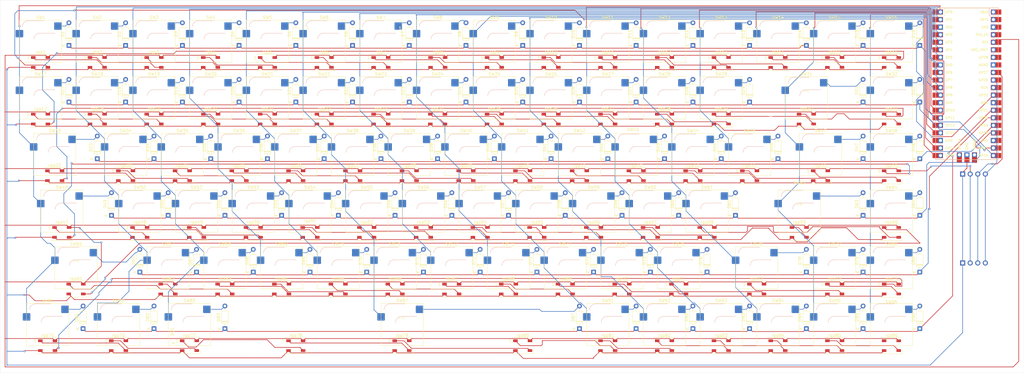
<source format=kicad_pcb>
(kicad_pcb (version 20241229) (generator "pcbnew") (generator_version "9.0")
  (layers (0 "F.Cu" signal) (2 "B.Cu" signal) (13 "F.Paste" user) (15 "B.Paste" user) (5 "F.SilkS" user "F.Silkscreen") (7 "B.SilkS" user "B.Silkscreen") (1 "F.Mask" user) (3 "B.Mask" user) (25 "Edge.Cuts" user))
  (net 0 "")
  (net 1 "GND")
  (net 2 "SDA")
  (net 3 "VCC")
  (net 4 "SCL")
  (net 5 "row 1")
  (net 6 "Net-(D1-A)")
  (net 7 "Net-(D2-A)")
  (net 8 "Net-(D3-A)")
  (net 9 "Net-(D4-A)")
  (net 10 "Net-(D5-A)")
  (net 11 "Net-(D6-A)")
  (net 12 "Net-(D7-A)")
  (net 13 "Net-(D8-A)")
  (net 14 "Net-(D9-A)")
  (net 15 "Net-(D10-A)")
  (net 16 "Net-(D11-A)")
  (net 17 "Net-(D12-A)")
  (net 18 "Net-(D13-A)")
  (net 19 "Net-(D14-A)")
  (net 20 "Net-(D15-A)")
  (net 21 "Net-(D16-A)")
  (net 22 "row 2")
  (net 23 "Net-(D17-A)")
  (net 24 "Net-(D18-A)")
  (net 25 "Net-(D19-A)")
  (net 26 "Net-(D20-A)")
  (net 27 "Net-(D21-A)")
  (net 28 "Net-(D22-A)")
  (net 29 "Net-(D23-A)")
  (net 30 "Net-(D24-A)")
  (net 31 "Net-(D25-A)")
  (net 32 "Net-(D26-A)")
  (net 33 "Net-(D27-A)")
  (net 34 "Net-(D28-A)")
  (net 35 "Net-(D29-A)")
  (net 36 "Net-(D31-A)")
  (net 37 "Net-(D32-A)")
  (net 38 "Net-(D33-A)")
  (net 39 "row 3")
  (net 40 "Net-(D34-A)")
  (net 41 "Net-(D35-A)")
  (net 42 "Net-(D36-A)")
  (net 43 "Net-(D37-A)")
  (net 44 "Net-(D38-A)")
  (net 45 "Net-(D39-A)")
  (net 46 "Net-(D40-A)")
  (net 47 "Net-(D41-A)")
  (net 48 "Net-(D42-A)")
  (net 49 "Net-(D43-A)")
  (net 50 "Net-(D44-A)")
  (net 51 "Net-(D45-A)")
  (net 52 "Net-(D47-A)")
  (net 53 "Net-(D48-A)")
  (net 54 "Net-(D49-A)")
  (net 55 "row 4")
  (net 56 "Net-(D50-A)")
  (net 57 "Net-(D52-A)")
  (net 58 "Net-(D53-A)")
  (net 59 "Net-(D54-A)")
  (net 60 "Net-(D55-A)")
  (net 61 "Net-(D56-A)")
  (net 62 "Net-(D57-A)")
  (net 63 "Net-(D58-A)")
  (net 64 "Net-(D59-A)")
  (net 65 "Net-(D60-A)")
  (net 66 "Net-(D61-A)")
  (net 67 "Net-(D63-A)")
  (net 68 "Net-(D64-A)")
  (net 69 "row 5")
  (net 70 "Net-(D65-A)")
  (net 71 "Net-(D67-A)")
  (net 72 "Net-(D68-A)")
  (net 73 "Net-(D69-A)")
  (net 74 "Net-(D70-A)")
  (net 75 "Net-(D71-A)")
  (net 76 "Net-(D72-A)")
  (net 77 "Net-(D73-A)")
  (net 78 "Net-(D74-A)")
  (net 79 "Net-(D75-A)")
  (net 80 "Net-(D76-A)")
  (net 81 "Net-(D78-A)")
  (net 82 "Net-(D79-A)")
  (net 83 "Net-(D80-A)")
  (net 84 "Net-(D81-A)")
  (net 85 "row 6")
  (net 86 "Net-(D82-A)")
  (net 87 "Net-(D83-A)")
  (net 88 "Net-(D87-A)")
  (net 89 "Net-(D91-A)")
  (net 90 "Net-(D92-A)")
  (net 91 "Net-(D93-A)")
  (net 92 "Net-(D94-A)")
  (net 93 "Net-(D95-A)")
  (net 94 "Net-(D96-A)")
  (net 95 "Net-(rgp1-DOUT)")
  (net 96 "Din for leds")
  (net 97 "Net-(rgp2-DOUT)")
  (net 98 "Net-(rgp3-DOUT)")
  (net 99 "Net-(rgp4-DOUT)")
  (net 100 "Net-(rgp5-DOUT)")
  (net 101 "Net-(rgp6-DOUT)")
  (net 102 "Net-(rgp7-DOUT)")
  (net 103 "Net-(rgp8-DOUT)")
  (net 104 "Net-(rgp10-DIN)")
  (net 105 "Net-(rgp10-DOUT)")
  (net 106 "Net-(rgp11-DOUT)")
  (net 107 "Net-(rgp12-DOUT)")
  (net 108 "Net-(rgp13-DOUT)")
  (net 109 "Net-(rgp14-DOUT)")
  (net 110 "Net-(rgp15-DOUT)")
  (net 111 "Net-(rgp16-DOUT)")
  (net 112 "Net-(rgp17-DOUT)")
  (net 113 "Net-(rgp18-DOUT)")
  (net 114 "Net-(rgp19-DOUT)")
  (net 115 "Net-(rgp20-DOUT)")
  (net 116 "Net-(rgp21-DOUT)")
  (net 117 "Net-(rgp22-DOUT)")
  (net 118 "Net-(rgp23-DOUT)")
  (net 119 "Net-(rgp24-DOUT)")
  (net 120 "Net-(rgp25-DOUT)")
  (net 121 "Net-(rgp26-DOUT)")
  (net 122 "Net-(rgp27-DOUT)")
  (net 123 "Net-(rgp28-DOUT)")
  (net 124 "Net-(rgp29-DOUT)")
  (net 125 "Net-(rgp30-DOUT)")
  (net 126 "Net-(rgp31-DOUT)")
  (net 127 "Net-(rgp32-DOUT)")
  (net 128 "Net-(rgp33-DOUT)")
  (net 129 "Net-(rgp34-DOUT)")
  (net 130 "Net-(rgp35-DOUT)")
  (net 131 "Net-(rgp36-DOUT)")
  (net 132 "Net-(rgp37-DOUT)")
  (net 133 "Net-(rgp38-DOUT)")
  (net 134 "Net-(rgp39-DOUT)")
  (net 135 "Net-(rgp40-DOUT)")
  (net 136 "Net-(rgp41-DOUT)")
  (net 137 "Net-(rgp42-DOUT)")
  (net 138 "Net-(rgp43-DOUT)")
  (net 139 "Net-(rgp44-DOUT)")
  (net 140 "Net-(rgp45-DOUT)")
  (net 141 "Net-(rgp46-DOUT)")
  (net 142 "Net-(rgp47-DOUT)")
  (net 143 "Net-(rgp48-DOUT)")
  (net 144 "Net-(rgp49-DOUT)")
  (net 145 "Net-(rgp50-DOUT)")
  (net 146 "Net-(rgp51-DOUT)")
  (net 147 "Net-(rgp52-DOUT)")
  (net 148 "Net-(rgp53-DOUT)")
  (net 149 "Net-(rgp54-DOUT)")
  (net 150 "Net-(rgp55-DOUT)")
  (net 151 "Net-(rgp56-DOUT)")
  (net 152 "Net-(rgp57-DOUT)")
  (net 153 "Net-(rgp58-DOUT)")
  (net 154 "Net-(rgp59-DOUT)")
  (net 155 "Net-(rgp60-DOUT)")
  (net 156 "Net-(rgp61-DOUT)")
  (net 157 "Net-(rgp62-DOUT)")
  (net 158 "Net-(rgp63-DOUT)")
  (net 159 "Net-(rgp64-DOUT)")
  (net 160 "Net-(rgp65-DOUT)")
  (net 161 "Net-(rgp66-DOUT)")
  (net 162 "Net-(rgp67-DOUT)")
  (net 163 "Net-(rgp68-DOUT)")
  (net 164 "Net-(rgp69-DOUT)")
  (net 165 "Net-(rgp70-DOUT)")
  (net 166 "Net-(rgp71-DOUT)")
  (net 167 "Net-(rgp72-DOUT)")
  (net 168 "Net-(rgp73-DOUT)")
  (net 169 "Net-(rgp74-DOUT)")
  (net 170 "Net-(rgp75-DOUT)")
  (net 171 "Net-(rgp76-DOUT)")
  (net 172 "Net-(rgp77-DOUT)")
  (net 173 "Net-(rgp78-DOUT)")
  (net 174 "Net-(rgp79-DOUT)")
  (net 175 "Net-(rgp80-DOUT)")
  (net 176 "Net-(rgp81-DOUT)")
  (net 177 "Net-(rgp82-DOUT)")
  (net 178 "Net-(rgp83-DOUT)")
  (net 179 "Net-(rgp84-DOUT)")
  (net 180 "Net-(rgp85-DOUT)")
  (net 182 "coulmn 1")
  (net 183 "coulmn 2")
  (net 184 "coulmn 3")
  (net 185 "coulmn 4")
  (net 186 "coulmn 5")
  (net 187 "coulmn 6")
  (net 188 "coulmn 7")
  (net 189 "coulmn 8")
  (net 190 "coulmn 9")
  (net 191 "coulmn 10")
  (net 192 "coulmn 11")
  (net 193 "coulmn 12")
  (net 194 "coulmn 13")
  (net 195 "coulmn 14")
  (net 196 "coulmn 15")
  (net 197 "coulmn 16")
  (footprint "Diode_THT:D_DO-35_SOD27_P7.62mm_Horizontal" (layer "F.Cu") (at 350.04375 125.25375 90)
    (property "Reference" "D37")
    (property "Value" "1N4148")
  )
  (footprint "ScottoKeebs_Components:LED_WS2812B" (layer "F.Cu") (at 402.43125 150.01875)
    (property "Reference" "rgp54")
    (property "Value" "WS2812B-2020")
  )
  (footprint "Diode_THT:D_DO-35_SOD27_P7.62mm_Horizontal" (layer "F.Cu") (at 378.61875 87.15375 90)
    (property "Reference" "D7")
    (property "Value" "1N4148")
  )
  (footprint "ScottoKeebs_MCU:Raspberry_Pi_Pico" (layer "F.Cu") (at 565.9 100.055)
    (property "Reference" "U1" (hide yes))
    (property "Value" "Raspberry_Pi_Pico" (hide yes))
  )
  (footprint "Diode_THT:D_DO-35_SOD27_P7.62mm_Horizontal" (layer "F.Cu") (at 278.60625 144.30375 90)
    (property "Reference" "D49")
    (property "Value" "1N4148")
  )
  (footprint "ScottoKeebs_Components:LED_WS2812B" (layer "F.Cu") (at 354.7375 169.06875)
    (property "Reference" "rgp65")
    (property "Value" "WS2812B-2020")
  )
  (footprint "ScottoKeebs_Hotswap:Hotswap_MX_1.00u" (layer "F.Cu") (at 345.28125 142.875)
    (property "Reference" "SW54")
    (property "Value" "SW_Push")
  )
  (footprint "ScottoKeebs_Hotswap:Hotswap_MX_1.00u" (layer "F.Cu") (at 440.53125 142.875)
    (property "Reference" "SW59")
    (property "Value" "SW_Push")
  )
  (footprint "ScottoKeebs_Hotswap:Hotswap_MX_1.00u" (layer "F.Cu") (at 350.04375 104.775)
    (property "Reference" "SW22")
    (property "Value" "SW_Push")
  )
  (footprint "ScottoKeebs_Hotswap:Hotswap_MX_1.00u" (layer "F.Cu") (at 421.48125 142.875)
    (property "Reference" "SW58")
    (property "Value" "SW_Push")
  )
  (footprint "ScottoKeebs_Hotswap:Hotswap_MX_1.00u" (layer "F.Cu") (at 354.80625 161.925)
    (property "Reference" "SW70")
    (property "Value" "SW_Push")
  )
  (footprint "ScottoKeebs_Components:LED_WS2812B" (layer "F.Cu") (at 283.36875 130.96875)
    (property "Reference" "rgp33")
    (property "Value" "WS2812B-2020")
  )
  (footprint "ScottoKeebs_Components:LED_WS2812B" (layer "F.Cu") (at 521.49375 188.11875)
    (property "Reference" "rgp85")
    (property "Value" "WS2812B-2020")
  )
  (footprint "ScottoKeebs_Hotswap:Hotswap_MX_1.00u" (layer "F.Cu") (at 411.95625 161.925)
    (property "Reference" "SW73")
    (property "Value" "SW_Push")
  )
  (footprint "Diode_THT:D_DO-35_SOD27_P7.62mm_Horizontal" (layer "F.Cu") (at 273.84375 125.25375 90)
    (property "Reference" "D33")
    (property "Value" "1N4148")
  )
  (footprint "ScottoKeebs_Components:LED_WS2812B" (layer "F.Cu") (at 257.175 188.11875)
    (property "Reference" "rgp75")
    (property "Value" "WS2812B-2020")
  )
  (footprint "ScottoKeebs_Components:LED_WS2812B" (layer "F.Cu") (at 254.79375 111.91875)
    (property "Reference" "rgp17")
    (property "Value" "WS2812B-2020")
  )
  (footprint "Diode_THT:D_DO-35_SOD27_P7.62mm_Horizontal" (layer "F.Cu") (at 264.31875 87.15375 90)
    (property "Reference" "D1")
    (property "Value" "1N4148")
  )
  (footprint "Diode_THT:D_DO-35_SOD27_P7.62mm_Horizontal" (layer "F.Cu") (at 426.24375 125.25375 90)
    (property "Reference" "D41")
    (property "Value" "1N4148")
  )
  (footprint "Diode_THT:D_DO-35_SOD27_P7.62mm_Horizontal" (layer "F.Cu") (at 292.89375 182.40375 90)
    (property "Reference" "D82")
    (property "Value" "1N4148")
  )
  (footprint "Diode_THT:D_DO-35_SOD27_P7.62mm_Horizontal" (layer "F.Cu") (at 335.75625 144.30375 90)
    (property "Reference" "D53")
    (property "Value" "1N4148")
  )
  (footprint "ScottoKeebs_Components:LED_WS2812B" (layer "F.Cu") (at 454.81875 130.96875)
    (property "Reference" "rgp42")
    (property "Value" "WS2812B-2020")
  )
  (footprint "ScottoKeebs_Hotswap:Hotswap_MX_1.00u" (layer "F.Cu") (at 540.54375 85.725)
    (property "Reference" "SW16")
    (property "Value" "SW_Push")
  )
  (footprint "ScottoKeebs_Components:LED_WS2812B" (layer "F.Cu") (at 426.24375 92.86875)
    (property "Reference" "rgp10")
    (property "Value" "WS2812B-2020")
  )
  (footprint "ScottoKeebs_Components:LED_WS2812B" (layer "F.Cu") (at 388.14375 111.91875)
    (property "Reference" "rgp24")
    (property "Value" "WS2812B-2020")
  )
  (footprint "Diode_THT:D_DO-35_SOD27_P7.62mm_Horizontal" (layer "F.Cu") (at 435.76875 87.15375 90)
    (property "Reference" "D10")
    (property "Value" "1N4148")
  )
  (footprint "Diode_THT:D_DO-35_SOD27_P7.62mm_Horizontal" (layer "F.Cu") (at 473.86875 87.15375 90)
    (property "Reference" "D12")
    (property "Value" "1N4148")
  )
  (footprint "ScottoKeebs_Hotswap:Hotswap_MX_1.00u" (layer "F.Cu") (at 469.10625 161.925)
    (property "Reference" "SW76")
    (property "Value" "SW_Push")
  )
  (footprint "ScottoKeebs_Hotswap:Hotswap_MX_1.00u" (layer "F.Cu") (at 350.04375 85.725)
    (property "Reference" "SW6")
    (property "Value" "SW_Push")
  )
  (footprint "stablizers:Stabilizer_Cherry_MX_2.00u" (layer "F.Cu") (at 509.562 142.885)
    (property "Reference" "U3")
    (property "Value" "ST1S12XX")
  )
  (footprint "Diode_THT:D_DO-35_SOD27_P7.62mm_Horizontal" (layer "F.Cu") (at 531.01875 125.25375 90)
    (property "Reference" "D47")
    (property "Value" "1N4148")
  )
  (footprint "ScottoKeebs_Hotswap:Hotswap_MX_1.00u" (layer "F.Cu") (at 445.29375 180.975)
    (property "Reference" "SW91")
    (property "Value" "SW_Push")
  )
  (footprint "ScottoKeebs_Hotswap:Hotswap_MX_1.25u" (layer "F.Cu") (at 280.9875 180.975)
    (property "Reference" "SW82")
    (property "Value" "SW_Push")
  )
  (footprint "ScottoKeebs_Hotswap:Hotswap_MX_1.00u" (layer "F.Cu") (at 369.09375 104.775)
    (property "Reference" "SW23")
    (property "Value" "SW_Push")
  )
  (footprint "Diode_THT:D_DO-35_SOD27_P7.62mm_Horizontal" (layer "F.Cu") (at 397.66875 106.20375 90)
    (property "Reference" "D24")
    (property "Value" "1N4148")
  )
  (footprint "Diode_THT:D_DO-35_SOD27_P7.62mm_Horizontal" (layer "F.Cu") (at 364.33125 163.35375 90)
    (property "Reference" "D70")
    (property "Value" "1N4148")
  )
  (footprint "Diode_THT:D_DO-35_SOD27_P7.62mm_Horizontal" (layer "F.Cu") (at 297.65625 144.30375 90)
    (property "Reference" "D50")
    (property "Value" "1N4148")
  )
  (footprint "ScottoKeebs_Components:LED_WS2812B" (layer "F.Cu") (at 540.54375 130.96875)
    (property "Reference" "rgp46")
    (property "Value" "WS2812B-2020")
  )
  (footprint "Diode_THT:D_DO-35_SOD27_P7.62mm_Horizontal" (layer "F.Cu") (at 326.23125 163.35375 90)
    (property "Reference" "D68")
    (property "Value" "1N4148")
  )
  (footprint "ScottoKeebs_Hotswap:Hotswap_MX_6.25u" (layer "F.Cu") (at 376.2375 180.975)
    (property "Reference" "SW87")
    (property "Value" "SW_Push")
  )
  (footprint "ScottoKeebs_Hotswap:Hotswap_MX_1.00u" (layer "F.Cu") (at 340.51875 123.825)
    (property "Reference" "SW37")
    (property "Value" "SW_Push")
  )
  (footprint "ScottoKeebs_Components:LED_WS2812B" (layer "F.Cu") (at 502.44375 92.86875)
    (property "Reference" "rgp14")
    (property "Value" "WS2812B-2020")
  )
  (footprint "ScottoKeebs_Hotswap:Hotswap_MX_1.00u" (layer "F.Cu") (at 450.05625 161.925)
    (property "Reference" "SW75")
    (property "Value" "SW_Push")
  )
  (footprint "Diode_THT:D_DO-35_SOD27_P7.62mm_Horizontal" (layer "F.Cu") (at 492.91875 87.15375 90)
    (property "Reference" "D13")
    (property "Value" "1N4148")
  )
  (footprint "Diode_THT:D_DO-35_SOD27_P7.62mm_Horizontal" (layer "F.Cu") (at 550.06875 125.25375 90)
    (property "Reference" "D48")
    (property "Value" "1N4148")
  )
  (footprint "ScottoKeebs_Components:LED_WS2812B" (layer "F.Cu") (at 304.8 188.11875)
    (property "Reference" "rgp77")
    (property "Value" "WS2812B-2020")
  )
  (footprint "ScottoKeebs_Hotswap:Hotswap_MX_1.00u" (layer "F.Cu") (at 464.34375 180.975)
    (property "Reference" "SW92")
    (property "Value" "SW_Push")
  )
  (footprint "ScottoKeebs_Hotswap:Hotswap_MX_1.00u" (layer "F.Cu") (at 273.84375 85.725)
    (property "Reference" "SW2")
    (property "Value" "SW_Push")
  )
  (footprint "ScottoKeebs_Components:OLED_128x64" (layer "F.Cu") (at 568.27 130.4)
    (property "Reference" "Brd1" (hide yes))
    (property "Value" "SSD1306")
  )
  (footprint "ScottoKeebs_Components:LED_WS2812B" (layer "F.Cu") (at 540.54375 92.86875)
    (property "Reference" "rgp16")
    (property "Value" "WS2812B-2020")
  )
  (footprint "ScottoKeebs_Components:LED_WS2812B" (layer "F.Cu") (at 340.51875 130.96875)
    (property "Reference" "rgp36")
    (property "Value" "WS2812B-2020")
  )
  (footprint "Diode_THT:D_DO-35_SOD27_P7.62mm_Horizontal" (layer "F.Cu") (at 345.28125 163.35375 90)
    (property "Reference" "D69")
    (property "Value" "1N4148")
  )
  (footprint "ScottoKeebs_Hotswap:Hotswap_MX_1.00u" (layer "F.Cu") (at 402.43125 142.875)
    (property "Reference" "SW57")
    (property "Value" "SW_Push")
  )
  (footprint "ScottoKeebs_Components:LED_WS2812B" (layer "F.Cu") (at 483.39375 92.86875)
    (property "Reference" "rgp13")
    (property "Value" "WS2812B-2020")
  )
  (footprint "ScottoKeebs_Hotswap:Hotswap_MX_1.00u" (layer "F.Cu") (at 373.85625 161.925)
    (property "Reference" "SW71")
    (property "Value" "SW_Push")
  )
  (footprint "ScottoKeebs_Hotswap:Hotswap_MX_1.00u" (layer "F.Cu") (at 483.39375 180.975)
    (property "Reference" "SW93")
    (property "Value" "SW_Push")
  )
  (footprint "Diode_THT:D_DO-35_SOD27_P7.62mm_Horizontal" (layer "F.Cu") (at 340.51875 106.20375 90)
    (property "Reference" "D21")
    (property "Value" "1N4148")
  )
  (footprint "ScottoKeebs_Hotswap:Hotswap_MX_1.00u" (layer "F.Cu") (at 445.29375 85.725)
    (property "Reference" "SW11")
    (property "Value" "SW_Push")
  )
  (footprint "ScottoKeebs_Components:LED_WS2812B" (layer "F.Cu") (at 511.96875 111.91875)
    (property "Reference" "rgp30")
    (property "Value" "WS2812B-2020")
  )
  (footprint "Diode_THT:D_DO-35_SOD27_P7.62mm_Horizontal" (layer "F.Cu") (at 435.76875 182.40375 90)
    (property "Reference" "D87")
    (property "Value" "1N4148")
  )
  (footprint "ScottoKeebs_Components:LED_WS2812B" (layer "F.Cu") (at 340.51875 188.11875)
    (property "Reference" "rgp78")
    (property "Value" "WS2812B-2020")
  )
  (footprint "Diode_THT:D_DO-35_SOD27_P7.62mm_Horizontal" (layer "F.Cu") (at 373.85625 144.30375 90)
    (property "Reference" "D55")
    (property "Value" "1N4148")
  )
  (footprint "ScottoKeebs_Hotswap:Hotswap_MX_1.00u" (layer "F.Cu") (at 540.54375 161.925)
    (property "Reference" "SW80")
    (property "Value" "SW_Push")
  )
  (footprint "Diode_THT:D_DO-35_SOD27_P7.62mm_Horizontal" (layer "F.Cu") (at 435.76875 106.20375 90)
    (property "Reference" "D26")
    (property "Value" "1N4148")
  )
  (footprint "ScottoKeebs_Hotswap:Hotswap_MX_1.00u" (layer "F.Cu") (at 492.91875 123.825)
    (property "Reference" "SW45")
    (property "Value" "SW_Push")
  )
  (footprint "ScottoKeebs_Components:LED_WS2812B" (layer "F.Cu") (at 478.63125 150.01875)
    (property "Reference" "rgp58")
    (property "Value" "WS2812B-2020")
  )
  (footprint "stablizers:Stabilizer_Cherry_MX_2.00u" (layer "F.Cu") (at 511.962 104.785)
    (property "Reference" "U4")
    (property "Value" "ST1S12XX")
  )
  (footprint "ScottoKeebs_Hotswap:Hotswap_MX_1.75u" (layer "F.Cu") (at 495.3 161.925)
    (property "Reference" "SW78")
    (property "Value" "SW_Push")
  )
  (footprint "ScottoKeebs_Hotswap:Hotswap_MX_1.00u" (layer "F.Cu") (at 383.38125 142.875)
    (property "Reference" "SW56")
    (property "Value" "SW_Push")
  )
  (footprint "ScottoKeebs_Hotswap:Hotswap_MX_1.00u" (layer "F.Cu") (at 311.94375 104.775)
    (property "Reference" "SW20")
    (property "Value" "SW_Push")
  )
  (footprint "Diode_THT:D_DO-35_SOD27_P7.62mm_Horizontal" (layer "F.Cu") (at 416.71875 87.15375 90)
    (property "Reference" "D9")
    (property "Value" "1N4148")
  )
  (footprint "ScottoKeebs_Components:LED_WS2812B" (layer "F.Cu") (at 464.34375 188.11875)
    (property "Reference" "rgp82")
    (property "Value" "WS2812B-2020")
  )
  (footprint "ScottoKeebs_Components:LED_WS2812B" (layer "F.Cu") (at 392.90625 169.06875)
    (property "Reference" "rgp67")
    (property "Value" "WS2812B-2020")
  )
  (footprint "ScottoKeebs_Hotswap:Hotswap_MX_1.00u" (layer "F.Cu") (at 330.99375 104.775)
    (property "Reference" "SW21")
    (property "Value" "SW_Push")
  )
  (footprint "ScottoKeebs_Components:LED_WS2812B" (layer "F.Cu") (at 369.09375 111.91875)
    (property "Reference" "rgp23")
    (property "Value" "WS2812B-2020")
  )
  (footprint "ScottoKeebs_Components:LED_WS2812B" (layer "F.Cu") (at 540.54375 169.06875)
    (property "Reference" "rgp74")
    (property "Value" "WS2812B-2020")
  )
  (footprint "ScottoKeebs_Hotswap:Hotswap_MX_1.00u" (layer "F.Cu") (at 502.44375 85.725)
    (property "Reference" "SW14")
    (property "Value" "SW_Push")
  )
  (footprint "Diode_THT:D_DO-35_SOD27_P7.62mm_Horizontal" (layer "F.Cu") (at 269.08125 182.40375 90)
    (property "Reference" "D81")
    (property "Value" "1N4148")
  )
  (footprint "Diode_THT:D_DO-35_SOD27_P7.62mm_Horizontal" (layer "F.Cu") (at 511.96875 163.35375 90)
    (property "Reference" "D78")
    (property "Value" "1N4148")
  )
  (footprint "Diode_THT:D_DO-35_SOD27_P7.62mm_Horizontal" (layer "F.Cu") (at 307.18125 163.35375 90)
    (property "Reference" "D67")
    (property "Value" "1N4148")
  )
  (footprint "ScottoKeebs_Hotswap:Hotswap_MX_1.00u" (layer "F.Cu") (at 407.19375 85.725)
    (property "Reference" "SW9")
    (property "Value" "SW_Push")
  )
  (footprint "ScottoKeebs_Hotswap:Hotswap_MX_1.00u" (layer "F.Cu") (at 307.18125 142.875)
    (property "Reference" "SW52")
    (property "Value" "SW_Push")
  )
  (footprint "ScottoKeebs_Components:LED_WS2812B" (layer "F.Cu") (at 350.04375 92.86875)
    (property "Reference" "rgp6")
    (property "Value" "WS2812B-2020")
  )
  (footprint "ScottoKeebs_Hotswap:Hotswap_MX_1.00u" (layer "F.Cu") (at 540.54375 180.975)
    (property "Reference" "SW96")
    (property "Value" "SW_Push")
  )
  (footprint "ScottoKeebs_Components:LED_WS2812B" (layer "F.Cu") (at 302.41875 130.96875)
    (property "Reference" "rgp34")
    (property "Value" "WS2812B-2020")
  )
  (footprint "ScottoKeebs_Hotswap:Hotswap_MX_1.00u" (layer "F.Cu") (at 326.23125 142.875)
    (property "Reference" "SW53")
    (property "Value" "SW_Push")
  )
  (footprint "Diode_THT:D_DO-35_SOD27_P7.62mm_Horizontal" (layer "F.Cu") (at 316.70625 182.40375 90)
    (property "Reference" "D83")
    (property "Value" "1N4148")
  )
  (footprint "Diode_THT:D_DO-35_SOD27_P7.62mm_Horizontal" (layer "F.Cu") (at 450.05625 144.30375 90)
    (property "Reference" "D59")
    (property "Value" "1N4148")
  )
  (footprint "Diode_THT:D_DO-35_SOD27_P7.62mm_Horizontal" (layer "F.Cu") (at 302.41875 106.20375 90)
    (property "Reference" "D19")
    (property "Value" "1N4148")
  )
  (footprint "Diode_THT:D_DO-35_SOD27_P7.62mm_Horizontal" (layer "F.Cu") (at 511.96875 87.15375 90)
    (property "Reference" "D14")
    (property "Value" "1N4148")
  )
  (footprint "ScottoKeebs_Components:LED_WS2812B" (layer "F.Cu") (at 259.55625 130.96875)
    (property "Reference" "rgp32")
    (property "Value" "WS2812B-2020")
  )
  (footprint "Diode_THT:D_DO-35_SOD27_P7.62mm_Horizontal" (layer "F.Cu") (at 502.44375 125.25375 90)
    (property "Reference" "D45")
    (property "Value" "1N4148")
  )
  (footprint "ScottoKeebs_Hotswap:Hotswap_MX_1.00u" (layer "F.Cu") (at 540.54375 142.875)
    (property "Reference" "SW64")
    (property "Value" "SW_Push")
  )
  (footprint "ScottoKeebs_Components:LED_WS2812B" (layer "F.Cu") (at 407.19375 92.86875)
    (property "Reference" "rgp9")
    (property "Value" "WS2812B-2020")
  )
  (footprint "ScottoKeebs_Hotswap:Hotswap_MX_1.00u" (layer "F.Cu") (at 369.09375 85.725)
    (property "Reference" "SW7")
    (property "Value" "SW_Push")
  )
  (footprint "Diode_THT:D_DO-35_SOD27_P7.62mm_Horizontal" (layer "F.Cu") (at 550.06875 106.20375 90)
    (property "Reference" "D32")
    (property "Value" "1N4148")
  )
  (footprint "Diode_THT:D_DO-35_SOD27_P7.62mm_Horizontal" (layer "F.Cu") (at 288.13125 163.35375 90)
    (property "Reference" "D65")
    (property "Value" "1N4148")
  )
  (footprint "ScottoKeebs_Hotswap:Hotswap_MX_1.00u" (layer "F.Cu") (at 478.63125 142.875)
    (property "Reference" "SW61")
    (property "Value" "SW_Push")
  )
  (footprint "ScottoKeebs_Components:LED_WS2812B" (layer "F.Cu") (at 540.54375 188.11875)
    (property "Reference" "rgp86")
    (property "Value" "WS2812B-2020")
  )
  (footprint "ScottoKeebs_Components:LED_WS2812B" (layer "F.Cu") (at 254.79375 92.86875)
    (property "Reference" "rgp1")
    (property "Value" "WS2812B-2020")
  )
  (footprint "ScottoKeebs_Components:LED_WS2812B" (layer "F.Cu") (at 273.84375 111.91875)
    (property "Reference" "rgp18")
    (property "Value" "WS2812B-2020")
  )
  (footprint "ScottoKeebs_Hotswap:Hotswap_MX_1.00u" (layer "F.Cu") (at 378.61875 123.825)
    (property "Reference" "SW39")
    (property "Value" "SW_Push")
  )
  (footprint "Diode_THT:D_DO-35_SOD27_P7.62mm_Horizontal" (layer "F.Cu") (at 421.48125 163.35375 90)
    (property "Reference" "D73")
    (property "Value" "1N4148")
  )
  (footprint "ScottoKeebs_Hotswap:Hotswap_MX_1.00u" (layer "F.Cu") (at 302.41875 123.825)
    (property "Reference" "SW35")
    (property "Value" "SW_Push")
  )
  (footprint "ScottoKeebs_Components:LED_WS2812B" (layer "F.Cu") (at 464.34375 92.86875)
    (property "Reference" "rgp12")
    (property "Value" "WS2812B-2020")
  )
  (footprint "ScottoKeebs_Components:LED_WS2812B" (layer "F.Cu") (at 411.95625 169.06875)
    (property "Reference" "rgp68")
    (property "Value" "WS2812B-2020")
  )
  (footprint "Diode_THT:D_DO-35_SOD27_P7.62mm_Horizontal" (layer "F.Cu") (at 469.10625 144.30375 90)
    (property "Reference" "D60")
    (property "Value" "1N4148")
  )
  (footprint "ScottoKeebs_Components:LED_WS2812B" (layer "F.Cu") (at 273.84375 92.86875)
    (property "Reference" "rgp2")
    (property "Value" "WS2812B-2020")
  )
  (footprint "Diode_THT:D_DO-35_SOD27_P7.62mm_Horizontal" (layer "F.Cu") (at 392.90625 144.30375 90)
    (property "Reference" "D56")
    (property "Value" "1N4148")
  )
  (footprint "ScottoKeebs_Hotswap:Hotswap_MX_1.25u" (layer "F.Cu") (at 257.175 180.975)
    (property "Reference" "SW81")
    (property "Value" "SW_Push")
  )
  (footprint "Diode_THT:D_DO-35_SOD27_P7.62mm_Horizontal" (layer "F.Cu") (at 473.86875 182.40375 90)
    (property "Reference" "D92")
    (property "Value" "1N4148")
  )
  (footprint "ScottoKeebs_Hotswap:Hotswap_MX_1.00u" (layer "F.Cu") (at 397.66875 123.825)
    (property "Reference" "SW40")
    (property "Value" "SW_Push")
  )
  (footprint "ScottoKeebs_Hotswap:Hotswap_MX_1.00u" (layer "F.Cu") (at 407.19375 104.775)
    (property "Reference" "SW25")
    (property "Value" "SW_Push")
  )
  (footprint "Diode_THT:D_DO-35_SOD27_P7.62mm_Horizontal" (layer "F.Cu") (at 531.01875 87.15375 90)
    (property "Reference" "D15")
    (property "Value" "1N4148")
  )
  (footprint "Diode_THT:D_DO-35_SOD27_P7.62mm_Horizontal" (layer "F.Cu") (at 354.80625 144.30375 90)
    (property "Reference" "D54")
    (property "Value" "1N4148")
  )
  (footprint "ScottoKeebs_Hotswap:Hotswap_MX_1.00u" (layer "F.Cu") (at 540.54375 123.825)
    (property "Reference" "SW48")
    (property "Value" "SW_Push")
  )
  (footprint "ScottoKeebs_Hotswap:Hotswap_MX_1.00u" (layer "F.Cu") (at 521.49375 180.975)
    (property "Reference" "SW95")
    (property "Value" "SW_Push")
  )
  (footprint "ScottoKeebs_Hotswap:Hotswap_MX_1.00u" (layer "F.Cu") (at 392.90625 161.925)
    (property "Reference" "SW72")
    (property "Value" "SW_Push")
  )
  (footprint "ScottoKeebs_Hotswap:Hotswap_MX_1.00u" (layer "F.Cu") (at 330.99375 85.725)
    (property "Reference" "SW5")
    (property "Value" "SW_Push")
  )
  (footprint "ScottoKeebs_Hotswap:Hotswap_MX_1.00u" (layer "F.Cu") (at 426.24375 104.775)
    (property "Reference" "SW26")
    (property "Value" "SW_Push")
  )
  (footprint "ScottoKeebs_Hotswap:Hotswap_MX_1.50u" (layer "F.Cu") (at 259.55625 123.825)
    (property "Reference" "SW33")
    (property "Value" "SW_Push")
  )
  (footprint "ScottoKeebs_Components:LED_WS2812B" (layer "F.Cu") (at 445.29375 92.86875)
    (property "Reference" "rgp11")
    (property "Value" "WS2812B-2020")
  )
  (footprint "Diode_THT:D_DO-35_SOD27_P7.62mm_Horizontal" (layer "F.Cu") (at 369.09375 125.25375 90)
    (property "Reference" "D38")
    (property "Value" "1N4148")
  )
  (footprint "Diode_THT:D_DO-35_SOD27_P7.62mm_Horizontal" (layer "F.Cu") (at 440.53125 163.35375 90)
    (property "Reference" "D74")
    (property "Value" "1N4148")
  )
  (footprint "Diode_THT:D_DO-35_SOD27_P7.62mm_Horizontal" (layer "F.Cu") (at 388.14375 125.25375 90)
    (property "Reference" "D39")
    (property "Value" "1N4148")
  )
  (footprint "ScottoKeebs_Components:LED_WS2812B" (layer "F.Cu") (at 440.53125 150.01875)
    (property "Reference" "rgp56")
    (property "Value" "WS2812B-2020")
  )
  (footprint "ScottoKeebs_Hotswap:Hotswap_MX_1.00u" (layer "F.Cu") (at 292.89375 104.775)
    (property "Reference" "SW19")
    (property "Value" "SW_Push")
  )
  (footprint "stablizers:Stabilizer_Cherry_MX_2.00u" (layer "F.Cu") (at 266.662 161.885)
    (property "Reference" "U2")
    (property "Value" "ST1S12XX")
  )
  (footprint "ScottoKeebs_Components:LED_WS2812B" (layer "F.Cu") (at 416.71875 188.11875)
    (property "Reference" "rgp80")
    (property "Value" "WS2812B-2020")
  )
  (footprint "Diode_THT:D_DO-35_SOD27_P7.62mm_Horizontal" (layer "F.Cu") (at 383.38125 163.35375 90)
    (property "Reference" "D71")
    (property "Value" "1N4148")
  )
  (footprint "ScottoKeebs_Components:LED_WS2812B" (layer "F.Cu") (at 445.29375 111.91875)
    (property "Reference" "rgp27")
    (property "Value" "WS2812B-2020")
  )
  (footprint "Diode_THT:D_DO-35_SOD27_P7.62mm_Horizontal" (layer "F.Cu") (at 316.70625 144.30375 90)
    (property "Reference" "D52")
    (property "Value" "1N4148")
  )
  (footprint "ScottoKeebs_Hotswap:Hotswap_MX_1.00u" (layer "F.Cu") (at 464.34375 85.725)
    (property "Reference" "SW12")
    (property "Value" "SW_Push")
  )
  (footprint "Diode_THT:D_DO-35_SOD27_P7.62mm_Horizontal" (layer "F.Cu") (at 402.43125 163.35375 90)
    (property "Reference" "D72")
    (property "Value" "1N4148")
  )
  (footprint "ScottoKeebs_Components:LED_WS2812B" (layer "F.Cu") (at 297.5875 169.06875)
    (property "Reference" "rgp62")
    (property "Value" "WS2812B-2020")
  )
  (footprint "ScottoKeebs_Components:OLED_128x64" (layer "F.Cu") (at 568.27 160.3)
    (property "Reference" "Brd2" (hide yes))
    (property "Value" "SSD1306")
  )
  (footprint "ScottoKeebs_Components:LED_WS2812B" (layer "F.Cu") (at 473.86875 130.96875)
    (property "Reference" "rgp43")
    (property "Value" "WS2812B-2020")
  )
  (footprint "ScottoKeebs_Hotswap:Hotswap_MX_1.00u" (layer "F.Cu") (at 431.00625 161.925)
    (property "Reference" "SW74")
    (property "Value" "SW_Push")
  )
  (footprint "ScottoKeebs_Hotswap:Hotswap_MX_1.00u" (layer "F.Cu") (at 426.24375 85.725)
    (property "Reference" "SW10")
    (property "Value" "SW_Push")
  )
  (footprint "Diode_THT:D_DO-35_SOD27_P7.62mm_Horizontal" (layer "F.Cu") (at 459.58125 163.35375 90)
    (property "Reference" "D75")
    (property "Value" "1N4148")
  )
  (footprint "Diode_THT:D_DO-35_SOD27_P7.62mm_Horizontal" (layer "F.Cu") (at 550.06875 87.15375 90)
    (property "Reference" "D16")
    (property "Value" "1N4148")
  )
  (footprint "ScottoKeebs_Hotswap:Hotswap_MX_1.00u" (layer "F.Cu") (at 540.54375 104.775)
    (property "Reference" "SW32")
    (property "Value" "SW_Push")
  )
  (footprint "ScottoKeebs_Hotswap:Hotswap_MX_1.00u" (layer "F.Cu") (at 316.70625 161.925)
    (property "Reference" "SW68")
    (property "Value" "SW_Push")
  )
  (footprint "ScottoKeebs_Components:LED_WS2812B" (layer "F.Cu") (at 540.54375 150.01875)
    (property "Reference" "rgp60")
    (property "Value" "WS2812B-2020")
  )
  (footprint "Diode_THT:D_DO-35_SOD27_P7.62mm_Horizontal" (layer "F.Cu") (at 464.34375 125.25375 90)
    (property "Reference" "D43")
    (property "Value" "1N4148")
  )
  (footprint "ScottoKeebs_Components:LED_WS2812B" (layer "F.Cu") (at 426.24375 111.91875)
    (property "Reference" "rgp26")
    (property "Value" "WS2812B-2020")
  )
  (footprint "ScottoKeebs_Components:LED_WS2812B" (layer "F.Cu") (at 280.9875 188.11875)
    (property "Reference" "rgp76")
    (property "Value" "WS2812B-2020")
  )
  (footprint "ScottoKeebs_Components:LED_WS2812B" (layer "F.Cu") (at 311.875 92.86875)
    (property "Reference" "rgp4")
    (property "Value" "WS2812B-2020")
  )
  (footprint "ScottoKeebs_Hotswap:Hotswap_MX_2.25u" (layer "F.Cu") (at 509.5875 142.875)
    (property "Reference" "SW63")
    (property "Value" "SW_Push")
  )
  (footprint "ScottoKeebs_Components:LED_WS2812B" (layer "F.Cu") (at 516.73125 130.96875)
    (property "Reference" "rgp45")
    (property "Value" "WS2812B-2020")
  )
  (footprint "ScottoKeebs_Hotswap:Hotswap_MX_1.00u" (layer "F.Cu") (at 321.46875 123.825)
    (property "Reference" "SW36")
    (property "Value" "SW_Push")
  )
  (footprint "Diode_THT:D_DO-35_SOD27_P7.62mm_Horizontal" (layer "F.Cu") (at 302.41875 87.15375 90)
    (property "Reference" "D3")
    (property "Value" "1N4148")
  )
  (footprint "ScottoKeebs_Components:LED_WS2812B" (layer "F.Cu") (at 435.76875 130.96875)
    (property "Reference" "rgp41")
    (property "Value" "WS2812B-2020")
  )
  (footprint "ScottoKeebs_Components:LED_WS2812B" (layer "F.Cu") (at 509.5875 150.01875)
    (property "Reference" "rgp59")
    (property "Value" "WS2812B-2020")
  )
  (footprint "ScottoKeebs_Hotswap:Hotswap_MX_1.00u" (layer "F.Cu") (at 454.81875 123.825)
    (property "Reference" "SW43")
    (property "Value" "SW_Push")
  )
  (footprint "ScottoKeebs_Hotswap:Hotswap_MX_1.00u" (layer "F.Cu") (at 521.49375 161.925)
    (property "Reference" "SW79")
    (property "Value" "SW_Push")
  )
  (footprint "Diode_THT:D_DO-35_SOD27_P7.62mm_Horizontal" (layer "F.Cu") (at 492.91875 182.40375 90)
    (property "Reference" "D93")
    (property "Value" "1N4148")
  )
  (footprint "ScottoKeebs_Components:LED_WS2812B" (layer "F.Cu") (at 335.75625 169.06875)
    (property "Reference" "rgp64")
    (property "Value" "WS2812B-2020")
  )
  (footprint "ScottoKeebs_Components:LED_WS2812B" (layer "F.Cu") (at 495.3 169.06875)
    (property "Reference" "rgp72")
    (property "Value" "WS2812B-2020")
  )
  (footprint "ScottoKeebs_Components:LED_WS2812B" (layer "F.Cu") (at 464.34375 111.91875)
    (property "Reference" "rgp28")
    (property "Value" "WS2812B-2020")
  )
  (footprint "Diode_THT:D_DO-35_SOD27_P7.62mm_Horizontal" (layer "F.Cu") (at 340.51875 87.15375 90)
    (property "Reference" "D5")
    (property "Value" "1N4148")
  )
  (footprint "ScottoKeebs_Hotswap:Hotswap_MX_1.00u" (layer "F.Cu") (at 502.44375 180.975)
    (property "Reference" "SW94")
    (property "Value" "SW_Push")
  )
  (footprint "ScottoKeebs_Components:LED_WS2812B" (layer "F.Cu") (at 445.29375 188.11875)
    (property "Reference" "rgp81")
    (property "Value" "WS2812B-2020")
  )
  (footprint "ScottoKeebs_Components:LED_WS2812B" (layer "F.Cu") (at 483.39375 111.91875)
    (property "Reference" "rgp29")
    (property "Value" "WS2812B-2020")
  )
  (footprint "Diode_THT:D_DO-35_SOD27_P7.62mm_Horizontal" (layer "F.Cu") (at 411.95625 144.30375 90)
    (property "Reference" "D57")
    (property "Value" "1N4148")
  )
  (footprint "ScottoKeebs_Hotswap:Hotswap_MX_1.75u" (layer "F.Cu") (at 261.9375 142.875)
    (property "Reference" "SW49")
    (property "Value" "SW_Push")
  )
  (footprint "ScottoKeebs_Components:LED_WS2812B" (layer "F.Cu") (at 350.04375 111.91875)
    (property "Reference" "rgp22")
    (property "Value" "WS2812B-2020")
  )
  (footprint "Diode_THT:D_DO-35_SOD27_P7.62mm_Horizontal" (layer "F.Cu") (at 330.99375 125.25375 90)
    (property "Reference" "D36")
    (property "Value" "1N4148")
  )
  (footprint "ScottoKeebs_Components:LED_WS2812B" (layer "F.Cu") (at 388.2125 92.86875)
    (property "Reference" "rgp8")
    (property "Value" "WS2812B-2020")
  )
  (footprint "ScottoKeebs_Components:LED_WS2812B" (layer "F.Cu") (at 330.99375 92.86875)
    (property "Reference" "rgp5")
    (property "Value" "WS2812B-2020")
  )
  (footprint "ScottoKeebs_Hotswap:Hotswap_MX_1.00u" (layer "F.Cu") (at 388.14375 85.725)
    (property "Reference" "SW8")
    (property "Value" "SW_Push")
  )
  (footprint "Diode_THT:D_DO-35_SOD27_P7.62mm_Horizontal" (layer "F.Cu") (at 431.00625 144.30375 90)
    (property "Reference" "D58")
    (property "Value" "1N4148")
  )
  (footprint "ScottoKeebs_Hotswap:Hotswap_MX_1.00u" (layer "F.Cu") (at 464.34375 104.775)
    (property "Reference" "SW28")
    (property "Value" "SW_Push")
  )
  (footprint "ScottoKeebs_Hotswap:Hotswap_MX_1.00u" (layer "F.Cu") (at 416.71875 123.825)
    (property "Reference" "SW41")
    (property "Value" "SW_Push")
  )
  (footprint "ScottoKeebs_Components:LED_WS2812B" (layer "F.Cu") (at 266.7 169.06875)
    (property "Reference" "rgp61")
    (property "Value" "WS2812B-2020")
  )
  (footprint "ScottoKeebs_Components:LED_WS2812B" (layer "F.Cu") (at 288.13125 150.01875)
    (property "Reference" "rgp48")
    (property "Value" "WS2812B-2020")
  )
  (footprint "Diode_THT:D_DO-35_SOD27_P7.62mm_Horizontal" (layer "F.Cu") (at 454.81875 182.40375 90)
    (property "Reference" "D91")
    (property "Value" "1N4148")
  )
  (footprint "ScottoKeebs_Components:LED_WS2812B" (layer "F.Cu") (at 407.19375 111.91875)
    (property "Reference" "rgp25")
    (property "Value" "WS2812B-2020")
  )
  (footprint "Diode_THT:D_DO-35_SOD27_P7.62mm_Horizontal" (layer "F.Cu") (at 511.96875 182.40375 90)
    (property "Reference" "D94")
    (property "Value" "1N4148")
  )
  (footprint "Diode_THT:D_DO-35_SOD27_P7.62mm_Horizontal" (layer "F.Cu") (at 550.06875 182.40375 90)
    (property "Reference" "D96")
    (property "Value" "1N4148")
  )
  (footprint "Diode_THT:D_DO-35_SOD27_P7.62mm_Horizontal" (layer "F.Cu") (at 550.06875 163.35375 90)
    (property "Reference" "D80")
    (property "Value" "1N4148")
  )
  (footprint "Diode_THT:D_DO-35_SOD27_P7.62mm_Horizontal" (layer "F.Cu") (at 531.01875 163.35375 90)
    (property "Reference" "D79")
    (property "Value" "1N4148")
  )
  (footprint "ScottoKeebs_Components:LED_WS2812B" (layer "F.Cu") (at 369.09375 92.86875)
    (property "Reference" "rgp7")
    (property "Value" "WS2812B-2020")
  )
  (footprint "ScottoKeebs_Hotswap:Hotswap_MX_1.00u" (layer "F.Cu") (at 283.36875 123.825)
    (property "Reference" "SW34")
    (property "Value" "SW_Push")
  )
  (footprint "ScottoKeebs_Components:LED_WS2812B" (layer "F.Cu") (at 376.16875 188.11875)
    (property "Reference" "rgp79")
    (property "Value" "WS2812B-2020")
  )
  (footprint "Diode_THT:D_DO-35_SOD27_P7.62mm_Horizontal" (layer "F.Cu") (at 283.36875 106.20375 90)
    (property "Reference" "D18")
    (property "Value" "1N4148")
  )
  (footprint "Diode_THT:D_DO-35_SOD27_P7.62mm_Horizontal" (layer "F.Cu") (at 488.15625 144.30375 90)
    (property "Reference" "D61")
    (property "Value" "1N4148")
  )
  (footprint "ScottoKeebs_Hotswap:Hotswap_MX_1.00u" (layer "F.Cu") (at 483.39375 104.775)
    (property "Reference" "SW29")
    (property "Value" "SW_Push")
  )
  (footprint "Diode_THT:D_DO-35_SOD27_P7.62mm_Horizontal" (layer "F.Cu") (at 550.06875 144.30375 90)
    (property "Reference" "D64")
    (property "Value" "1N4148")
  )
  (footprint "Diode_THT:D_DO-35_SOD27_P7.62mm_Horizontal" (layer "F.Cu") (at 531.01875 182.40375 90)
    (property "Reference" "D95")
    (property "Value" "1N4148")
  )
  (footprint "stablizers:Stabilizer_Cherry_MX_6.25u" (layer "F.Cu") (at 376.2 181.085)
    (property "Reference" "U5")
    (property "Value" "ST1S12XX")
  )
  (footprint "Diode_THT:D_DO-35_SOD27_P7.62mm_Horizontal" (layer "F.Cu") (at 483.39375 125.25375 90)
    (property "Reference" "D44")
    (property "Value" "1N4148")
  )
  (footprint "Diode_THT:D_DO-35_SOD27_P7.62mm_Horizontal" (layer "F.Cu") (at 359.56875 106.20375 90)
    (property "Reference" "D22")
    (property "Value" "1N4148")
  )
  (footprint "ScottoKeebs_Components:LED_WS2812B" (layer "F.Cu") (at 521.49375 169.06875)
    (property "Reference" "rgp73")
    (property "Value" "WS2812B-2020")
  )
  (footprint "ScottoKeebs_Components:LED_WS2812B" (layer "F.Cu") (at 316.70625 169.06875)
    (property "Reference" "rgp63")
    (property "Value" "WS2812B-2020")
  )
  (footprint "Diode_THT:D_DO-35_SOD27_P7.62mm_Horizontal" (layer "F.Cu") (at 531.01875 106.20375 90)
    (property "Reference" "D31")
    (property "Value" "1N4148")
  )
  (footprint "ScottoKeebs_Hotswap:Hotswap_MX_2.25u" (layer "F.Cu") (at 266.7 161.925)
    (property "Reference" "SW65")
    (property "Value" "SW_Push")
  )
  (footprint "ScottoKeebs_Hotswap:Hotswap_MX_1.00u" (layer "F.Cu") (at 297.65625 161.925)
    (property "Reference" "SW67")
    (property "Value" "SW_Push")
  )
  (footprint "ScottoKeebs_Components:LED_WS2812B" (layer "F.Cu") (at 502.44375 188.11875)
    (property "Reference" "rgp84")
    (property "Value" "WS2812B-2020")
  )
  (footprint "ScottoKeebs_Hotswap:Hotswap_MX_1.00u" (layer "F.Cu") (at 473.86875 123.825)
    (property "Reference" "SW44")
    (property "Value" "SW_Push")
  )
  (footprint "ScottoKeebs_Hotswap:Hotswap_MX_1.00u" (layer "F.Cu") (at 388.14375 104.775)
    (property "Reference" "SW24")
    (property "Value" "SW_Push")
  )
  (footprint "ScottoKeebs_Hotswap:Hotswap_MX_1.00u" (layer "F.Cu") (at 364.33125 142.875)
    (property "Reference" "SW55")
    (property "Value" "SW_Push")
  )
  (footprint "Diode_THT:D_DO-35_SOD27_P7.62mm_Horizontal" (layer "F.Cu") (at 397.66875 87.15375 90)
    (property "Reference" "D8")
    (property "Value" "1N4148")
  )
  (footprint "ScottoKeebs_Components:LED_WS2812B" (layer "F.Cu") (at 416.71875 130.96875)
    (property "Reference" "rgp40")
    (property "Value" "WS2812B-2020")
  )
  (footprint "ScottoKeebs_Components:LED_WS2812B" (layer "F.Cu") (at 383.38125 150.01875)
    (property "Reference" "rgp53")
    (property "Value" "WS2812B-2020")
  )
  (footprint "ScottoKeebs_Hotswap:Hotswap_MX_1.25u" (layer "F.Cu") (at 304.8 180.975)
    (property "Reference" "SW83")
    (property "Value" "SW_Push")
  )
  (footprint "ScottoKeebs_Hotswap:Hotswap_MX_2.00u" (layer "F.Cu") (at 511.96875 104.775)
    (property "Reference" "SW31")
    (property "Value" "SW_Push")
  )
  (footprint "Diode_THT:D_DO-35_SOD27_P7.62mm_Horizontal" (layer "F.Cu") (at 292.89375 125.25375 90)
    (property "Reference" "D34")
    (property "Value" "1N4148")
  )
  (footprint "ScottoKeebs_Components:LED_WS2812B" (layer "F.Cu") (at 378.61875 130.96875)
    (property "Reference" "rgp38")
    (property "Value" "WS2812B-2020")
  )
  (footprint "ScottoKeebs_Components:LED_WS2812B" (layer "F.Cu") (at 459.58125 150.01875)
    (property "Reference" "rgp57")
    (property "Value" "WS2812B-2020")
  )
  (footprint "ScottoKeebs_Components:LED_WS2812B" (layer "F.Cu") (at 359.6375 130.96875)
    (property "Reference" "rgp37")
    (property "Value" "WS2812B-2020")
  )
  (footprint "ScottoKeebs_Hotswap:Hotswap_MX_1.00u" (layer "F.Cu") (at 335.75625 161.925)
    (property "Reference" "SW69")
    (property "Value" "SW_Push")
  )
  (footprint "Diode_THT:D_DO-35_SOD27_P7.62mm_Horizontal" (layer "F.Cu") (at 283.36875 87.15375 90)
    (property "Reference" "D2")
    (property "Value" "1N4148")
  )
  (footprint "ScottoKeebs_Components:LED_WS2812B" (layer "F.Cu") (at 364.33125 150.01875)
    (property "Reference" "rgp52")
    (property "Value" "WS2812B-2020")
  )
  (footprint "ScottoKeebs_Components:LED_WS2812B" (layer "F.Cu") (at 345.28125 150.01875)
    (property "Reference" "rgp51")
    (property "Value" "WS2812B-2020")
  )
  (footprint "Diode_THT:D_DO-35_SOD27_P7.62mm_Horizontal" (layer "F.Cu") (at 473.86875 106.20375 90)
    (property "Reference" "D28")
    (property "Value" "1N4148")
  )
  (footprint "ScottoKeebs_Components:LED_WS2812B" (layer "F.Cu") (at 450.05625 169.06875)
    (property "Reference" "rgp70")
    (property "Value" "WS2812B-2020")
  )
  (footprint "Diode_THT:D_DO-35_SOD27_P7.62mm_Horizontal" (layer "F.Cu") (at 531.01875 144.30375 90)
    (property "Reference" "D63")
    (property "Value" "1N4148")
  )
  (footprint "Diode_THT:D_DO-35_SOD27_P7.62mm_Horizontal" (layer "F.Cu") (at 407.19375 125.25375 90)
    (property "Reference" "D40")
    (property "Value" "1N4148")
  )
  (footprint "ScottoKeebs_Components:LED_WS2812B" (layer "F.Cu") (at 292.89375 111.91875)
    (property "Reference" "rgp19")
    (property "Value" "WS2812B-2020")
  )
  (footprint "ScottoKeebs_Components:LED_WS2812B" (layer "F.Cu") (at 311.94375 111.91875)
    (property "Reference" "rgp20")
    (property "Value" "WS2812B-2020")
  )
  (footprint "ScottoKeebs_Hotswap:Hotswap_MX_1.00u" (layer "F.Cu") (at 359.56875 123.825)
    (property "Reference" "SW38")
    (property "Value" "SW_Push")
  )
  (footprint "ScottoKeebs_Hotswap:Hotswap_MX_1.00u" (layer "F.Cu") (at 288.13125 142.875)
    (property "Reference" "SW50")
    (property "Value" "SW_Push")
  )
  (footprint "Diode_THT:D_DO-35_SOD27_P7.62mm_Horizontal" (layer "F.Cu") (at 264.31875 106.20375 90)
    (property "Reference" "D17")
    (property "Value" "1N4148")
  )
  (footprint "ScottoKeebs_Hotswap:Hotswap_MX_1.00u" (layer "F.Cu") (at 311.94375 85.725)
    (property "Reference" "SW4")
    (property "Value" "SW_Push")
  )
  (footprint "ScottoKeebs_Components:LED_WS2812B" (layer "F.Cu") (at 431.00625 169.06875)
    (property "Reference" "rgp69")
    (property "Value" "WS2812B-2020")
  )
  (footprint "ScottoKeebs_Components:LED_WS2812B" (layer "F.Cu") (at 421.48125 150.01875)
    (property "Reference" "rgp55")
    (property "Value" "WS2812B-2020")
  )
  (footprint "ScottoKeebs_Hotswap:Hotswap_MX_1.00u" (layer "F.Cu") (at 521.49375 85.725)
    (property "Reference" "SW15")
    (property "Value" "SW_Push")
  )
  (footprint "ScottoKeebs_Components:LED_WS2812B" (layer "F.Cu") (at 492.91875 130.96875)
    (property "Reference" "rgp44")
    (property "Value" "WS2812B-2020")
  )
  (footprint "Diode_THT:D_DO-35_SOD27_P7.62mm_Horizontal" (layer "F.Cu") (at 359.56875 87.15375 90)
    (property "Reference" "D6")
    (property "Value" "1N4148")
  )
  (footprint "ScottoKeebs_Hotswap:Hotswap_MX_1.50u" (layer "F.Cu") (at 516.73125 123.825)
    (property "Reference" "SW47")
    (property "Value" "SW_Push")
  )
  (footprint "ScottoKeebs_Hotswap:Hotswap_MX_1.00u" (layer "F.Cu") (at 435.76875 123.825)
    (property "Reference" "SW42")
    (property "Value" "SW_Push")
  )
  (footprint "ScottoKeebs_Hotswap:Hotswap_MX_1.00u" (layer "F.Cu") (at 273.84375 104.775)
    (property "Reference" "SW18")
    (property "Value" "SW_Push")
  )
  (footprint "ScottoKeebs_Components:LED_WS2812B" (layer "F.Cu") (at 469.10625 169.06875)
    (property "Reference" "rgp71")
    (property "Value" "WS2812B-2020")
  )
  (footprint "ScottoKeebs_Components:LED_WS2812B" (layer "F.Cu") (at 540.54375 111.91875)
    (property "Reference" "rgp31")
    (property "Value" "WS2812B-2020")
  )
  (footprint "Diode_THT:D_DO-35_SOD27_P7.62mm_Horizontal" (layer "F.Cu") (at 478.63125 163.35375 90)
    (property "Reference" "D76")
    (property "Value" "1N4148")
  )
  (footprint "ScottoKeebs_Hotswap:Hotswap_MX_1.00u" (layer "F.Cu") (at 483.39375 85.725)
    (property "Reference" "SW13")
    (property "Value" "SW_Push")
  )
  (footprint "ScottoKeebs_Components:LED_WS2812B" (layer "F.Cu") (at 292.89375 92.86875)
    (property "Reference" "rgp3")
    (property "Value" "WS2812B-2020")
  )
  (footprint "Diode_THT:D_DO-35_SOD27_P7.62mm_Horizontal" (layer "F.Cu") (at 416.71875 106.20375 90)
    (property "Reference" "D25")
    (property "Value" "1N4148")
  )
  (footprint "Diode_THT:D_DO-35_SOD27_P7.62mm_Horizontal" (layer "F.Cu") (at 492.91875 106.20375 90)
    (property "Reference" "D29")
    (property "Value" "1N4148")
  )
  (footprint "ScottoKeebs_Components:LED_WS2812B" (layer "F.Cu") (at 521.49375 92.86875)
    (property "Reference" "rgp15")
    (property "Value" "WS2812B-2020")
  )
  (footprint "Diode_THT:D_DO-35_SOD27_P7.62mm_Horizontal" (layer "F.Cu") (at 454.81875 87.15375 90)
    (property "Reference" "D11")
    (property "Value" "1N4148")
  )
  (footprint "ScottoKeebs_Components:LED_WS2812B" (layer "F.Cu") (at 261.9375 150.01875)
    (property "Reference" "rgp47")
    (property "Value" "WS2812B-2020")
  )
  (footprint "ScottoKeebs_Components:LED_WS2812B" (layer "F.Cu") (at 307.18125 150.01875)
    (property "Reference" "rgp49")
    (property "Value" "WS2812B-2020")
  )
  (footprint "ScottoKeebs_Components:LED_WS2812B" (layer "F.Cu") (at 397.66875 130.96875)
    (property "Reference" "rgp39")
    (property "Value" "WS2812B-2020")
  )
  (footprint "ScottoKeebs_Hotswap:Hotswap_MX_1.00u" (layer "F.Cu") (at 254.79375 85.725)
    (property "Reference" "SW1")
    (property "Value" "SW_Push")
  )
  (footprint "Diode_THT:D_DO-35_SOD27_P7.62mm_Horizontal" (layer "F.Cu") (at 321.46875 87.15375 90)
    (property "Reference" "D4")
    (property "Value" "1N4148")
  )
  (footprint "ScottoKeebs_Hotswap:Hotswap_MX_1.00u" (layer "F.Cu") (at 254.79375 104.775)
    (property "Reference" "SW17")
    (property "Value" "SW_Push")
  )
  (footprint "ScottoKeebs_Components:LED_WS2812B" (layer "F.Cu") (at 330.99375 111.91875)
    (property "Reference" "rgp21")
    (property "Value" "WS2812B-2020")
  )
  (footprint "ScottoKeebs_Hotswap:Hotswap_MX_1.00u" (layer "F.Cu") (at 292.89375 85.725)
    (property "Reference" "SW3")
    (property "Value" "SW_Push")
  )
  (footprint "ScottoKeebs_Components:LED_WS2812B" (layer "F.Cu") (at 326.23125 150.01875)
    (property "Reference" "rgp50")
    (property "Value" "WS2812B-2020")
  )
  (footprint "ScottoKeebs_Components:LED_WS2812B" (layer "F.Cu") (at 373.85625 169.06875)
    (property "Reference" "rgp66")
    (property "Value" "WS2812B-2020")
  )
  (footprint "ScottoKeebs_Components:LED_WS2812B" (layer "F.Cu") (at 321.46875 130.96875)
    (property "Reference" "rgp35")
    (property "Value" "WS2812B-2020")
  )
  (footprint "Diode_THT:D_DO-35_SOD27_P7.62mm_Horizontal" (layer "F.Cu") (at 445.29375 125.25375 90)
    (property "Reference" "D42")
    (property "Value" "1N4148")
  )
  (footprint "Diode_THT:D_DO-35_SOD27_P7.62mm_Horizontal" (layer "F.Cu") (at 454.81875 106.20375 90)
    (property "Reference" "D27")
    (property "Value" "1N4148")
  )
  (footprint "Diode_THT:D_DO-35_SOD27_P7.62mm_Horizontal" (layer "F.Cu") (at 321.46875 106.20375 90)
    (property "Reference" "D20")
    (property "Value" "1N4148")
  )
  (footprint "ScottoKeebs_Hotswap:Hotswap_MX_1.00u" (layer "F.Cu") (at 445.29375 104.775)
    (property "Reference" "SW27")
    (property "Value" "SW_Push")
  )
  (footprint "Diode_THT:D_DO-35_SOD27_P7.62mm_Horizontal" (layer "F.Cu") (at 378.61875 106.20375 90)
    (property "Reference" "D23")
    (property "Value" "1N4148")
  )
  (footprint "ScottoKeebs_Hotswap:Hotswap_MX_1.00u" (layer "F.Cu") (at 459.58125 142.875)
    (property "Reference" "SW60")
    (property "Value" "SW_Push")
  )
  (footprint "ScottoKeebs_Components:LED_WS2812B" (layer "F.Cu") (at 483.39375 188.11875)
    (property "Reference" "rgp83")
    (property "Value" "WS2812B-2020")
  )
  (footprint "Diode_THT:D_DO-35_SOD27_P7.62mm_Horizontal" (layer "F.Cu") (at 311.94375 125.25375 90)
    (property "Reference" "D35")
    (property "Value" "1N4148")
  )
  (gr_rect (start 241.2 71.9) (end 585.0625 197.25) (stroke (width 0.05)) (fill no) (layer "Edge.Cuts"))
  (segment (start 491.21975 133.36975) (end 490.46875 132.61875) (width 0.2) (layer "F.Cu") (net 1))
  (segment (start 461.89375 189.76875) (end 461.14275 190.51975) (width 0.2) (layer "F.Cu") (net 1))
  (segment (start 499.99375 94.51875) (end 500.74475 95.26975) (width 0.2) (layer "F.Cu") (net 1))
  (segment (start 338.06875 189.76875) (end 335.6375 192.2) (width 0.2) (layer "F.Cu") (net 1))
  (segment (start 538.09375 132.61875) (end 537.34275 133.36975) (width 0.2) (layer "F.Cu") (net 1))
  (segment (start 519.04375 189.76875) (end 518.29275 190.51975) (width 0.2) (layer "F.Cu") (net 1))
  (segment (start 270.64275 114.31975) (end 271.39375 113.56875) (width 0.2) (layer "F.Cu") (net 1))
  (segment (start 512.3 153.2) (end 508.66875 153.2) (width 0.2) (layer "F.Cu") (net 1))
  (segment (start 386.44475 114.31975) (end 403.99275 114.31975) (width 0.2) (layer "F.Cu") (net 1))
  (segment (start 366.64375 113.56875) (end 365.89275 114.31975) (width 0.2) (layer "F.Cu") (net 1))
  (segment (start 443.59475 114.31975) (end 442.84375 113.56875) (width 0.2) (layer "F.Cu") (net 1))
  (segment (start 480.19275 95.26975) (end 480.94375 94.51875) (width 0.2) (layer "F.Cu") (net 1))
  (segment (start 291.19475 114.31975) (end 290.44375 113.56875) (width 0.2) (layer "F.Cu") (net 1))
  (segment (start 271.39375 94.51875) (end 272.14475 95.26975) (width 0.2) (layer "F.Cu") (net 1))
  (segment (start 280.91875 132.61875) (end 280.16775 133.36975) (width 0.2) (layer "F.Cu") (net 1))
  (segment (start 310.24475 114.31975) (end 309.49375 113.56875) (width 0.2) (layer "F.Cu") (net 1))
  (segment (start 519.79475 171.46975) (end 519.04375 170.71875) (width 0.2) (layer "F.Cu") (net 1))
  (segment (start 518.29275 190.51975) (end 500.74475 190.51975) (width 0.2) (layer "F.Cu") (net 1))
  (segment (start 499.4 148.6) (end 494 148.6) (width 0.2) (layer "F.Cu") (net 1))
  (segment (start 302.35 189.76875) (end 301.599 190.51975) (width 0.2) (layer "F.Cu") (net 1))
  (segment (start 538.09375 170.71875) (end 537.34275 171.46975) (width 0.2) (layer "F.Cu") (net 1))
  (segment (start 338.81975 190.51975) (end 372.96775 190.51975) (width 0.2) (layer "F.Cu") (net 1))
  (segment (start 361.13025 152.41975) (end 343.58225 152.41975) (width 0.2) (layer "F.Cu") (net 1))
  (segment (start 525.5 148.5) (end 517 148.5) (width 0.2) (layer "F.Cu") (net 1))
  (segment (start 461.14275 190.51975) (end 443.59475 190.51975) (width 0.2) (layer "F.Cu") (net 1))
  (segment (start 404.74375 94.51875) (end 405.49475 95.26975) (width 0.2) (layer "F.Cu") (net 1))
  (segment (start 372.15725 171.46975) (end 371.40625 170.71875) (width 0.2) (layer "F.Cu") (net 1))
  (segment (start 376.91975 133.36975) (end 376.16875 132.61875) (width 0.2) (layer "F.Cu") (net 1))
  (segment (start 466.65625 170.71875) (end 465.90525 171.46975) (width 0.2) (layer "F.Cu") (net 1))
  (segment (start 380.18025 152.41975) (end 362.63225 152.41975) (width 0.2) (layer "F.Cu") (net 1))
  (segment (start 284.93025 152.41975) (end 260.2385 152.41975) (width 0.2) (layer "F.Cu") (net 1))
  (segment (start 347.59375 113.56875) (end 346.84275 114.31975) (width 0.2) (layer "F.Cu") (net 1))
  (segment (start 313.50525 171.46975) (end 295.8885 171.46975) (width 0.2) (layer "F.Cu") (net 1))
  (segment (start 254.725 189.76875) (end 255.476 190.51975) (width 0.2) (layer "F.Cu") (net 1))
  (segment (start 289.69275 95.26975) (end 290.44375 94.51875) (width 0.2) (layer "F.Cu") (net 1))
  (segment (start 490.46875 132.61875) (end 489.71775 133.36975) (width 0.2) (layer "F.Cu") (net 1))
  (segment (start 405.49475 95.26975) (end 423.04275 95.26975) (width 0.2) (layer "F.Cu") (net 1))
  (segment (start 443.59475 95.26975) (end 461.14275 95.26975) (width 0.2) (layer "F.Cu") (net 1))
  (segment (start 277.7865 190.51975) (end 278.5375 189.76875) (width 0.2) (layer "F.Cu") (net 1))
  (segment (start 428.55625 170.71875) (end 429.30725 171.46975) (width 0.2) (layer "F.Cu") (net 1))
  (segment (start 414.26875 132.61875) (end 415.01975 133.36975) (width 0.2) (layer "F.Cu") (net 1))
  (segment (start 502.68025 114.31975) (end 501.3 115.7) (width 0.2) (layer "F.Cu") (net 1))
  (segment (start 481.69475 95.26975) (end 499.24275 95.26975) (width 0.2) (layer "F.Cu") (net 1))
  (segment (start 367.39475 95.26975) (end 385.0115 95.26975) (width 0.2) (layer "F.Cu") (net 1))
  (segment (start 462.64475 190.51975) (end 461.89375 189.76875) (width 0.2) (layer "F.Cu") (net 1))
  (segment (start 503.01975 152.41975) (end 499.4 148.8) (width 0.2) (layer "F.Cu") (net 1))
  (segment (start 461.14275 114.31975) (end 443.59475 114.31975) (width 0.2) (layer "F.Cu") (net 1))
  (segment (start 419.03125 151.66875) (end 418.28025 152.41975) (width 0.2) (layer "F.Cu") (net 1))
  (segment (start 319.76975 133.36975) (end 337.31775 133.36975) (width 0.2) (layer "F.Cu") (net 1))
  (segment (start 536.3076 115.3549) (end 538.09375 113.56875) (width 0.2) (layer "F.Cu") (net 1))
  (segment (start 423.04275 114.31975) (end 414.3375 114.31975) (width 0.2) (layer "F.Cu") (net 1))
  (segment (start 423.79375 94.51875) (end 424.54475 95.26975) (width 0.2) (layer "F.Cu") (net 1))
  (segment (start 366.64375 94.51875) (end 367.39475 95.26975) (width 0.2) (layer "F.Cu") (net 1))
  (segment (start 399.23025 152.41975) (end 381.68225 152.41975) (width 0.2) (layer "F.Cu") (net 1))
  (segment (start 476.93225 152.41975) (end 476.18125 151.66875) (width 0.2) (layer "F.Cu") (net 1))
  (segment (start 537.34275 95.26975) (end 538.09375 94.51875) (width 0.2) (layer "F.Cu") (net 1))
  (segment (start 466.65625 170.71875) (end 467.40725 171.46975) (width 0.2) (layer "F.Cu") (net 1))
  (segment (start 385.7625 94.51875) (end 386.5135 95.26975) (width 0.2) (layer "F.Cu") (net 1))
  (segment (start 413.51775 190.51975) (end 414.26875 189.76875) (width 0.2) (layer "F.Cu") (net 1))
  (segment (start 471.41875 132.61875) (end 470.66775 133.36975) (width 0.2) (layer "F.Cu") (net 1))
  (segment (start 529.41975 152.41975) (end 525.5 148.5) (width 0.2) (layer "F.Cu") (net 1))
  (segment (start 365.89275 95.26975) (end 366.64375 94.51875) (width 0.2) (layer "F.Cu") (net 1))
  (segment (start 427.80525 171.46975) (end 410.25725 171.46975) (width 0.2) (layer "F.Cu") (net 1))
  (segment (start 252.34375 113.56875) (end 253.09475 114.31975) (width 0.2) (layer "F.Cu") (net 1))
  (segment (start 500.74475 95.26975) (end 518.29275 95.26975) (width 0.2) (layer "F.Cu") (net 1))
  (segment (start 257.85725 133.36975) (end 257.10625 132.61875) (width 0.2) (layer "F.Cu") (net 1))
  (segment (start 376.16875 132.61875) (end 375.41775 133.36975) (width 0.2) (layer "F.Cu") (net 1))
  (segment (start 538.09375 151.66875) (end 537.34275 152.41975) (width 0.2) (layer "F.Cu") (net 1))
  (segment (start 319.01875 132.61875) (end 319.76975 133.36975) (width 0.2) (layer "F.Cu") (net 1))
  (segment (start 442.84375 94.51875) (end 443.59475 95.26975) (width 0.2) (layer "F.Cu") (net 1))
  (segment (start 357.1875 132.61875) (end 356.4365 133.36975) (width 0.2) (layer "F.Cu") (net 1))
  (segment (start 442.84375 113.56875) (end 442.09275 114.31975) (width 0.2) (layer "F.Cu") (net 1))
  (segment (start 338.81975 190.51975) (end 338.06875 189.76875) (width 0.2) (layer "F.Cu") (net 1))
  (segment (start 323.03025 152.41975) (end 305.48225 152.41975) (width 0.2) (layer "F.Cu") (net 1))
  (segment (start 257.10625 132.61875) (end 247.56875 132.61875) (width 0.2) (layer "F.Cu") (net 1))
  (segment (start 391.20725 171.46975) (end 390.45625 170.71875) (width 0.2) (layer "F.Cu") (net 1))
  (segment (start 301.599 190.51975) (end 279.2885 190.51975) (width 0.2) (layer "F.Cu") (net 1))
  (segment (start 538.09375 189.76875) (end 537.34275 190.51975) (width 0.2) (layer "F.Cu") (net 1))
  (segment (start 329.29475 114.31975) (end 328.54375 113.56875) (width 0.2) (layer "F.Cu") (net 1))
  (segment (start 346.84275 114.31975) (end 329.29475 114.31975) (width 0.2) (layer "F.Cu") (net 1))
  (segment (start 409.50625 170.71875) (end 408.75525 171.46975) (width 0.2) (layer "F.Cu") (net 1))
  (segment (start 462.64475 114.31975) (end 461.89375 113.56875) (width 0.2) (layer "F.Cu") (net 1))
  (segment (start 537.34275 133.36975) (end 515.03225 133.36975) (width 0.2) (layer "F.Cu") (net 1))
  (segment (start 265.001 171.46975) (end 264.25 170.71875) (width 0.2) (layer "F.Cu") (net 1))
  (segment (start 517 148.5) (end 512.3 153.2) (width 0.2) (layer "F.Cu") (net 1))
  (segment (start 253.09475 95.26975) (end 270.64275 95.26975) (width 0.2) (layer "F.Cu") (net 1))
  (segment (start 303.98025 152.41975) (end 304.73125 151.66875) (width 0.2) (layer "F.Cu") (net 1))
  (segment (start 509.51875 113.56875) (end 508.76775 114.31975) (width 0.2) (layer "F.Cu") (net 1))
  (segment (start 515.03225 133.36975) (end 514.28125 132.61875) (width 0.2) (layer "F.Cu") (net 1))
  (segment (start 499.4 148.8) (end 499.4 148.6) (width 0.2) (layer "F.Cu") (net 1))
  (segment (start 353.0385 171.46975) (end 352.2875 170.71875) (width 0.2) (layer "F.Cu") (net 1))
  (segment (start 250.95 171.05) (end 252.9 173) (width 0.2) (layer "F.Cu") (net 1))
  (segment (start 424.54475 95.26975) (end 442.09275 95.26975) (width 0.2) (layer "F.Cu") (net 1))
  (segment (start 309.49375 113.56875) (end 308.74275 114.31975) (width 0.2) (layer "F.Cu") (net 1))
  (segment (start 357.9385 133.36975) (end 357.1875 132.61875) (width 0.2) (layer "F.Cu") (net 1))
  (segment (start 405.49475 114.31975) (end 404.74375 113.56875) (width 0.2) (layer "F.Cu") (net 1))
  (segment (start 244.21875 94.51875) (end 243.4875 95.25) (width 0.2) (layer "F.Cu") (net 1))
  (segment (start 507.1375 151.66875) (end 506.3865 152.41975) (width 0.2) (layer "F.Cu") (net 1))
  (segment (start 461.14275 95.26975) (end 461.89375 94.51875) (width 0.2) (layer "F.Cu") (net 1))
  (segment (start 334.05725 171.46975) (end 333.30625 170.71875) (width 0.2) (layer "F.Cu") (net 1))
  (segment (start 480.19275 190.51975) (end 462.64475 190.51975) (width 0.2) (layer "F.Cu") (net 1))
  (segment (start 467.40725 171.46975) (end 492.099 171.46975) (width 0.2) (layer "F.Cu") (net 1))
  (segment (start 461.89375 113.56875) (end 461.14275 114.31975) (width 0.2) (layer "F.Cu") (net 1))
  (segment (start 324.53225 152.41975) (end 323.78125 151.66875) (width 0.2) (layer "F.Cu") (net 1))
  (segment (start 403.99275 95.26975) (end 404.74375 94.51875) (width 0.2) (layer "F.Cu") (net 1))
  (segment (start 318.26775 133.36975) (end 319.01875 132.61875) (width 0.2) (layer "F.Cu") (net 1))
  (segment (start 493.601 171.46975) (end 518.29275 171.46975) (width 0.2) (layer "F.Cu") (net 1))
  (segment (start 249.35 171.05) (end 250.95 171.05) (width 0.2) (layer "F.Cu") (net 1))
  (segment (start 537.34275 171.46975) (end 519.79475 171.46975) (width 0.2) (layer "F.Cu") (net 1))
  (segment (start 365.89275 114.31975) (end 348.34475 114.31975) (width 0.2) (layer "F.Cu") (net 1))
  (segment (start 252.34375 94.51875) (end 253.09475 95.26975) (width 0.2) (layer "F.Cu") (net 1))
  (segment (start 352.2875 170.71875) (end 351.5365 171.46975) (width 0.2) (layer "F.Cu") (net 1))
  (segment (start 375.41775 133.36975) (end 357.9385 133.36975) (width 0.2) (layer "F.Cu") (net 1))
  (segment (start 437.33025 152.41975) (end 419.78225 152.41975) (width 0.2) (layer "F.Cu") (net 1))
  (segment (start 327.79275 95.26975) (end 328.54375 94.51875) (width 0.2) (layer "F.Cu") (net 1))
  (segment (start 371.40625 170.71875) (end 370.65525 171.46975) (width 0.2) (layer "F.Cu") (net 1))
  (segment (start 332.55525 171.46975) (end 333.30625 170.71875) (width 0.2) (layer "F.Cu") (net 1))
  (segment (start 413.51775 133.36975) (end 395.96975 133.36975) (width 0.2) (layer "F.Cu") (net 1))
  (segment (start 351.5365 171.46975) (end 334.05725 171.46975) (width 0.2) (layer "F.Cu") (net 1))
  (segment (start 385.69375 113.56875) (end 384.94275 114.31975) (width 0.2) (layer "F.Cu") (net 1))
  (segment (start 470.66775 133.36975) (end 453.11975 133.36975) (width 0.2) (layer "F.Cu") (net 1))
  (segment (start 476.18125 151.66875) (end 475.43025 152.41975) (width 0.2) (layer "F.Cu") (net 1))
  (segment (start 281.66975 133.36975) (end 280.91875 132.61875) (width 0.2) (layer "F.Cu") (net 1))
  (segment (start 489.98025 152.41975) (end 476.93225 152.41975) (width 0.2) (layer "F.Cu") (net 1))
  (segment (start 305.48225 152.41975) (end 304.73125 151.66875) (width 0.2) (layer "F.Cu") (net 1))
  (segment (start 480.94375 94.51875) (end 481.69475 95.26975) (width 0.2) (layer "F.Cu") (net 1))
  (segment (start 508.66875 153.2) (end 507.1375 151.66875) (width 0.2) (layer "F.Cu") (net 1))
  (segment (start 494 148.6) (end 493.9 148.5) (width 0.2) (layer "F.Cu") (net 1))
  (segment (start 271.39375 113.56875) (end 272.14475 114.31975) (width 0.2) (layer "F.Cu") (net 1))
  (segment (start 291.19475 95.26975) (end 308.674 95.26975) (width 0.2) (layer "F.Cu") (net 1))
  (segment (start 367.39475 114.31975) (end 366.64375 113.56875) (width 0.2) (layer "F.Cu") (net 1))
  (segment (start 414.26875 132.61875) (end 413.51775 133.36975) (width 0.2) (layer "F.Cu") (net 1))
  (segment (start 400.73225 152.41975) (end 399.98125 151.66875) (width 0.2) (layer "F.Cu") (net 1))
  (segment (start 484.4 115.7) (end 482.6 113.9) (width 0.2) (layer "F.Cu") (net 1))
  (segment (start 501.3 115.7) (end 484.4 115.7) (width 0.2) (layer "F.Cu") (net 1))
  (segment (start 472.16975 133.36975) (end 471.41875 132.61875) (width 0.2) (layer "F.Cu") (net 1))
  (segment (start 299.96875 132.61875) (end 300.71975 133.36975) (width 0.2) (layer "F.Cu") (net 1))
  (segment (start 416.9 192.4) (end 440.5 192.4) (width 0.2) (layer "F.Cu") (net 1))
  (segment (start 418.28025 152.41975) (end 400.73225 152.41975) (width 0.2) (layer "F.Cu") (net 1))
  (segment (start 347.59375 94.51875) (end 348.34475 95.26975) (width 0.2) (layer "F.Cu") (net 1))
  (segment (start 295.8885 171.46975) (end 295.1375 170.71875) (width 0.2) (layer "F.Cu") (net 1))
  (segment (start 253.09475 114.31975) (end 270.64275 114.31975) (width 0.2) (layer "F.Cu") (net 1))
  (segment (start 309.425 94.51875) (end 310.176 95.26975) (width 0.2) (layer "F.Cu") (net 1))
  (segment (start 370.65525 171.46975) (end 353.0385 171.46975) (width 0.2) (layer "F.Cu") (net 1))
  (segment (start 249.68125 189.76875) (end 249.45 190) (width 0.2) (layer "F.Cu") (net 1))
  (segment (start 272.14475 114.31975) (end 289.69275 114.31975) (width 0.2) (layer "F.Cu") (net 1))
  (segment (start 300.71975 133.36975) (end 318.26775 133.36975) (width 0.2) (layer "F.Cu") (net 1))
  (segment (start 514.28125 132.61875) (end 513.53025 133.36975) (width 0.2) (layer "F.Cu") (net 1))
  (segment (start 348.34475 95.26975) (end 365.89275 95.26975) (width 0.2) (layer "F.Cu") (net 1))
  (segment (start 565.9 128.4) (end 565.9 123.955) (width 0.2) (layer "F.Cu") (net 1))
  (segment (start 314.25625 170.71875) (end 315.00725 171.46975) (width 0.2) (layer "F.Cu") (net 1))
  (segment (start 255.476 190.51975) (end 277.7865 190.51975) (width 0.2) (layer "F.Cu") (net 1))
  (segment (start 395.21875 132.61875) (end 394.46775 133.36975) (width 0.2) (layer "F.Cu") (net 1))
  (segment (start 323.78125 151.66875) (end 323.03025 152.41975) (width 0.2) (layer "F.Cu") (net 1))
  (segment (start 308.674 95.26975) (end 309.425 94.51875) (width 0.2) (layer "F.Cu") (net 1))
  (segment (start 440.5 192.1125) (end 442.84375 189.76875) (width 0.2) (layer "F.Cu") (net 1))
  (segment (start 518.29275 95.26975) (end 519.04375 94.51875) (width 0.2) (layer "F.Cu") (net 1))
  (segment (start 446.85525 171.46975) (end 447.60625 170.71875) (width 0.2) (layer "F.Cu") (net 1))
  (segment (start 315.00725 171.46975) (end 332.55525 171.46975) (width 0.2) (layer "F.Cu") (net 1))
  (segment (start 457.13125 151.66875) (end 456.38025 152.41975) (width 0.2) (layer "F.Cu") (net 1))
  (segment (start 537.34275 152.41975) (end 529.41975 152.41975) (width 0.2) (layer "F.Cu") (net 1))
  (segment (start 448.35725 171.46975) (end 447.60625 170.71875) (width 0.2) (layer "F.Cu") (net 1))
  (segment (start 246.83125 113.56875) (end 246.55 113.85) (width 0.2) (layer "F.Cu") (net 1))
  (segment (start 374.46975 190.51975) (end 413.51775 190.51975) (width 0.2) (layer "F.Cu") (net 1))
  (segment (start 279.2885 190.51975) (end 278.5375 189.76875) (width 0.2) (layer "F.Cu") (net 1))
  (segment (start 415.01975 133.36975) (end 432.56775 133.36975) (width 0.2) (layer "F.Cu") (net 1))
  (segment (start 438.83225 152.41975) (end 438.08125 151.66875) (width 0.2) (layer "F.Cu") (net 1))
  (segment (start 500.74475 190.51975) (end 499.99375 189.76875) (width 0.2) (layer "F.Cu") (net 1))
  (segment (start 338.81975 133.36975) (end 338.06875 132.61875) (width 0.2) (layer "F.Cu") (net 1))
  (segment (start 465.90525 171.46975) (end 448.35725 171.46975) (width 0.2) (layer "F.Cu") (net 1))
  (segment (start 290.44375 94.51875) (end 291.19475 95.26975) (width 0.2) (layer "F.Cu") (net 1))
  (segment (start 489.71775 133.36975) (end 472.16975 133.36975) (width 0.2) (layer "F.Cu") (net 1))
  (segment (start 252.34375 94.51875) (end 244.21875 94.51875) (width 0.2) (layer "F.Cu") (net 1))
  (segment (start 429.30725 171.46975) (end 446.85525 171.46975) (width 0.2) (layer "F.Cu") (net 1))
  (segment (start 264.25 170.71875) (end 263.91875 171.05) (width 0.2) (layer "F.Cu") (net 1))
  (segment (start 453.11975 133.36975) (end 452.36875 132.61875) (width 0.2) (layer "F.Cu") (net 1))
  (segment (start 410.25725 171.46975) (end 409.50625 170.71875) (width 0.2) (layer "F.Cu") (net 1))
  (segment (start 423.04275 95.26975) (end 423.79375 94.51875) (width 0.2) (layer "F.Cu") (net 1))
  (segment (start 373.71875 189.76875) (end 372.96775 190.51975) (width 0.2) (layer "F.Cu") (net 1))
  (segment (start 508.76775 114.31975) (end 502.68025 114.31975) (width 0.2) (layer "F.Cu") (net 1))
  (segment (start 327.79275 114.31975) (end 310.24475 114.31975) (width 0.2) (layer "F.Cu") (net 1))
  (segment (start 385.69375 113.56875) (end 386.44475 114.31975) (width 0.2) (layer "F.Cu") (net 1))
  (segment (start 462.64475 95.26975) (end 480.19275 95.26975) (width 0.2) (layer "F.Cu") (net 1))
  (segment (start 519.79475 95.26975) (end 537.34275 95.26975) (width 0.2) (layer "F.Cu") (net 1))
  (segment (start 475.43025 152.41975) (end 457.88225 152.41975) (width 0.2) (layer "F.Cu") (net 1))
  (segment (start 342.83125 151.66875) (end 342.08025 152.41975) (width 0.2) (layer "F.Cu") (net 1))
  (segment (start 286.43225 152.41975) (end 303.98025 152.41975) (width 0.2) (layer "F.Cu") (net 1))
  (segment (start 482.26875 113.56875) (end 480.94375 113.56875) (width 0.2) (layer "F.Cu") (net 1))
  (segment (start 565.9 128.4) (end 564.46 129.84) (width 0.2) (layer "F.Cu") (net 1))
  (segment (start 513.53025 133.36975) (end 491.21975 133.36975) (width 0.2) (layer "F.Cu") (net 1))
  (segment (start 272.14475 95.26975) (end 289.69275 95.26975) (width 0.2) (layer "F.Cu") (net 1))
  (segment (start 337.31775 133.36975) (end 338.06875 132.61875) (width 0.2) (layer "F.Cu") (net 1))
  (segment (start 456.38025 152.41975) (end 438.83225 152.41975) (width 0.2) (layer "F.Cu") (net 1))
  (segment (start 381.68225 152.41975) (end 380.93125 151.66875) (width 0.2) (layer "F.Cu") (net 1))
  (segment (start 389.70525 171.46975) (end 372.15725 171.46975) (width 0.2) (layer "F.Cu") (net 1))
  (segment (start 482.6 113.9) (end 482.26875 113.56875) (width 0.2) (layer "F.Cu") (net 1))
  (segment (start 329.29475 95.26975) (end 328.54375 94.51875) (width 0.2) (layer "F.Cu") (net 1))
  (segment (start 335.6375 192.2) (end 304.78125 192.2) (width 0.2) (layer "F.Cu") (net 1))
  (segment (start 428.55625 170.71875) (end 427.80525 171.46975) (width 0.2) (layer "F.Cu") (net 1))
  (segment (start 289.69275 114.31975) (end 290.44375 113.56875) (width 0.2) (layer "F.Cu") (net 1))
  (segment (start 432.56775 133.36975) (end 433.31875 132.61875) (width 0.2) (layer "F.Cu") (net 1))
  (segment (start 285.68125 151.66875) (end 284.93025 152.41975) (width 0.2) (layer "F.Cu") (net 1))
  (segment (start 443.59475 190.51975) (end 442.84375 189.76875) (width 0.2) (layer "F.Cu") (net 1))
  (segment (start 481.69475 190.51975) (end 480.94375 189.76875) (width 0.2) (layer "F.Cu") (net 1))
  (segment (start 493.9 148.5) (end 489.98025 152.41975) (width 0.2) (layer "F.Cu") (net 1))
  (segment (start 403.99275 114.31975) (end 404.74375 113.56875) (width 0.2) (layer "F.Cu") (net 1))
  (segment (start 247.56875 132.61875) (end 247.55 132.6) (width 0.2) (layer "F.Cu") (net 1))
  (segment (start 362.63225 152.41975) (end 361.88125 151.66875) (width 0.2) (layer "F.Cu") (net 1))
  (segment (start 419.78225 152.41975) (end 419.03125 151.66875) (width 0.2) (layer "F.Cu") (net 1))
  (segment (start 299.96875 132.61875) (end 299.21775 133.36975) (width 0.2) (layer "F.Cu") (net 1))
  (segment (start 263.47075 173) (end 265.001 171.46975) (width 0.2) (layer "F.Cu") (net 1))
  (segment (start 499.99375 189.76875) (end 499.24275 190.51975) (width 0.2) (layer "F.Cu") (net 1))
  (segment (start 342.08025 152.41975) (end 324.53225 152.41975) (width 0.2) (layer "F.Cu") (net 1))
  (segment (start 499.24275 190.51975) (end 481.69475 190.51975) (width 0.2) (layer "F.Cu") (net 1))
  (segment (start 373.71875 189.76875) (end 374.46975 190.51975) (width 0.2) (layer "F.Cu") (net 1))
  (segment (start 295.1375 170.71875) (end 293.25625 172.6) (width 0.2) (layer "F.Cu") (net 1))
  (segment (start 492.85 170.71875) (end 493.601 171.46975) (width 0.2) (layer "F.Cu") (net 1))
  (segment (start 414.3375 114.31975) (end 405.49475 114.31975) (width 0.2) (layer "F.Cu") (net 1))
  (segment (start 260.2385 152.41975) (end 259.4875 151.66875) (width 0.2) (layer "F.Cu") (net 1))
  (segment (start 348.34475 114.31975) (end 347.59375 113.56875) (width 0.2) (layer "F.Cu") (net 1))
  (segment (start 246.48125 151.66875) (end 246.3 151.85) (width 0.2) (layer "F.Cu") (net 1))
  (segment (start 384.94275 114.31975) (end 367.39475 114.31975) (width 0.2) (layer "F.Cu") (net 1))
  (segment (start 266.13125 172.6) (end 265.001 171.46975) (width 0.2) (layer "F.Cu") (net 1))
  (segment (start 252.34375 113.56875) (end 246.83125 113.56875) (width 0.2) (layer "F.Cu") (net 1))
  (segment (start 457.88225 152.41975) (end 457.13125 151.66875) (width 0.2) (layer "F.Cu") (net 1))
  (segment (start 480.94375 189.76875) (end 480.19275 190.51975) (width 0.2) (layer "F.Cu") (net 1))
  (segment (start 310.176 95.26975) (end 327.79275 95.26975) (width 0.2) (layer "F.Cu") (net 1))
  (segment (start 519.04375 94.51875) (end 519.79475 95.26975) (width 0.2) (layer "F.Cu") (net 1))
  (segment (start 442.09275 114.31975) (end 424.54475 114.31975) (width 0.2) (layer "F.Cu") (net 1))
  (segment (start 356.4365 133.36975) (end 338.81975 133.36975) (width 0.2) (layer "F.Cu") (net 1))
  (segment (start 499.24275 95.26975) (end 499.99375 94.51875) (width 0.2) (layer "F.Cu") (net 1))
  (segment (start 537.34275 190.51975) (end 519.79475 190.51975) (width 0.2) (layer "F.Cu") (net 1))
  (segment (start 259.4875 151.66875) (end 246.48125 151.66875) (width 0.2) (layer "F.Cu") (net 1))
  (segment (start 385.0115 95.26975) (end 385.7625 94.51875) (width 0.2) (layer "F.Cu") (net 1))
  (segment (start 564.46 129.84) (end 564.46 130.4) (width 0.2) (layer "F.Cu") (net 1))
  (segment (start 293.25625 172.6) (end 266.13125 172.6) (width 0.2) (layer "F.Cu") (net 1))
  (segment (start 343.58225 152.41975) (end 342.83125 151.66875) (width 0.2) (layer "F.Cu") (net 1))
  (segment (start 408.75525 171.46975) (end 391.20725 171.46975) (width 0.2) (layer "F.Cu") (net 1))
  (segment (start 565.9 128.5) (end 565.9 128.4) (width 0.2) (layer "F.Cu") (net 1))
  (segment (start 390.45625 170.71875) (end 389.70525 171.46975) (width 0.2) (layer "F.Cu") (net 1))
  (segment (start 254.725 189.76875) (end 249.68125 189.76875) (width 0.2) (layer "F.Cu") (net 1))
  (segment (start 442.09275 95.26975) (end 442.84375 94.51875) (width 0.2) (layer "F.Cu") (net 1))
  (segment (start 424.54475 114.31975) (end 423.79375 113.56875) (width 0.2) (layer "F.Cu") (net 1))
  (segment (start 280.16775 133.36975) (end 257.85725 133.36975) (width 0.2) (layer "F.Cu") (net 1))
  (segment (start 285.68125 151.66875) (end 286.43225 152.41975) (width 0.2) (layer "F.Cu") (net 1))
  (segment (start 328.54375 113.56875) (end 327.79275 114.31975) (width 0.2) (layer "F.Cu") (net 1))
  (segment (start 394.46775 133.36975) (end 376.91975 133.36975) (width 0.2) (layer "F.Cu") (net 1))
  (segment (start 380.93125 151.66875) (end 380.18025 152.41975) (width 0.2) (layer "F.Cu") (net 1))
  (segment (start 252.9 173) (end 263.47075 173) (width 0.2) (layer "F.Cu") (net 1))
  (segment (start 452.36875 132.61875) (end 451.61775 133.36975) (width 0.2) (layer "F.Cu") (net 1))
  (segment (start 518.29275 171.46975) (end 519.04375 170.71875) (width 0.2) (layer "F.Cu") (net 1))
  (segment (start 440.5 192.4) (end 440.5 192.1125) (width 0.2) (layer "F.Cu") (net 1))
  (segment (start 299.21775 133.36975) (end 281.66975 133.36975) (width 0.2) (layer "F.Cu") (net 1))
  (segment (start 519.79475 190.51975) (end 519.04375 189.76875) (width 0.2) (layer "F.Cu") (net 1))
  (segment (start 304.78125 192.2) (end 302.35 189.76875) (width 0.2) (layer "F.Cu") (net 1))
  (segment (start 509.51875 113.56875) (end 511.3049 115.3549) (width 0.2) (layer "F.Cu") (net 1))
  (segment (start 480.19275 114.31975) (end 462.64475 114.31975) (width 0.2) (layer "F.Cu") (net 1))
  (segment (start 361.88125 151.66875) (end 361.13025 152.41975) (width 0.2) (layer "F.Cu") (net 1))
  (segment (start 395.96975 133.36975) (end 395.21875 132.61875) (width 0.2) (layer "F.Cu") (net 1))
  (segment (start 270.64275 95.26975) (end 271.39375 94.51875) (width 0.2) (layer "F.Cu") (net 1))
  (segment (start 451.61775 133.36975) (end 434.06975 133.36975) (width 0.2) (layer "F.Cu") (net 1))
  (segment (start 347.59375 94.51875) (end 346.84275 95.26975) (width 0.2) (layer "F.Cu") (net 1))
  (segment (start 308.74275 114.31975) (end 291.19475 114.31975) (width 0.2) (layer "F.Cu") (net 1))
  (segment (start 399.98125 151.66875) (end 399.23025 152.41975) (width 0.2) (layer "F.Cu") (net 1))
  (segment (start 386.5135 95.26975) (end 403.99275 95.26975) (width 0.2) (layer "F.Cu") (net 1))
  (segment (start 346.84275 95.26975) (end 329.29475 95.26975) (width 0.2) (layer "F.Cu") (net 1))
  (segment (start 414.26875 189.76875) (end 416.9 192.4) (width 0.2) (layer "F.Cu") (net 1))
  (segment (start 480.94375 113.56875) (end 480.19275 114.31975) (width 0.2) (layer "F.Cu") (net 1))
  (segment (start 423.79375 113.56875) (end 423.04275 114.31975) (width 0.2) (layer "F.Cu") (net 1))
  (segment (start 511.3049 115.3549) (end 536.3076 115.3549) (width 0.2) (layer "F.Cu") (net 1))
  (segment (start 438.08125 151.66875) (end 437.33025 152.41975) (width 0.2) (layer "F.Cu") (net 1))
  (segment (start 506.3865 152.41975) (end 503.01975 152.41975) (width 0.2) (layer "F.Cu") (net 1))
  (segment (start 461.89375 94.51875) (end 462.64475 95.26975) (width 0.2) (layer "F.Cu") (net 1))
  (segment (start 434.06975 133.36975) (end 433.31875 132.61875) (width 0.2) (layer "F.Cu") (net 1))
  (segment (start 314.25625 170.71875) (end 313.50525 171.46975) (width 0.2) (layer "F.Cu") (net 1))
  (segment (start 492.099 171.46975) (end 492.85 170.71875) (width 0.2) (layer "F.Cu") (net 1))
  (via (at 249.45 190) (size 0.6) (drill 0.3) (layers "F.Cu" "B.Cu") (net 1))
  (via (at 246.55 113.85) (size 0.6) (drill 0.3) (layers "F.Cu" "B.Cu") (net 1))
  (via (at 249.35 171.05) (size 0.6) (drill 0.3) (layers "F.Cu" "B.Cu") (net 1))
  (via (at 247.55 132.6) (size 0.6) (drill 0.3) (layers "F.Cu" "B.Cu") (net 1))
  (via (at 246.3 151.85) (size 0.6) (drill 0.3) (layers "F.Cu" "B.Cu") (net 1))
  (via (at 243.4875 95.25) (size 0.6) (drill 0.3) (layers "F.Cu" "B.Cu") (net 1))
  (segment (start 243.4875 95.25) (end 243.4875 113.85) (width 0.2) (layer "B.Cu") (net 1))
  (segment (start 249.35 171.05) (end 243.5375 171.05) (width 0.2) (layer "B.Cu") (net 1))
  (segment (start 243.4875 194.7625) (end 243.6 194.65) (width 0.2) (layer "B.Cu") (net 1))
  (segment (start 553.6 194.6) (end 564.46 183.74) (width 0.2) (layer "B.Cu") (net 1))
  (segment (start 243.7875 151.85) (end 243.4875 152.15) (width 0.2) (layer "B.Cu") (net 1))
  (segment (start 243.5375 171.05) (end 243.4875 171.1) (width 0.2) (layer "B.Cu") (net 1))
  (segment (start 247.3 132.85) (end 243.4875 132.85) (width 0.2) (layer "B.Cu") (net 1))
  (segment (start 249.45 190) (end 243.4875 190) (width 0.2) (layer "B.Cu") (net 1))
  (segment (start 246.55 113.85) (end 243.4875 113.85) (width 0.2) (layer "B.Cu") (net 1))
  (segment (start 243.4875 132.85) (end 243.4875 152.15) (width 0.2) (layer "B.Cu") (net 1))
  (segment (start 243.4875 190) (end 243.4875 194.7625) (width 0.2) (layer "B.Cu") (net 1))
  (segment (start 564.46 130.4) (end 564.46 160.3) (width 0.2) (layer "B.Cu") (net 1))
  (segment (start 246.3 151.85) (end 243.7875 151.85) (width 0.2) (layer "B.Cu") (net 1))
  (segment (start 243.4875 171.1) (end 243.4875 190) (width 0.2) (layer "B.Cu") (net 1))
  (segment (start 243.6 194.65) (end 553.6 194.65) (width 0.2) (layer "B.Cu") (net 1))
  (segment (start 564.46 183.74) (end 564.46 160.3) (width 0.2) (layer "B.Cu") (net 1))
  (segment (start 243.4875 152.15) (end 243.4875 171.1) (width 0.2) (layer "B.Cu") (net 1))
  (segment (start 247.55 132.6) (end 247.3 132.85) (width 0.2) (layer "B.Cu") (net 1))
  (segment (start 553.6 194.65) (end 553.6 194.6) (width 0.2) (layer "B.Cu") (net 1))
  (segment (start 243.4875 113.85) (end 243.4875 132.85) (width 0.2) (layer "B.Cu") (net 1))
  (segment (start 575.941 126.539) (end 575.941 99.936) (width 0.2) (layer "B.Cu") (net 2))
  (segment (start 572.08 130.4) (end 575.941 126.539) (width 0.2) (layer "B.Cu") (net 2))
  (segment (start 572.08 130.4) (end 572.08 160.3) (width 0.2) (layer "B.Cu") (net 2))
  (segment (start 575.941 99.936) (end 574.79 98.785) (width 0.2) (layer "B.Cu") (net 2))
  (segment (start 443.73225 147.61775) (end 461.28025 147.61775) (width 0.2) (layer "F.Cu") (net 3))
  (segment (start 269.15 167.41875) (end 268.399 166.66775) (width 0.2) (layer "F.Cu") (net 3))
  (segment (start 242.90725 147.61775) (end 242.8875 147.6375) (width 0.2) (layer "F.Cu") (net 3))
  (segment (start 438.96975 128.56775) (end 438.21875 129.31875) (width 0.2) (layer "F.Cu") (net 3))
  (segment (start 466.79375 91.21875) (end 466.04275 90.46775) (width 0.2) (layer "F.Cu") (net 3))
  (segment (start 386.58225 147.61775) (end 385.83125 148.36875) (width 0.2) (layer "F.Cu") (net 3))
  (segment (start 242.90725 166.66775) (end 242.8875 166.6875) (width 0.2) (layer "F.Cu") (net 3))
  (segment (start 457.26875 129.31875) (end 456.51775 128.56775) (width 0.2) (layer "F.Cu") (net 3))
  (segment (start 542.24275 90.46775) (end 524.69475 90.46775) (width 0.2) (layer "F.Cu") (net 3))
  (segment (start 391.4135 90.46775) (end 408.89275 90.46775) (width 0.2) (layer "F.Cu") (net 3))
  (segment (start 338.20625 167.41875) (end 338.95725 166.66775) (width 0.2) (layer "F.Cu") (net 3))
  (segment (start 277.04475 90.46775) (end 276.29375 91.21875) (width 0.2) (layer "F.Cu") (net 3))
  (segment (start 410.39475 109.51775) (end 427.94275 109.51775) (width 0.2) (layer "F.Cu") (net 3))
  (segment (start 447.74375 186.46875) (end 448.49475 185.71775) (width 0.2) (layer "F.Cu") (net 3))
  (segment (start 448.49475 109.51775) (end 466.04275 109.51775) (width 0.2) (layer "F.Cu") (net 3))
  (segment (start 414.40625 167.41875) (end 415.15725 166.66775) (width 0.2) (layer "F.Cu") (net 3))
  (segment (start 394.60525 166.66775) (end 395.35625 167.41875) (width 0.2) (layer "F.Cu") (net 3))
  (segment (start 342.21775 128.56775) (end 324.66975 128.56775) (width 0.2) (layer "F.Cu") (net 3))
  (segment (start 419.16875 186.46875) (end 418.41775 185.71775) (width 0.2) (layer "F.Cu") (net 3))
  (segment (start 310.38225 147.61775) (end 309.63125 148.36875) (width 0.2) (layer "F.Cu") (net 3))
  (segment (start 370.79275 90.46775) (end 353.24475 90.46775) (width 0.2) (layer "F.Cu") (net 3))
  (segment (start 313.64275 109.51775) (end 314.39375 110.26875) (width 0.2) (layer "F.Cu") (net 3))
  (segment (start 523.94375 186.46875) (end 524.69475 185.71775) (width 0.2) (layer "F.Cu") (net 3))
  (segment (start 372.29475 109.51775) (end 371.54375 110.26875) (width 0.2) (layer "F.Cu") (net 3))
  (segment (start 366.03025 147.61775) (end 348.48225 147.61775) (width 0.2) (layer "F.Cu") (net 3))
  (segment (start 262.75725 128.56775) (end 285.06775 128.56775) (width 0.2) (layer "F.Cu") (net 3))
  (segment (start 524.69475 185.71775) (end 542.24275 185.71775) (width 0.2) (layer "F.Cu") (net 3))
  (segment (start 294.59275 90.46775) (end 277.04475 90.46775) (width 0.2) (layer "F.Cu") (net 3))
  (segment (start 305.61975 128.56775) (end 304.86875 129.31875) (width 0.2) (layer "F.Cu") (net 3))
  (segment (start 567 130.4) (end 567 127.75) (width 0.2) (layer "F.Cu") (net 3))
  (segment (start 462.78225 147.61775) (end 480.33025 147.61775) (width 0.2) (layer "F.Cu") (net 3))
  (segment (start 481.08125 148.36875) (end 481.83225 147.61775) (width 0.2) (layer "F.Cu") (net 3))
  (segment (start 256.49275 109.51775) (end 257.24375 110.26875) (width 0.2) (layer "F.Cu") (net 3))
  (segment (start 264.3875 148.36875) (end 263.6365 147.61775) (width 0.2) (layer "F.Cu") (net 3))
  (segment (start 242.90725 109.51775) (end 256.49275 109.51775) (width 0.2) (layer "F.Cu") (net 3))
  (segment (start 524.69475 90.46775) (end 523.94375 91.21875) (width 0.2) (layer "F.Cu") (net 3))
  (segment (start 456.51775 128.56775) (end 438.96975 128.56775) (width 0.2) (layer "F.Cu") (net 3))
  (segment (start 428.69375 91.21875) (end 427.94275 90.46775) (width 0.2) (layer "F.Cu") (net 3))
  (segment (start 513.66775 109.51775) (end 514.41875 110.26875) (width 0.2) (layer "F.Cu") (net 3))
  (segment (start 259.625 186.46875) (end 258.874 185.71775) (width 0.2) (layer "F.Cu") (net 3))
  (segment (start 362.0875 129.31875) (end 361.3365 128.56775) (width 0.2) (layer "F.Cu") (net 3))
  (segment (start 391.34475 109.51775) (end 390.59375 110.26875) (width 0.2) (layer "F.Cu") (net 3))
  (segment (start 466.04275 90.46775) (end 448.49475 90.46775) (width 0.2) (layer "F.Cu") (net 3))
  (segment (start 481.83225 147.61775) (end 511.2865 147.61775) (width 0.2) (layer "F.Cu") (net 3))
  (segment (start 396.10725 166.66775) (end 395.35625 167.41875) (width 0.2) (layer "F.Cu") (net 3))
  (segment (start 377.05725 166.66775) (end 394.60525 166.66775) (width 0.2) (layer "F.Cu") (net 3))
  (segment (start 427.94275 90.46775) (end 410.39475 90.46775) (width 0.2) (layer "F.Cu") (net 3))
  (segment (start 458.01975 128.56775) (end 457.26875 129.31875) (width 0.2) (layer "F.Cu") (net 3))
  (segment (start 446.99275 90.46775) (end 429.44475 90.46775) (width 0.2) (layer "F.Cu") (net 3))
  (segment (start 308.88025 147.61775) (end 309.63125 148.36875) (width 0.2) (layer "F.Cu") (net 3))
  (segment (start 552.43125 129.31875) (end 542.99375 129.31875) (width 0.2) (layer "F.Cu") (net 3))
  (segment (start 291.33225 147.61775) (end 308.88025 147.61775) (width 0.2) (layer "F.Cu") (net 3))
  (segment (start 390.50525 90.46775) (end 390.6625 90.625) (width 0.2) (layer "F.Cu") (net 3))
  (segment (start 419.91975 185.71775) (end 419.16875 186.46875) (width 0.2) (layer "F.Cu") (net 3))
  (segment (start 284.1885 185.71775) (end 283.4375 186.46875) (width 0.2) (layer "F.Cu") (net 3))
  (segment (start 447.74375 91.21875) (end 446.99275 90.46775) (width 0.2) (layer "F.Cu") (net 3))
  (segment (start 327.93025 147.61775) (end 310.38225 147.61775) (width 0.2) (layer "F.Cu") (net 3))
  (segment (start 377.86775 185.71775) (end 378.61875 186.46875) (width 0.2) (layer "F.Cu") (net 3))
  (segment (start 429.44475 109.51775) (end 446.99275 109.51775) (width 0.2) (layer "F.Cu") (net 3))
  (segment (start 343.71975 185.71775) (end 377.86775 185.71775) (width 0.2) (layer "F.Cu") (net 3))
  (segment (start 471.55625 167.41875) (end 472.30725 166.66775) (width 0.2) (layer "F.Cu") (net 3))
  (segment (start 371.54375 91.21875) (end 372.29475 90.46775) (width 0.2) (layer "F.Cu") (net 3))
  (segment (start 375.55525 166.66775) (end 376.30625 167.41875) (width 0.2) (layer "F.Cu") (net 3))
  (segment (start 262.00625 129.31875) (end 261.25525 128.56775) (width 0.2) (layer "F.Cu") (net 3))
  (segment (start 275.2 161.36875) (end 275.2 153.4) (width 0.2) (layer "F.Cu") (net 3))
  (segment (start 342.96875 129.31875) (end 342.21775 128.56775) (width 0.2) (layer "F.Cu") (net 3))
  (segment (start 323.16775 128.56775) (end 305.61975 128.56775) (width 0.2) (layer "F.Cu") (net 3))
  (segment (start 265.1385 147.61775) (end 289.83025 147.61775) (width 0.2) (layer "F.Cu") (net 3))
  (segment (start 423.93125 148.36875) (end 424.68225 147.61775) (width 0.2) (layer "F.Cu") (net 3))
  (segment (start 400.86975 128.56775) (end 400.11875 129.31875) (width 0.2) (layer "F.Cu") (net 3))
  (segment (start 343.71975 128.56775) (end 342.96875 129.31875) (width 0.2) (layer "F.Cu") (net 3))
  (segment (start 542.99375 91.21875) (end 542.24275 90.46775) (width 0.2) (layer "F.Cu") (net 3))
  (segment (start 466.04275 185.71775) (end 466.79375 186.46875) (width 0.2) (layer "F.Cu") (net 3))
  (segment (start 351.74275 109.51775) (end 352.49375 110.26875) (width 0.2) (layer "F.Cu") (net 3))
  (segment (start 466.79375 110.26875) (end 467.54475 109.51775) (width 0.2) (layer "F.Cu") (net 3))
  (segment (start 389.84275 109.51775) (end 372.29475 109.51775) (width 0.2) (layer "F.Cu") (net 3))
  (segment (start 486.59475 185.71775) (end 504.14275 185.71775) (width 0.2) (layer "F.Cu") (net 3))
  (segment (start 324.66975 128.56775) (end 323.91875 129.31875) (width 0.2) (layer "F.Cu") (net 3))
  (segment (start 523.19275 166.66775) (end 523.94375 167.41875) (width 0.2) (layer "F.Cu") (net 3))
  (segment (start 263.6365 147.61775) (end 242.90725 147.61775) (width 0.2) (layer "F.Cu") (net 3))
  (segment (start 505.64475 185.71775) (end 523.19275 185.71775) (width 0.2) (layer "F.Cu") (net 3))
  (segment (start 523.94375 167.41875) (end 524.69475 166.66775) (width 0.2) (layer "F.Cu") (net 3))
  (segment (start 257.99475 90.46775) (end 275.54275 90.46775) (width 0.2) (layer "F.Cu") (net 3))
  (segment (start 446.99275 109.51775) (end 447.74375 110.26875) (width 0.2) (layer "F.Cu") (net 3))
  (segment (start 485.09275 109.51775) (end 485.84375 110.26875) (width 0.2) (layer "F.Cu") (net 3))
  (segment (start 372.29475 90.46775) (end 390.50525 90.46775) (width 0.2) (layer "F.Cu") (net 3))
  (segment (start 308.001 185.71775) (end 307.25 186.46875) (width 0.2) (layer "F.Cu") (net 3))
  (segment (start 424.68225 147.61775) (end 442.23025 147.61775) (width 0.2) (layer "F.Cu") (net 3))
  (segment (start 475.56775 128.56775) (end 458.01975 128.56775) (width 0.2) (layer "F.Cu") (net 3))
  (segment (start 328.68125 148.36875) (end 327.93025 147.61775) (width 0.2) (layer "F.Cu") (net 3))
  (segment (start 319.90725 166.66775) (end 337.45525 166.66775) (width 0.2) (layer "F.Cu") (net 3))
  (segment (start 334.19475 109.51775) (end 351.74275 109.51775) (width 0.2) (layer "F.Cu") (net 3))
  (segment (start 295.34375 91.21875) (end 296.09475 90.46775) (width 0.2) (layer "F.Cu") (net 3))
  (segment (start 300.0375 167.41875) (end 300.7885 166.66775) (width 0.2) (layer "F.Cu") (net 3))
  (segment (start 351.74275 90.46775) (end 352.49375 91.21875) (width 0.2) (layer "F.Cu") (net 3))
  (segment (start 466.79375 186.46875) (end 467.54475 185.71775) (width 0.2) (layer "F.Cu") (net 3))
  (segment (start 434.20725 166.66775) (end 433.45625 167.41875) (width 0.2) (layer "F.Cu") (net 3))
  (segment (start 409.64375 110.26875) (end 408.89275 109.51775) (width 0.2) (layer "F.Cu") (net 3))
  (segment (start 451.75525 166.66775) (end 434.20725 166.66775) (width 0.2) (layer "F.Cu") (net 3))
  (segment (start 567 127.75) (end 567.05 127.7) (width 0.2) (layer "F.Cu") (net 3))
  (segment (start 267.76875 148.36875) (end 264.3875 148.36875) (width 0.2) (layer "F.Cu") (net 3))
  (segment (start 472.30725 166.66775) (end 496.999 166.66775) (width 0.2) (layer "F.Cu") (net 3))
  (segment (start 583.3 85.15) (end 575.725 85.15) (width 0.2) (layer "F.Cu") (net 3))
  (segment (start 290.58125 148.36875) (end 291.33225 147.61775) (width 0.2) (layer "F.Cu") (net 3))
  (segment (start 304.11775 128.56775) (end 286.56975 128.56775) (width 0.2) (layer "F.Cu") (net 3))
  (segment (start 371.54375 91.21875) (end 370.79275 90.46775) (width 0.2) (layer "F.Cu") (net 3))
  (segment (start 514.41875 110.26875) (end 515.16975 109.51775) (width 0.2) (layer "F.Cu") (net 3))
  (segment (start 413.65525 166.66775) (end 396.10725 166.66775) (width 0.2) (layer "F.Cu") (net 3))
  (segment (start 448.49475 90.46775) (end 447.74375 91.21875) (width 0.2) (layer "F.Cu") (net 3))
  (segment (start 257.24375 91.21875) (end 256.49275 90.46775) (width 0.2) (layer "F.Cu") (net 3))
  (segment (start 323.91875 129.31875) (end 323.16775 128.56775) (width 0.2) (layer "F.Cu") (net 3))
  (segment (start 505.64475 90.46775) (end 504.89375 91.21875) (width 0.2) (layer "F.Cu") (net 3))
  (segment (start 296.09475 90.46775) (end 313.574 90.46775) (width 0.2) (layer "F.Cu") (net 3))
  (segment (start 334.19475 90.46775) (end 351.74275 90.46775) (width 0.2) (layer "F.Cu") (net 3))
  (segment (start 342.21775 185.71775) (end 308.001 185.71775) (width 0.2) (layer "F.Cu") (net 3))
  (segment (start 242.8875 109.5375) (end 242.8875 128.5875) (width 0.2) (layer "F.Cu") (net 3))
  (segment (start 304.86875 129.31875) (end 304.11775 128.56775) (width 0.2) (layer "F.Cu") (net 3))
  (segment (start 485.09275 90.46775) (end 485.84375 91.21875) (width 0.2) (layer "F.Cu") (net 3))
  (segment (start 357.9385 166.66775) (end 375.55525 166.66775) (width 0.2) (layer "F.Cu") (net 3))
  (segment (start 242.8875 109.5375) (end 242.90725 109.51775) (width 0.2) (layer "F.Cu") (net 3))
  (segment (start 427.94275 109.51775) (end 428.69375 110.26875) (width 0.2) (layer "F.Cu") (net 3))
  (segment (start 342.96875 186.46875) (end 342.21775 185.71775) (width 0.2) (layer "F.Cu") (net 3))
  (segment (start 485.84375 91.21875) (end 486.59475 90.46775) (width 0.2) (layer "F.Cu") (net 3))
  (segment (start 477.06975 128.56775) (end 476.31875 129.31875) (width 0.2) (layer "F.Cu") (net 3))
  (segment (start 295.34375 110.26875) (end 296.09475 109.51775) (width 0.2) (layer "F.Cu") (net 3))
  (segment (start 242.8875 166.6875) (end 242.8875 185.7375) (width 0.2) (layer "F.Cu") (net 3))
  (segment (start 452.50625 167.41875) (end 453.25725 166.66775) (width 0.2) (layer "F.Cu") (net 3))
  (segment (start 379.36975 185.71775) (end 378.61875 186.46875) (width 0.2) (layer "F.Cu") (net 3))
  (segment (start 276.29375 110.26875) (end 277.04475 109.51775) (width 0.2) (layer "F.Cu") (net 3))
  (segment (start 261.25525 128.56775) (end 242.90725 128.56775) (width 0.2) (layer "F.Cu") (net 3))
  (segment (start 269.15 167.41875) (end 275.2 161.36875) (width 0.2) (layer "F.Cu") (net 3))
  (segment (start 289.83025 147.61775) (end 290.58125 148.36875) (width 0.2) (layer "F.Cu") (net 3))
  (segment (start 467.54475 185.71775) (end 485.09275 185.71775) (width 0.2) (layer "F.Cu") (net 3))
  (segment (start 319.15625 167.41875) (end 319.90725 166.66775) (width 0.2) (layer "F.Cu") (net 3))
  (segment (start 476.31875 129.31875) (end 475.56775 128.56775) (width 0.2) (layer "F.Cu") (net 3))
  (segment (start 583.3 193.4) (end 583.3 85.15) (width 0.2) (layer "F.Cu") (net 3))
  (segment (start 370.79275 109.51775) (end 371.54375 110.26875) (width 0.2) (layer "F.Cu") (net 3))
  (segment (start 485.84375 186.46875) (end 486.59475 185.71775) (width 0.2) (layer "F.Cu") (net 3))
  (segment (start 242.8875 128.5875) (end 242.8875 166.6875) (width 0.2) (layer "F.Cu") (net 3))
  (segment (start 512.0375 148.36875) (end 512.7885 147.61775) (width 0.2) (layer "F.Cu") (net 3))
  (segment (start 410.39475 90.46775) (end 409.64375 91.21875) (width 0.2) (layer "F.Cu") (net 3))
  (segment (start 352.49375 110.26875) (end 353.24475 109.51775) (width 0.2) (layer "F.Cu") (net 3))
  (segment (start 446.99275 185.71775) (end 419.91975 185.71775) (width 0.2) (layer "F.Cu") (net 3))
  (segment (start 470.80525 166.66775) (end 471.55625 167.41875) (width 0.2) (layer "F.Cu") (net 3))
  (segment (start 242.8875 195.2625) (end 581.4375 195.2625) (width 0.2) (layer "F.Cu") (net 3))
  (segment (start 313.574 90.46775) (end 314.325 91.21875) (width 0.2) (layer "F.Cu") (net 3))
  (segment (start 553.85 127.9) (end 552.43125 129.31875) (width 0.2) (layer "F.Cu") (net 3))
  (segment (start 362.0875 129.31875) (end 362.8385 128.56775) (width 0.2) (layer "F.Cu") (net 3))
  (segment (start 542.24275 185.71775) (end 542.99375 186.46875) (width 0.2) (layer "F.Cu") (net 3))
  (segment (start 575.725 85.15) (end 574.79 86.085) (width 0.2) (layer "F.Cu") (net 3))
  (segment (start 242.90725 185.71775) (end 242.8875 185.7375) (width 0.2) (layer "F.Cu") (net 3))
  (segment (start 333.44375 110.26875) (end 334.19475 109.51775) (width 0.2) (layer "F.Cu") (net 3))
  (segment (start 542.24275 166.66775) (end 542.99375 167.41875) (width 0.2) (layer "F.Cu") (net 3))
  (segment (start 442.23025 147.61775) (end 442.98125 148.36875) (width 0.2) (layer "F.Cu") (net 3))
  (segment (start 385.08025 147.61775) (end 385.83125 148.36875) (width 0.2) (layer "F.Cu") (net 3))
  (segment (start 466.79375 91.21875) (end 467.54475 90.46775) (width 0.2) (layer "F.Cu") (net 3))
  (segment (start 452.50625 167.41875) (end 451.75525 166.66775) (width 0.2) (layer "F.Cu") (net 3))
  (segment (start 504.14275 90.46775) (end 504.89375 91.21875) (width 0.2) (layer "F.Cu") (net 3))
  (segment (start 485.84375 110.26875) (end 486.59475 109.51775) (width 0.2) (layer "F.Cu") (net 3))
  (segment (start 480.33025 147.61775) (end 481.08125 148.36875) (width 0.2) (layer "F.Cu") (net 3))
  (segment (start 437.46775 128.56775) (end 438.21875 129.31875) (width 0.2) (layer "F.Cu") (net 3))
  (segment (start 404.88125 148.36875) (end 405.63225 147.61775) (width 0.2) (layer "F.Cu") (net 3))
  (segment (start 260.376 185.71775) (end 282.6865 185.71775) (width 0.2) (layer "F.Cu") (net 3))
  (segment (start 242.8875 185.7375) (end 242.8875 195.2625) (width 0.2) (layer "F.Cu") (net 3))
  (segment (start 295.34375 91.21875) (end 294.59275 90.46775) (width 0.2) (layer "F.Cu") (net 3))
  (segment (start 405.63225 147.61775) (end 423.18025 147.61775) (width 0.2) (layer "F.Cu") (net 3))
  (segment (start 332.69275 109.51775) (end 333.44375 110.26875) (width 0.2) (layer "F.Cu") (net 3))
  (segment (start 257.24375 91.21875) (end 257.99475 90.46775) (width 0.2) (layer "F.Cu") (net 3))
  (segment (start 498.501 166.66775) (end 523.19275 166.66775) (width 0.2) (layer "F.Cu") (net 3))
  (segment (start 414.40625 167.41875) (end 413.65525 166.66775) (width 0.2) (layer "F.Cu") (net 3))
  (segment (start 496.999 166.66775) (end 497.75 167.41875) (width 0.2) (layer "F.Cu") (net 3))
  (segment (start 453.25725 166.66775) (end 470.80525 166.66775) (width 0.2) (layer "F.Cu") (net 3))
  (segment (start 262.00625 129.31875) (end 262.75725 128.56775) (width 0.2) (layer "F.Cu") (net 3))
  (segment (start 523.19275 90.46775) (end 505.64475 90.46775) (width 0.2) (layer "F.Cu") (net 3))
  (segment (start 390.6625 91.21875) (end 391.4135 90.46775) (width 0.2) (layer "F.Cu") (net 3))
  (segment (start 357.1875 167.41875) (end 357.9385 166.66775) (width 0.2) (layer "F.Cu") (net 3))
  (segment (start 318.40525 166.66775) (end 319.15625 167.41875) (width 0.2) (layer "F.Cu") (net 3))
  (segment (start 259.625 186.46875) (end 260.376 185.71775) (width 0.2) (layer "F.Cu") (net 3))
  (segment (start 277.04475 109.51775) (end 294.59275 109.51775) (width 0.2) (layer "F.Cu") (net 3))
  (segment (start 486.59475 109.51775) (end 513.66775 109.51775) (width 0.2) (layer "F.Cu") (net 3))
  (segment (start 275.54275 109.51775) (end 276.29375 110.26875) (width 0.2) (layer "F.Cu") (net 3))
  (segment (start 511.2865 147.61775) (end 512.0375 148.36875) (width 0.2) (layer "F.Cu") (net 3))
  (segment (start 494.61775 128.56775) (end 477.06975 128.56775) (width 0.2) (layer "F.Cu") (net 3))
  (segment (start 381.06875 129.31875) (end 381.81975 128.56775) (width 0.2) (layer "F.Cu") (net 3))
  (segment (start 300.7885 166.66775) (end 318.40525 166.66775) (width 0.2) (layer "F.Cu") (net 3))
  (segment (start 404.88125 148.36875) (end 404.13025 147.61775) (width 0.2) (layer "F.Cu") (net 3))
  (segment (start 462.03125 148.36875) (end 462.78225 147.61775) (width 0.2) (layer "F.Cu") (net 3))
  (segment (start 428.69375 110.26875) (end 429.44475 109.51775) (width 0.2) (layer "F.Cu") (net 3))
  (segment (start 348.48225 147.61775) (end 347.73125 148.36875) (width 0.2) (layer "F.Cu") (net 3))
  (segment (start 542.24275 147.61775) (end 542.99375 148.36875) (width 0.2) (layer "F.Cu") (net 3))
  (segment (start 362.8385 128.56775) (end 380.31775 128.56775) (width 0.2) (layer "F.Cu") (net 3))
  (segment (start 286.56975 128.56775) (end 285.81875 129.31875) (width 0.2) (layer "F.Cu") (net 3))
  (segment (start 366.78125 148.36875) (end 366.03025 147.61775) (width 0.2) (layer "F.Cu") (net 3))
  (segment (start 337.45525 166.66775) (end 338.20625 167.41875) (width 0.2) (layer "F.Cu") (net 3))
  (segment (start 418.41775 128.56775) (end 400.86975 128.56775) (width 0.2) (layer "F.Cu") (net 3))
  (segment (start 519.93225 128.56775) (end 542.24275 128.56775) (width 0.2) (layer "F.Cu") (net 3))
  (segment (start 380.31775 128.56775) (end 381.06875 129.31875) (width 0.2) (layer "F.Cu") (net 3))
  (segment (start 269.901 166.66775) (end 299.2865 166.66775) (width 0.2) (layer "F.Cu") (net 3))
  (segment (start 409.64375 110.26875) (end 410.39475 109.51775) (width 0.2) (layer "F.Cu") (net 3))
  (segment (start 523.94375 91.21875) (end 523.19275 90.46775) (width 0.2) (layer "F.Cu") (net 3))
  (segment (start 390.59375 110.26875) (end 389.84275 109.51775) (width 0.2) (layer "F.Cu") (net 3))
  (segment (start 399.36775 128.56775) (end 400.11875 129.31875) (width 0.2) (layer "F.Cu") (net 3))
  (segment (start 257.99475 109.51775) (end 275.54275 109.51775) (width 0.2) (layer "F.Cu") (net 3))
  (segment (start 242.90725 90.46775) (end 242.8875 90.4875) (width 0.2) (layer "F.Cu") (net 3))
  (segment (start 448.49475 185.71775) (end 466.04275 185.71775) (width 0.2) (layer "F.Cu") (net 3))
  (segment (start 376.30625 167.41875) (end 377.05725 166.66775) (width 0.2) (layer "F.Cu") (net 3))
  (segment (start 524.69475 166.66775) (end 542.24275 166.66775) (width 0.2) (layer "F.Cu") (net 3))
  (segment (start 314.39375 110.26875) (end 315.14475 109.51775) (width 0.2) (layer "F.Cu") (net 3))
  (segment (start 307.25 186.46875) (end 306.499 185.71775) (width 0.2) (layer "F.Cu") (net 3))
  (segment (start 512.7885 147.61775) (end 542.24275 147.61775) (width 0.2) (layer "F.Cu") (net 3))
  (segment (start 495.36875 129.31875) (end 494.61775 128.56775) (width 0.2) (layer "F.Cu") (net 3))
  (segment (start 306.499 185.71775) (end 284.1885 185.71775) (width 0.2) (layer "F.Cu") (net 3))
  (segment (start 542.24275 109.51775) (end 542.99375 110.26875) (width 0.2) (layer "F.Cu") (net 3))
  (segment (start 342.96875 186.46875) (end 343.71975 185.71775) (width 0.2) (layer "F.Cu") (net 3))
  (segment (start 268 148.6) (end 267.76875 148.36875) (width 0.2) (layer "F.Cu") (net 3))
  (segment (start 432.70525 166.66775) (end 433.45625 167.41875) (width 0.2) (layer "F.Cu") (net 3))
  (segment (start 429.44475 90.46775) (end 428.69375 91.21875) (width 0.2) (layer "F.Cu") (net 3))
  (segment (start 390.6625 90.625) (end 390.6625 91.21875) (width 0.2) (layer "F.Cu") (net 3))
  (segment (start 419.91975 128.56775) (end 437.46775 128.56775) (width 0.2) (layer "F.Cu") (net 3))
  (segment (start 581.4375 195.2625) (end 583.3 193.4) (width 0.2) (layer "F.Cu") (net 3))
  (segment (start 333.44375 91.21875) (end 334.19475 90.46775) (width 0.2) (layer "F.Cu") (net 3))
  (segment (start 258.874 185.71775) (end 242.90725 185.71775) (width 0.2) (layer "F.Cu") (net 3))
  (segment (start 256.49275 90.46775) (end 242.90725 90.46775) (width 0.2) (layer "F.Cu") (net 3))
  (segment (start 504.89375 186.46875) (end 505.64475 185.71775) (width 0.2) (layer "F.Cu") (net 3))
  (segment (start 275.54275 90.46775) (end 276.29375 91.21875) (width 0.2) (layer "F.Cu") (net 3))
  (segment (start 408.89275 90.46775) (end 409.64375 91.21875) (width 0.2) (layer "F.Cu") (net 3))
  (segment (start 461.28025 147.61775) (end 462.03125 148.36875) (width 0.2) (layer "F.Cu") (net 3))
  (segment (start 315.14475 109.51775) (end 332.69275 109.51775) (width 0.2) (layer "F.Cu") (net 3))
  (segment (start 285.06775 128.56775) (end 285.81875 129.31875) (width 0.2) (layer "F.Cu") (net 3))
  (segment (start 367.53225 147.61775) (end 385.08025 147.61775) (width 0.2) (layer "F.Cu") (net 3))
  (segment (start 282.6865 185.71775) (end 283.4375 186.46875) (width 0.2) (layer "F.Cu") (net 3))
  (segment (start 467.54475 109.51775) (end 485.09275 109.51775) (width 0.2) (layer "F.Cu") (net 3))
  (segment (start 356.4365 166.66775) (end 357.1875 167.41875) (width 0.2) (layer "F.Cu") (net 3))
  (segment (start 294.59275 109.51775) (end 295.34375 110.26875) (width 0.2) (layer "F.Cu") (net 3))
  (segment (start 419.16875 129.31875) (end 419.91975 128.56775) (width 0.2) (layer "F.Cu") (net 3))
  (segment (start 257.24375 110.26875) (end 257.99475 109.51775) (width 0.2) (layer "F.Cu") (net 3))
  (segment (start 404.13025 147.61775) (end 386.58225 147.61775) (width 0.2) (layer "F.Cu") (net 3))
  (segment (start 418.41775 185.71775) (end 379.36975 185.71775) (width 0.2) (layer "F.Cu") (net 3))
  (segment (start 296.09475 109.51775) (end 313.64275 109.51775) (width 0.2) (layer "F.Cu") (net 3))
  (segment (start 264.3875 148.36875) (end 265.1385 147.61775) (width 0.2) (layer "F.Cu") (net 3))
  (segment (start 423.18025 147.61775) (end 423.93125 148.36875) (width 0.2) (layer "F.Cu") (net 3))
  (segment (start 447.74375 110.26875) (end 448.49475 109.51775) (width 0.2) (layer "F.Cu") (net 3))
  (segment (start 269.15 167.41875) (end 269.901 166.66775) (width 0.2) (layer "F.Cu") (net 3))
  (segment (start 515.16975 109.51775) (end 542.24275 109.51775) (width 0.2) (layer "F.Cu") (net 3))
  (segment (start 346.98025 147.61775) (end 347.73125 148.36875) (width 0.2) (layer "F.Cu") (net 3))
  (segment (start 419.16875 129.31875) (end 418.41775 128.56775) (width 0.2) (layer "F.Cu") (net 3))
  (segment (start 447.74375 186.46875) (end 446.99275 185.71775) (width 0.2) (layer "F.Cu") (net 3))
  (segment (start 353.24475 90.46775) (end 352.49375 91.21875) (width 0.2) (layer "F.Cu") (net 3))
  (segment (start 442.98125 148.36875) (end 443.73225 147.61775) (width 0.2) (layer "F.Cu") (net 3))
  (segment (start 366.78125 148.36875) (end 367.53225 147.61775) (width 0.2) (layer "F.Cu") (net 3))
  (segment (start 496.11975 128.56775) (end 495.36875 129.31875) (width 0.2) (layer "F.Cu") (net 3))
  (segment (start 497.75 167.41875) (end 498.501 166.66775) (width 0.2) (layer "F.Cu") (net 3))
  (segment (start 467.54475 90.46775) (end 485.09275 90.46775) (width 0.2) (layer "F.Cu") (net 3))
  (segment (start 361.3365 128.56775) (end 343.71975 128.56775) (width 0.2) (layer "F.Cu") (net 3))
  (segment (start 518.43025 128.56775) (end 496.11975 128.56775) (width 0.2) (layer "F.Cu") (net 3))
  (segment (start 519.18125 129.31875) (end 519.93225 128.56775) (width 0.2) (layer "F.Cu") (net 3))
  (segment (start 504.14275 185.71775) (end 504.89375 186.46875) (width 0.2) (layer "F.Cu") (net 3))
  (segment (start 466.04275 109.51775) (end 466.79375 110.26875) (width 0.2) (layer "F.Cu") (net 3))
  (segment (start 485.09275 185.71775) (end 485.84375 186.46875) (width 0.2) (layer "F.Cu") (net 3))
  (segment (start 328.68125 148.36875) (end 329.43225 147.61775) (width 0.2) (layer "F.Cu") (net 3))
  (segment (start 523.19275 185.71775) (end 523.94375 186.46875) (width 0.2) (layer "F.Cu") (net 3))
  (segment (start 353.24475 109.51775) (end 370.79275 109.51775) (width 0.2) (layer "F.Cu") (net 3))
  (segment (start 519.18125 129.31875) (end 518.43025 128.56775) (width 0.2) (layer "F.Cu") (net 3))
  (segment (start 486.59475 90.46775) (end 504.14275 90.46775) (width 0.2) (layer "F.Cu") (net 3))
  (segment (start 299.2865 166.66775) (end 300.0375 167.41875) (width 0.2) (layer "F.Cu") (net 3))
  (segment (start 242.8875 90.4875) (end 242.8875 109.5375) (width 0.2) (layer "F.Cu") (net 3))
  (segment (start 338.95725 166.66775) (end 356.4365 166.66775) (width 0.2) (layer "F.Cu") (net 3))
  (segment (start 242.90725 128.56775) (end 242.8875 128.5875) (width 0.2) (layer "F.Cu") (net 3))
  (segment (start 268.399 166.66775) (end 242.90725 166.66775) (width 0.2) (layer "F.Cu") (net 3))
  (segment (start 329.43225 147.61775) (end 346.98025 147.61775) (width 0.2) (layer "F.Cu") (net 3))
  (segment (start 415.15725 166.66775) (end 432.70525 166.66775) (width 0.2) (layer "F.Cu") (net 3))
  (segment (start 381.81975 128.56775) (end 399.36775 128.56775) (width 0.2) (layer "F.Cu") (net 3))
  (segment (start 408.89275 109.51775) (end 391.34475 109.51775) (width 0.2) (layer "F.Cu") (net 3))
  (segment (start 542.24275 128.56775) (end 542.99375 129.31875) (width 0.2) (layer "F.Cu") (net 3))
  (via (at 553.85 127.9) (size 0.6) (drill 0.3) (layers "F.Cu" "B.Cu") (net 3))
  (via (at 275.2 153.4) (size 0.6) (drill 0.3) (layers "F.Cu" "B.Cu") (net 3))
  (via (at 268 148.6) (size 0.6) (drill 0.3) (layers "F.Cu" "B.Cu") (net 3))
  (via (at 567.05 127.7) (size 0.6) (drill 0.3) (layers "F.Cu" "B.Cu") (net 3))
  (segment (start 275.2 153.4) (end 272.8 153.4) (width 0.2) (layer "B.Cu") (net 3))
  (segment (start 553.7 128.05) (end 553.85 127.9) (width 0.2) (layer "B.Cu") (net 3))
  (segment (start 272.8 153.4) (end 268 148.6) (width 0.2) (layer "B.Cu") (net 3))
  (segment (start 567 160.3) (end 567 130.4) (width 0.2) (layer "B.Cu") (net 3))
  (segment (start 554.05 127.7) (end 553.85 127.9) (width 0.2) (layer "B.Cu") (net 3))
  (segment (start 567.05 127.7) (end 554.05 127.7) (width 0.2) (layer "B.Cu") (net 3))
  (segment (start 576.352 96.245) (end 574.79 96.245) (width 0.2) (layer "F.Cu") (net 4))
  (segment (start 576.077 127) (end 577.741 125.336) (width 0.2) (layer "F.Cu") (net 4))
  (segment (start 577.741 97.634) (end 576.352 96.245) (width 0.2) (layer "F.Cu") (net 4))
  (segment (start 574.4 127) (end 576.077 127) (width 0.2) (layer "F.Cu") (net 4))
  (segment (start 577.741 125.336) (end 577.741 97.634) (width 0.2) (layer "F.Cu") (net 4))
  (via (at 574.4 127) (size 0.6) (drill 0.3) (layers "F.Cu" "B.Cu") (net 4))
  (segment (start 572.94 127) (end 574.4 127) (width 0.2) (layer "B.Cu") (net 4))
  (segment (start 569.54 130.4) (end 569.54 160.3) (width 0.2) (layer "B.Cu") (net 4))
  (segment (start 569.54 130.4) (end 572.94 127) (width 0.2) (layer "B.Cu") (net 4))
  (segment (start 512.891 88.076) (end 530.0965 88.076) (width 0.2) (layer "F.Cu") (net 5))
  (segment (start 377.6965 88.076) (end 378.61875 87.15375) (width 0.2) (layer "F.Cu") (net 5))
  (segment (start 511.96875 87.15375) (end 512.891 88.076) (width 0.2) (layer "F.Cu") (net 5))
  (segment (start 415.7965 88.076) (end 398.591 88.076) (width 0.2) (layer "F.Cu") (net 5))
  (segment (start 264.31875 87.15375) (end 265.241 88.076) (width 0.2) (layer "F.Cu") (net 5))
  (segment (start 493.841 88.076) (end 509.55725 88.076) (width 0.2) (layer "F.Cu") (net 5))
  (segment (start 341.441 88.076) (end 358.6465 88.076) (width 0.2) (layer "F.Cu") (net 5))
  (segment (start 473.86875 87.15375) (end 472.9465 88.076) (width 0.2) (layer "F.Cu") (net 5))
  (segment (start 549.11625 88.10625) (end 531.97125 88.10625) (width 0.2) (layer "F.Cu") (net 5))
  (segment (start 303.341 88.076) (end 320.5465 88.076) (width 0.2) (layer "F.Cu") (net 5))
  (segment (start 492.91875 87.15375) (end 493.841 88.076) (width 0.2) (layer "F.Cu") (net 5))
  (segment (start 302.41875 87.15375) (end 303.341 88.076) (width 0.2) (layer "F.Cu") (net 5))
  (segment (start 417.641 88.076) (end 434.8465 88.076) (width 0.2) (layer "F.Cu") (net 5))
  (segment (start 509.55725 88.076) (end 509.5875 88.10625) (width 0.2) (layer "F.Cu") (net 5))
  (segment (start 340.51875 87.15375) (end 341.441 88.076) (width 0.2) (layer "F.Cu") (net 5))
  (segment (start 339.5965 88.076) (end 340.51875 87.15375) (width 0.2) (layer "F.Cu") (net 5))
  (segment (start 284.291 88.076) (end 301.4965 88.076) (width 0.2) (layer "F.Cu") (net 5))
  (segment (start 436.691 88.076) (end 435.76875 87.15375) (width 0.2) (layer "F.Cu") (net 5))
  (segment (start 455.741 88.076) (end 454.81875 87.15375) (width 0.2) (layer "F.Cu") (net 5))
  (segment (start 453.8965 88.076) (end 436.691 88.076) (width 0.2) (layer "F.Cu") (net 5))
  (segment (start 320.5465 88.076) (end 321.46875 87.15375) (width 0.2) (layer "F.Cu") (net 5))
  (segment (start 530.0965 88.076) (end 531.01875 87.15375) (width 0.2) (layer "F.Cu") (net 5))
  (segment (start 265.241 88.076) (end 282.4465 88.076) (width 0.2) (layer "F.Cu") (net 5))
  (segment (start 416.71875 87.15375) (end 415.7965 88.076) (width 0.2) (layer "F.Cu") (net 5))
  (segment (start 416.71875 87.15375) (end 417.641 88.076) (width 0.2) (layer "F.Cu") (net 5))
  (segment (start 510.54 87.15375) (end 509.5875 88.10625) (width 0.2) (layer "F.Cu") (net 5))
  (segment (start 359.56875 87.15375) (end 360.491 88.076) (width 0.2) (layer "F.Cu") (net 5))
  (segment (start 511.96875 87.15375) (end 510.54 87.15375) (width 0.2) (layer "F.Cu") (net 5))
  (segment (start 322.391 88.076) (end 339.5965 88.076) (width 0.2) (layer "F.Cu") (net 5))
  (segment (start 321.46875 87.15375) (end 322.391 88.076) (width 0.2) (layer "F.Cu") (net 5))
  (segment (start 282.4465 88.076) (end 283.36875 87.15375) (width 0.2) (layer "F.Cu") (net 5))
  (segment (start 434.8465 88.076) (end 435.76875 87.15375) (width 0.2) (layer "F.Cu") (net 5))
  (segment (start 550.06875 87.15375) (end 549.11625 88.10625) (width 0.2) (layer "F.Cu") (net 5))
  (segment (start 398.591 88.076) (end 397.66875 87.15375) (width 0.2) (layer "F.Cu") (net 5))
  (segment (start 283.36875 87.15375) (end 284.291 88.076) (width 0.2) (layer "F.Cu") (net 5))
  (segment (start 379.541 88.076) (end 378.61875 87.15375) (width 0.2) (layer "F.Cu") (net 5))
  (segment (start 472.9465 88.076) (end 455.741 88.076) (width 0.2) (layer "F.Cu") (net 5))
  (segment (start 491.96625 88.10625) (end 492.91875 87.15375) (width 0.2) (layer "F.Cu") (net 5))
  (segment (start 301.4965 88.076) (end 302.41875 87.15375) (width 0.2) (layer "F.Cu") (net 5))
  (segment (start 358.6465 88.076) (end 359.56875 87.15375) (width 0.2) (layer "F.Cu") (net 5))
  (segment (start 474.82125 88.10625) (end 491.96625 88.10625) (width 0.2) (layer "F.Cu") (net 5))
  (segment (start 454.81875 87.15375) (end 453.8965 88.076) (width 0.2) (layer "F.Cu") (net 5))
  (segment (start 360.491 88.076) (end 377.6965 88.076) (width 0.2) (layer "F.Cu") (net 5))
  (segment (start 473.86875 87.15375) (end 474.82125 88.10625) (width 0.2) (layer "F.Cu") (net 5))
  (segment (start 396.7465 88.076) (end 379.541 88.076) (width 0.2) (layer "F.Cu") (net 5))
  (segment (start 531.97125 88.10625) (end 531.01875 87.15375) (width 0.2) (layer "F.Cu") (net 5))
  (segment (start 397.66875 87.15375) (end 396.7465 88.076) (width 0.2) (layer "F.Cu") (net 5))
  (segment (start 551.999 89.084) (end 551.999 108.33976) (width 0.2) (layer "B.Cu") (net 5))
  (segment (start 550.06875 87.15375) (end 551.999 89.084) (width 0.2) (layer "B.Cu") (net 5))
  (segment (start 551.999 108.33976) (end 556.53324 112.874) (width 0.2) (layer "B.Cu") (net 5))
  (segment (start 556.53324 112.874) (end 563.479 112.874) (width 0.2) (layer "B.Cu") (net 5))
  (segment (start 563.479 112.874) (end 574.79 124.185) (width 0.2) (layer "B.Cu") (net 5))
  (segment (start 263.2075 80.645) (end 264.31875 79.53375) (width 0.2) (layer "B.Cu") (net 6))
  (segment (start 260.63575 80.645) (end 263.2075 80.645) (width 0.2) (layer "B.Cu") (net 6))
  (segment (start 279.68575 80.645) (end 282.2575 80.645) (width 0.2) (layer "B.Cu") (net 7))
  (segment (start 282.2575 80.645) (end 283.36875 79.53375) (width 0.2) (layer "B.Cu") (net 7))
  (segment (start 302.41875 79.53375) (end 299.847 79.53375) (width 0.2) (layer "B.Cu") (net 8))
  (segment (start 299.847 79.53375) (end 298.73575 80.645) (width 0.2) (layer "B.Cu") (net 8))
  (segment (start 318.897 79.53375) (end 317.78575 80.645) (width 0.2) (layer "B.Cu") (net 9))
  (segment (start 321.46875 79.53375) (end 318.897 79.53375) (width 0.2) (layer "B.Cu") (net 9))
  (segment (start 337.947 79.53375) (end 336.83575 80.645) (width 0.2) (layer "B.Cu") (net 10))
  (segment (start 340.51875 79.53375) (end 337.947 79.53375) (width 0.2) (layer "B.Cu") (net 10))
  (segment (start 359.56875 79.53375) (end 356.997 79.53375) (width 0.2) (layer "B.Cu") (net 11))
  (segment (start 356.997 79.53375) (end 355.88575 80.645) (width 0.2) (layer "B.Cu") (net 11))
  (segment (start 376.047 79.53375) (end 374.93575 80.645) (width 0.2) (layer "B.Cu") (net 12))
  (segment (start 378.61875 79.53375) (end 376.047 79.53375) (width 0.2) (layer "B.Cu") (net 12))
  (segment (start 397.66875 79.53375) (end 396.868751 78.733751) (width 0.2) (layer "B.Cu") (net 13))
  (segment (start 395.896999 78.733751) (end 393.98575 80.645) (width 0.2) (layer "B.Cu") (net 13))
  (segment (start 396.868751 78.733751) (end 395.896999 78.733751) (width 0.2) (layer "B.Cu") (net 13))
  (segment (start 416.71875 79.53375) (end 414.147 79.53375) (width 0.2) (layer "B.Cu") (net 14))
  (segment (start 414.147 79.53375) (end 413.03575 80.645) (width 0.2) (layer "B.Cu") (net 14))
  (segment (start 433.197 79.53375) (end 432.08575 80.645) (width 0.2) (layer "B.Cu") (net 15))
  (segment (start 435.76875 79.53375) (end 433.197 79.53375) (width 0.2) (layer "B.Cu") (net 15))
  (segment (start 454.81875 79.53375) (end 452.247 79.53375) (width 0.2) (layer "B.Cu") (net 16))
  (segment (start 452.247 79.53375) (end 451.13575 80.645) (width 0.2) (layer "B.Cu") (net 16))
  (segment (start 473.86875 79.53375) (end 471.297 79.53375) (width 0.2) (layer "B.Cu") (net 17))
  (segment (start 471.297 79.53375) (end 470.18575 80.645) (width 0.2) (layer "B.Cu") (net 17))
  (segment (start 492.91875 79.53375) (end 490.347 79.53375) (width 0.2) (layer "B.Cu") (net 18))
  (segment (start 490.347 79.53375) (end 489.23575 80.645) (width 0.2) (layer "B.Cu") (net 18))
  (segment (start 511.96875 79.53375) (end 509.397 79.53375) (width 0.2) (layer "B.Cu") (net 19))
  (segment (start 509.397 79.53375) (end 508.28575 80.645) (width 0.2) (layer "B.Cu") (net 19))
  (segment (start 529.9075 80.645) (end 531.01875 79.53375) (width 0.2) (layer "B.Cu") (net 20))
  (segment (start 527.33575 80.645) (end 529.9075 80.645) (width 0.2) (layer "B.Cu") (net 20))
  (segment (start 548.9575 80.645) (end 550.06875 79.53375) (width 0.2) (layer "B.Cu") (net 21))
  (segment (start 546.38575 80.645) (end 548.9575 80.645) (width 0.2) (layer "B.Cu") (net 21))
  (segment (start 572.555 121.645) (end 574.79 121.645) (width 0.2) (layer "F.Cu") (net 22))
  (segment (start 550.06875 106.20375) (end 549.1465 107.126) (width 0.2) (layer "F.Cu") (net 22))
  (segment (start 358.6465 107.126) (end 359.56875 106.20375) (width 0.2) (layer "F.Cu") (net 22))
  (segment (start 474.82125 107.15625) (end 473.86875 106.20375) (width 0.2) (layer "F.Cu") (net 22))
  (segment (start 341.441 107.126) (end 358.6465 107.126) (width 0.2) (layer "F.Cu") (net 22))
  (segment (start 472.91625 107.15625) (end 455.77125 107.15625) (width 0.2) (layer "F.Cu") (net 22))
  (segment (start 282.4465 107.126) (end 283.36875 106.20375) (width 0.2) (layer "F.Cu") (net 22))
  (segment (start 339.5965 107.126) (end 322.391 107.126) (width 0.2) (layer "F.Cu") (net 22))
  (segment (start 360.491 107.126) (end 377.6965 107.126) (width 0.2) (layer "F.Cu") (net 22))
  (segment (start 434.8465 107.126) (end 417.641 107.126) (width 0.2) (layer "F.Cu") (net 22))
  (segment (start 416.71875 106.20375) (end 415.7965 107.126) (width 0.2) (layer "F.Cu") (net 22))
  (segment (start 530.0965 107.126) (end 531.01875 106.20375) (width 0.2) (layer "F.Cu") (net 22))
  (segment (start 359.56875 106.20375) (end 360.491 107.126) (width 0.2) (layer "F.Cu") (net 22))
  (segment (start 302.41875 106.20375) (end 301.4965 107.126) (width 0.2) (layer "F.Cu") (net 22))
  (segment (start 265.241 107.126) (end 282.4465 107.126) (width 0.2) (layer "F.Cu") (net 22))
  (segment (start 398.591 107.126) (end 397.66875 106.20375) (width 0.2) (layer "F.Cu") (net 22))
  (segment (start 322.391 107.126) (end 321.46875 106.20375) (width 0.2) (layer "F.Cu") (net 22))
  (segment (start 379.57125 107.15625) (end 378.61875 106.20375) (width 0.2) (layer "F.Cu") (net 22))
  (segment (start 436.691 107.126) (end 435.76875 106.20375) (width 0.2) (layer "F.Cu") (net 22))
  (segment (start 492.91875 106.20375) (end 493.841 107.126) (width 0.2) (layer "F.Cu") (net 22))
  (segment (start 455.77125 107.15625) (end 454.81875 106.20375) (width 0.2) (layer "F.Cu") (net 22))
  (segment (start 493.841 107.126) (end 530.0965 107.126) (width 0.2) (layer "F.Cu") (net 22))
  (segment (start 549.1465 107.126) (end 531.941 107.126) (width 0.2) (layer "F.Cu") (net 22))
  (segment (start 321.46875 106.20375) (end 320.5465 107.126) (width 0.2) (layer "F.Cu") (net 22))
  (segment (start 264.31875 106.20375) (end 265.241 107.126) (width 0.2) (layer "F.Cu") (net 22))
  (segment (start 301.4965 107.126) (end 284.291 107.126) (width 0.2) (layer "F.Cu") (net 22))
  (segment (start 453.8965 107.126) (end 436.691 107.126) (width 0.2) (layer "F.Cu") (net 22))
  (segment (start 396.71625 107.15625) (end 379.57125 107.15625) (width 0.2) (layer "F.Cu") (net 22))
  (segment (start 377.6965 107.126) (end 378.61875 106.20375) (width 0.2) (layer "F.Cu") (net 22))
  (segment (start 491.96625 107.15625) (end 474.82125 107.15625) (width 0.2) (layer "F.Cu") (net 22))
  (segment (start 303.341 107.126) (end 302.41875 106.20375) (width 0.2) (layer "F.Cu") (net 22))
  (segment (start 397.66875 106.20375) (end 396.71625 107.15625) (width 0.2) (layer "F.Cu") (net 22))
  (segment (start 340.51875 106.20375) (end 341.441 107.126) (width 0.2) (layer "F.Cu") (net 22))
  (segment (start 340.51875 106.20375) (end 339.5965 107.126) (width 0.2) (layer "F.Cu") (net 22))
  (segment (start 531.941 107.126) (end 531.01875 106.20375) (width 0.2) (layer "F.Cu") (net 22))
  (segment (start 492.91875 106.20375) (end 491.96625 107.15625) (width 0.2) (layer "F.Cu") (net 22))
  (segment (start 435.76875 106.20375) (end 434.8465 107.126) (width 0.2) (layer "F.Cu") (net 22))
  (segment (start 571.8 122.4) (end 572.555 121.645) (width 0.2) (layer "F.Cu") (net 22))
  (segment (start 417.641 107.126) (end 416.71875 106.20375) (width 0.2) (layer "F.Cu") (net 22))
  (segment (start 415.7965 107.126) (end 398.591 107.126) (width 0.2) (layer "F.Cu") (net 22))
  (segment (start 320.5465 107.126) (end 303.341 107.126) (width 0.2) (layer "F.Cu") (net 22))
  (segment (start 454.81875 106.20375) (end 453.8965 107.126) (width 0.2) (layer "F.Cu") (net 22))
  (segment (start 473.86875 106.20375) (end 472.91625 107.15625) (width 0.2) (layer "F.Cu") (net 22))
  (segment (start 284.291 107.126) (end 283.36875 106.20375) (width 0.2) (layer "F.Cu") (net 22))
  (via (at 571.8 122.4) (size 0.6) (drill 0.3) (layers "F.Cu" "B.Cu") (net 22))
  (segment (start 564.814 115.414) (end 571.8 122.4) (width 0.2) (layer "B.Cu") (net 22))
  (segment (start 550.06875 108.71151) (end 556.77124 115.414) (width 0.2) (layer "B.Cu") (net 22))
  (segment (start 556.77124 115.414) (end 564.814 115.414) (width 0.2) (layer "B.Cu") (net 22))
  (segment (start 550.06875 106.20375) (end 550.06875 108.71151) (width 0.2) (layer "B.Cu") (net 22))
  (segment (start 263.2075 99.695) (end 264.31875 98.58375) (width 0.2) (layer "B.Cu") (net 23))
  (segment (start 260.63575 99.695) (end 263.2075 99.695) (width 0.2) (layer "B.Cu") (net 23))
  (segment (start 279.68575 99.695) (end 282.2575 99.695) (width 0.2) (layer "B.Cu") (net 24))
  (segment (start 282.2575 99.695) (end 283.36875 98.58375) (width 0.2) (layer "B.Cu") (net 24))
  (segment (start 301.3075 99.695) (end 302.41875 98.58375) (width 0.2) (layer "B.Cu") (net 25))
  (segment (start 298.73575 99.695) (end 301.3075 99.695) (width 0.2) (layer "B.Cu") (net 25))
  (segment (start 317.78575 99.695) (end 320.3575 99.695) (width 0.2) (layer "B.Cu") (net 26))
  (segment (start 320.3575 99.695) (end 321.46875 98.58375) (width 0.2) (layer "B.Cu") (net 26))
  (segment (start 339.4075 99.695) (end 340.51875 98.58375) (width 0.2) (layer "B.Cu") (net 27))
  (segment (start 336.83575 99.695) (end 339.4075 99.695) (width 0.2) (layer "B.Cu") (net 27))
  (segment (start 355.88575 99.695) (end 358.4575 99.695) (width 0.2) (layer "B.Cu") (net 28))
  (segment (start 358.4575 99.695) (end 359.56875 98.58375) (width 0.2) (layer "B.Cu") (net 28))
  (segment (start 377.5075 99.695) (end 378.61875 98.58375) (width 0.2) (layer "B.Cu") (net 29))
  (segment (start 374.93575 99.695) (end 377.5075 99.695) (width 0.2) (layer "B.Cu") (net 29))
  (segment (start 396.5575 99.695) (end 397.66875 98.58375) (width 0.2) (layer "B.Cu") (net 30))
  (segment (start 393.98575 99.695) (end 396.5575 99.695) (width 0.2) (layer "B.Cu") (net 30))
  (segment (start 413.03575 99.695) (end 415.6075 99.695) (width 0.2) (layer "B.Cu") (net 31))
  (segment (start 415.6075 99.695) (end 416.71875 98.58375) (width 0.2) (layer "B.Cu") (net 31))
  (segment (start 432.08575 99.695) (end 434.6575 99.695) (width 0.2) (layer "B.Cu") (net 32))
  (segment (start 434.6575 99.695) (end 435.76875 98.58375) (width 0.2) (layer "B.Cu") (net 32))
  (segment (start 451.13575 99.695) (end 453.7075 99.695) (width 0.2) (layer "B.Cu") (net 33))
  (segment (start 453.7075 99.695) (end 454.81875 98.58375) (width 0.2) (layer "B.Cu") (net 33))
  (segment (start 470.18575 99.695) (end 471.17 99.695) (width 0.2) (layer "B.Cu") (net 34))
  (segment (start 472.44 100.0125) (end 473.86875 98.58375) (width 0.2) (layer "B.Cu") (net 34))
  (segment (start 471.4875 100.0125) (end 472.44 100.0125) (width 0.2) (layer "B.Cu") (net 34))
  (segment (start 471.17 99.695) (end 471.4875 100.0125) (width 0.2) (layer "B.Cu") (net 34))
  (segment (start 489.23575 99.695) (end 491.8075 99.695) (width 0.2) (layer "B.Cu") (net 35))
  (segment (start 491.8075 99.695) (end 492.91875 98.58375) (width 0.2) (layer "B.Cu") (net 35))
  (segment (start 529.9075 99.695) (end 529.905 99.695) (width 0.2) (layer "B.Cu") (net 36))
  (segment (start 518.795 99.695) (end 517.81075 99.695) (width 0.2) (layer "B.Cu") (net 36))
  (segment (start 529.905 99.695) (end 528.7 100.9) (width 0.2) (layer "B.Cu") (net 36))
  (segment (start 520 100.9) (end 518.795 99.695) (width 0.2) (layer "B.Cu") (net 36))
  (segment (start 528.7 100.9) (end 520 100.9) (width 0.2) (layer "B.Cu") (net 36))
  (segment (start 531.01875 98.58375) (end 529.9075 99.695) (width 0.2) (layer "B.Cu") (net 36))
  (segment (start 546.38575 99.695) (end 548.9575 99.695) (width 0.2) (layer "B.Cu") (net 37))
  (segment (start 548.9575 99.695) (end 550.06875 98.58375) (width 0.2) (layer "B.Cu") (net 37))
  (segment (start 265.39825 118.745) (end 272.7325 118.745) (width 0.2) (layer "B.Cu") (net 38))
  (segment (start 272.7325 118.745) (end 273.84375 117.63375) (width 0.2) (layer "B.Cu") (net 38))
  (segment (start 427.166 126.176) (end 444.3715 126.176) (width 0.2) (layer "F.Cu") (net 39))
  (segment (start 330.99375 125.25375) (end 331.916 126.176) (width 0.2) (layer "F.Cu") (net 39))
  (segment (start 503.366 126.176) (end 502.44375 125.25375) (width 0.2) (layer "F.Cu") (net 39))
  (segment (start 408.116 126.176) (end 425.3215 126.176) (width 0.2) (layer "F.Cu") (net 39))
  (segment (start 310.99125 126.20625) (end 311.94375 125.25375) (width 0.2) (layer "F.Cu") (net 39))
  (segment (start 569.375735 120.824265) (end 573.635 116.565) (width 0.2) (layer "F.Cu") (net 39))
  (segment (start 465.266 126.176) (end 482.4715 126.176) (width 0.2) (layer "F.Cu") (net 39))
  (segment (start 311.94375 125.25375) (end 312.866 126.176) (width 0.2) (layer "F.Cu") (net 39))
  (segment (start 291.9715 126.176) (end 292.89375 125.25375) (width 0.2) (layer "F.Cu") (net 39))
  (segment (start 406.24125 126.20625) (end 389.09625 126.20625) (width 0.2) (layer "F.Cu") (net 39))
  (segment (start 531.01875 125.25375) (end 530.0965 126.176) (width 0.2) (layer "F.Cu") (net 39))
  (segment (start 350.966 126.176) (end 368.1715 126.176) (width 0.2) (layer "F.Cu") (net 39))
  (segment (start 446.216 126.176) (end 463.4215 126.176) (width 0.2) (layer "F.Cu") (net 39))
  (segment (start 274.766 126.176) (end 291.9715 126.176) (width 0.2) (layer "F.Cu") (net 39))
  (segment (start 464.34375 125.25375) (end 465.266 126.176) (width 0.2) (layer "F.Cu") (net 39))
  (segment (start 573.635 116.565) (end 574.79 116.565) (width 0.2) (layer "F.Cu") (net 39))
  (segment (start 388.14375 125.25375) (end 387.19125 126.20625) (width 0.2) (layer "F.Cu") (net 39))
  (segment (start 445.29375 125.25375) (end 446.216 126.176) (width 0.2) (layer "F.Cu") (net 39))
  (segment (start 482.4715 126.176) (end 483.39375 125.25375) (width 0.2) (layer "F.Cu") (net 39))
  (segment (start 387.19125 126.20625) (end 370.04625 126.20625) (width 0.2) (layer "F.Cu") (net 39))
  (segment (start 312.866 126.176) (end 330.0715 126.176) (width 0.2) (layer "F.Cu") (net 39))
  (segment (start 273.84375 125.25375) (end 274.766 126.176) (width 0.2) (layer "F.Cu") (net 39))
  (segment (start 407.19375 125.25375) (end 406.24125 126.20625) (width 0.2) (layer "F.Cu") (net 39))
  (segment (start 549.1465 126.176) (end 531.941 126.176) (width 0.2) (layer "F.Cu") (net 39))
  (segment (start 293.84625 126.20625) (end 310.99125 126.20625) (width 0.2) (layer "F.Cu") (net 39))
  (segment (start 292.89375 125.25375) (end 293.84625 126.20625) (width 0.2) (layer "F.Cu") (net 39))
  (segment (start 426.24375 125.25375) (end 427.166 126.176) (width 0.2) (layer "F.Cu") (net 39))
  (segment (start 530.0965 126.176) (end 503.366 126.176) (width 0.2) (layer "F.Cu") (net 39))
  (segment (start 425.3215 126.176) (end 426.24375 125.25375) (width 0.2) (layer "F.Cu") (net 39))
  (segment (start 370.04625 126.20625) (end 369.09375 125.25375) (width 0.2) (layer "F.Cu") (net 39))
  (segment (start 531.941 126.176) (end 531.01875 125.25375) (width 0.2) (layer "F.Cu") (net 39))
  (segment (start 463.4215 126.176) (end 464.34375 125.25375) (width 0.2) (layer "F.Cu") (net 39))
  (segment (start 349.1215 126.176) (end 350.04375 125.25375) (width 0.2) (layer "F.Cu") (net 39))
  (segment (start 389.09625 126.20625) (end 388.14375 125.25375) (width 0.2) (layer "F.Cu") (net 39))
  (segment (start 350.04375 125.25375) (end 350.966 126.176) (width 0.2) (layer "F.Cu") (net 39))
  (segment (start 330.0715 126.176) (end 330.99375 125.25375) (width 0.2) (layer "F.Cu") (net 39))
  (segment (start 484.316 126.176) (end 501.5215 126.176) (width 0.2) (layer "F.Cu") (net 39))
  (segment (start 501.5215 126.176) (end 502.44375 125.25375) (width 0.2) (layer "F.Cu") (net 39))
  (segment (start 444.3715 126.176) (end 445.29375 125.25375) (width 0.2) (layer "F.Cu") (net 39))
  (segment (start 550.06875 125.25375) (end 549.1465 126.176) (width 0.2) (layer "F.Cu") (net 39))
  (segment (start 368.1715 126.176) (end 369.09375 125.25375) (width 0.2) (layer "F.Cu") (net 39))
  (segment (start 331.916 126.176) (end 349.1215 126.176) (width 0.2) (layer "F.Cu") (net 39))
  (segment (start 483.39375 125.25375) (end 484.316 126.176) (width 0.2) (layer "F.Cu") (net 39))
  (segment (start 407.19375 125.25375) (end 408.116 126.176) (width 0.2) (layer "F.Cu") (net 39))
  (via (at 569.375735 120.824265) (size 0.6) (drill 0.3) (layers "F.Cu" "B.Cu") (net 39))
  (segment (start 550.06875 125.25375) (end 552.5185 122.804) (width 0.2) (layer "B.Cu") (net 39))
  (segment (start 567.396 122.804) (end 569.375735 120.824265) (width 0.2) (layer "B.Cu") (net 39))
  (segment (start 552.5185 122.804) (end 567.396 122.804) (width 0.2) (layer "B.Cu") (net 39))
  (segment (start 289.21075 118.745) (end 291.7825 118.745) (width 0.2) (layer "B.Cu") (net 40))
  (segment (start 291.7825 118.745) (end 292.89375 117.63375) (width 0.2) (layer "B.Cu") (net 40))
  (segment (start 310.8325 118.745) (end 311.94375 117.63375) (width 0.2) (layer "B.Cu") (net 41))
  (segment (start 308.26075 118.745) (end 310.8325 118.745) (width 0.2) (layer "B.Cu") (net 41))
  (segment (start 329.8825 118.745) (end 330.99375 117.63375) (width 0.2) (layer "B.Cu") (net 42))
  (segment (start 327.31075 118.745) (end 329.8825 118.745) (width 0.2) (layer "B.Cu") (net 42))
  (segment (start 348.9325 118.745) (end 350.04375 117.63375) (width 0.2) (layer "B.Cu") (net 43))
  (segment (start 346.36075 118.745) (end 348.9325 118.745) (width 0.2) (layer "B.Cu") (net 43))
  (segment (start 367.9825 118.745) (end 369.09375 117.63375) (width 0.2) (layer "B.Cu") (net 44))
  (segment (start 365.41075 118.745) (end 367.9825 118.745) (width 0.2) (layer "B.Cu") (net 44))
  (segment (start 384.46075 118.745) (end 387.0325 118.745) (width 0.2) (layer "B.Cu") (net 45))
  (segment (start 387.0325 118.745) (end 388.14375 117.63375) (width 0.2) (layer "B.Cu") (net 45))
  (segment (start 403.51075 118.745) (end 406.0825 118.745) (width 0.2) (layer "B.Cu") (net 46))
  (segment (start 406.0825 118.745) (end 407.19375 117.63375) (width 0.2) (layer "B.Cu") (net 46))
  (segment (start 422.56075 118.745) (end 425.1325 118.745) (width 0.2) (layer "B.Cu") (net 47))
  (segment (start 425.1325 118.745) (end 426.24375 117.63375) (width 0.2) (layer "B.Cu") (net 47))
  (segment (start 444.1825 118.745) (end 445.29375 117.63375) (width 0.2) (layer "B.Cu") (net 48))
  (segment (start 441.61075 118.745) (end 444.1825 118.745) (width 0.2) (layer "B.Cu") (net 48))
  (segment (start 463.2325 118.745) (end 464.34375 117.63375) (width 0.2) (layer "B.Cu") (net 49))
  (segment (start 460.66075 118.745) (end 463.2325 118.745) (width 0.2) (layer "B.Cu") (net 49))
  (segment (start 482.2825 118.745) (end 483.39375 117.63375) (width 0.2) (layer "B.Cu") (net 50))
  (segment (start 479.71075 118.745) (end 482.2825 118.745) (width 0.2) (layer "B.Cu") (net 50))
  (segment (start 498.76075 118.745) (end 501.3325 118.745) (width 0.2) (layer "B.Cu") (net 51))
  (segment (start 501.3325 118.745) (end 502.44375 117.63375) (width 0.2) (layer "B.Cu") (net 51))
  (segment (start 529.9075 118.745) (end 531.01875 117.63375) (width 0.2) (layer "B.Cu") (net 52))
  (segment (start 522.57325 118.745) (end 529.9075 118.745) (width 0.2) (layer "B.Cu") (net 52))
  (segment (start 548.9575 118.745) (end 550.06875 117.63375) (width 0.2) (layer "B.Cu") (net 53))
  (segment (start 546.38575 118.745) (end 548.9575 118.745) (width 0.2) (layer "B.Cu") (net 53))
  (segment (start 277.495 137.795) (end 278.60625 136.68375) (width 0.2) (layer "B.Cu") (net 54))
  (segment (start 267.7795 137.795) (end 277.495 137.795) (width 0.2) (layer "B.Cu") (net 54))
  (segment (start 317.6285 145.226) (end 334.834 145.226) (width 0.2) (layer "F.Cu") (net 55))
  (segment (start 353.884 145.226) (end 354.80625 144.30375) (width 0.2) (layer "F.Cu") (net 55))
  (segment (start 430.05375 145.25625) (end 431.00625 144.30375) (width 0.2) (layer "F.Cu") (net 55))
  (segment (start 315.784 145.226) (end 316.70625 144.30375) (width 0.2) (layer "F.Cu") (net 55))
  (segment (start 296.734 145.226) (end 297.65625 144.30375) (width 0.2) (layer "F.Cu") (net 55))
  (segment (start 449.10375 145.25625) (end 431.95875 145.25625) (width 0.2) (layer "F.Cu") (net 55))
  (segment (start 374.7785 145.226) (end 373.85625 144.30375) (width 0.2) (layer "F.Cu") (net 55))
  (segment (start 393.8285 145.226) (end 411.034 145.226) (width 0.2) (layer "F.Cu") (net 55))
  (segment (start 372.934 145.226) (end 373.85625 144.30375) (width 0.2) (layer "F.Cu") (net 55))
  (segment (start 488.15625 144.30375) (end 487.234 145.226) (width 0.2) (layer "F.Cu") (net 55))
  (segment (start 412.90875 145.25625) (end 430.05375 145.25625) (width 0.2) (layer "F.Cu") (net 55))
  (segment (start 392.90625 144.30375) (end 391.984 145.226) (width 0.2) (layer "F.Cu") (net 55))
  (segment (start 335.75625 144.30375) (end 336.6785 145.226) (width 0.2) (layer "F.Cu") (net 55))
  (segment (start 450.9785 145.226) (end 450.05625 144.30375) (width 0.2) (layer "F.Cu") (net 55))
  (segment (start 297.65625 144.30375) (end 298.5785 145.226) (width 0.2) (layer "F.Cu") (net 55))
  (segment (start 354.80625 144.30375) (end 355.7285 145.226) (width 0.2) (layer "F.Cu") (net 55))
  (segment (start 488.15625 144.30375) (end 489.10875 145.25625) (width 0.2) (layer "F.Cu") (net 55))
  (segment (start 279.5285 145.226) (end 296.734 145.226) (width 0.2) (layer "F.Cu") (net 55))
  (segment (start 411.034 145.226) (end 411.95625 144.30375) (width 0.2) (layer "F.Cu") (net 55))
  (segment (start 568.774735 120.040265) (end 574.79 114.025) (width 0.2) (layer "F.Cu") (net 55))
  (segment (start 470.0285 145.226) (end 469.10625 144.30375) (width 0.2) (layer "F.Cu") (net 55))
  (segment (start 570.2 121.65) (end 569.351527 121.65) (width 0.2) (layer "F.Cu") (net 55))
  (segment (start 568.774735 121.073208) (end 568.774735 120.040265) (width 0.2) (layer "F.Cu") (net 55))
  (segment (start 298.5785 145.226) (end 315.784 145.226) (width 0.2) (layer "F.Cu") (net 55))
  (segment (start 549.1465 145.226) (end 550.06875 144.30375) (width 0.2) (layer "F.Cu") (net 55))
  (segment (start 431.95875 145.25625) (end 431.00625 144.30375) (width 0.2) (layer "F.Cu") (net 55))
  (segment (start 316.70625 144.30375) (end 317.6285 145.226) (width 0.2) (layer "F.Cu") (net 55))
  (segment (start 531.01875 144.30375) (end 531.941 145.226) (width 0.2) (layer "F.Cu") (net 55))
  (segment (start 411.95625 144.30375) (end 412.90875 145.25625) (width 0.2) (layer "F.Cu") (net 55))
  (segment (start 391.984 145.226) (end 374.7785 145.226) (width 0.2) (layer "F.Cu") (net 55))
  (segment (start 487.234 145.226) (end 470.0285 145.226) (width 0.2) (layer "F.Cu") (net 55))
  (segment (start 531.941 145.226) (end 549.1465 145.226) (width 0.2) (layer "F.Cu") (net 55))
  (segment (start 355.7285 145.226) (end 372.934 145.226) (width 0.2) (layer "F.Cu") (net 55))
  (segment (start 278.60625 144.30375) (end 279.5285 145.226) (width 0.2) (layer "F.Cu") (net 55))
  (segment (start 392.90625 144.30375) (end 393.8285 145.226) (width 0.2) (layer "F.Cu") (net 55))
  (segment (start 469.10625 144.30375) (end 468.184 145.226) (width 0.2) (layer "F.Cu") (net 55))
  (segment (start 489.10875 145.25625) (end 530.06625 145.25625) (width 0.2) (layer "F.Cu") (net 55))
  (segment (start 450.05625 144.30375) (end 449.10375 145.25625) (width 0.2) (layer "F.Cu") (net 55))
  (segment (start 468.184 145.226) (end 450.9785 145.226) (width 0.2) (layer "F.Cu") (net 55))
  (segment (start 334.834 145.226) (end 335.75625 144.30375) (width 0.2) (layer "F.Cu") (net 55))
  (segment (start 336.6785 145.226) (end 353.884 145.226) (width 0.2) (layer "F.Cu") (net 55))
  (segment (start 530.06625 145.25625) (end 531.01875 144.30375) (width 0.2) (layer "F.Cu") (net 55))
  (segment (start 569.351527 121.65) (end 568.774735 121.073208) (width 0.2) (layer "F.Cu") (net 55))
  (via (at 570.2 121.65) (size 0.6) (drill 0.3) (layers "F.Cu" "B.Cu") (net 55))
  (segment (start 552.4 127.3) (end 552.4 141.9725) (width 0.2) (layer "B.Cu") (net 55))
  (segment (start 553.2 126.5) (end 552.4 127.3) (width 0.2) (layer "B.Cu") (net 55))
  (segment (start 568.1 126.5) (end 553.2 126.5) (width 0.2) (layer "B.Cu") (net 55))
  (segment (start 552.4 141.9725) (end 550.06875 144.30375) (width 0.2) (layer "B.Cu") (net 55))
  (segment (start 550.06875 144.30375) (end 550.06875 144.03125) (width 0.2) (layer "B.Cu") (net 55))
  (segment (start 570.2 124.4) (end 568.1 126.5) (width 0.2) (layer "B.Cu") (net 55))
  (segment (start 570.2 121.65) (end 570.2 124.4) (width 0.2) (layer "B.Cu") (net 55))
  (segment (start 296.545 137.795) (end 297.65625 136.68375) (width 0.2) (layer "B.Cu") (net 56))
  (segment (start 293.97325 137.795) (end 296.545 137.795) (width 0.2) (layer "B.Cu") (net 56))
  (segment (start 315.595 137.795) (end 316.70625 136.68375) (width 0.2) (layer "B.Cu") (net 57))
  (segment (start 313.02325 137.795) (end 315.595 137.795) (width 0.2) (layer "B.Cu") (net 57))
  (segment (start 334.645 137.795) (end 335.75625 136.68375) (width 0.2) (layer "B.Cu") (net 58))
  (segment (start 332.07325 137.795) (end 334.645 137.795) (width 0.2) (layer "B.Cu") (net 58))
  (segment (start 353.695 137.795) (end 354.80625 136.68375) (width 0.2) (layer "B.Cu") (net 59))
  (segment (start 351.12325 137.795) (end 353.695 137.795) (width 0.2) (layer "B.Cu") (net 59))
  (segment (start 370.17325 137.795) (end 372.745 137.795) (width 0.2) (layer "B.Cu") (net 60))
  (segment (start 372.745 137.795) (end 373.85625 136.68375) (width 0.2) (layer "B.Cu") (net 60))
  (segment (start 391.795 137.795) (end 392.90625 136.68375) (width 0.2) (layer "B.Cu") (net 61))
  (segment (start 389.22325 137.795) (end 391.795 137.795) (width 0.2) (layer "B.Cu") (net 61))
  (segment (start 410.845 137.795) (end 411.95625 136.68375) (width 0.2) (layer "B.Cu") (net 62))
  (segment (start 408.27325 137.795) (end 410.845 137.795) (width 0.2) (layer "B.Cu") (net 62))
  (segment (start 429.895 137.795) (end 431.00625 136.68375) (width 0.2) (layer "B.Cu") (net 63))
  (segment (start 427.32325 137.795) (end 429.895 137.795) (width 0.2) (layer "B.Cu") (net 63))
  (segment (start 446.37325 137.795) (end 448.945 137.795) (width 0.2) (layer "B.Cu") (net 64))
  (segment (start 448.945 137.795) (end 450.05625 136.68375) (width 0.2) (layer "B.Cu") (net 64))
  (segment (start 467.995 137.795) (end 469.10625 136.68375) (width 0.2) (layer "B.Cu") (net 65))
  (segment (start 465.42325 137.795) (end 467.995 137.795) (width 0.2) (layer "B.Cu") (net 65))
  (segment (start 487.045 137.795) (end 488.15625 136.68375) (width 0.2) (layer "B.Cu") (net 66))
  (segment (start 484.47325 137.795) (end 487.045 137.795) (width 0.2) (layer "B.Cu") (net 66))
  (segment (start 529.9075 137.795) (end 531.01875 136.68375) (width 0.2) (layer "B.Cu") (net 67))
  (segment (start 515.4295 137.795) (end 529.9075 137.795) (width 0.2) (layer "B.Cu") (net 67))
  (segment (start 548.9575 137.795) (end 550.06875 136.68375) (width 0.2) (layer "B.Cu") (net 68))
  (segment (start 546.38575 137.795) (end 548.9575 137.795) (width 0.2) (layer "B.Cu") (net 68))
  (segment (start 325.309 164.276) (end 326.23125 163.35375) (width 0.2) (layer "F.Cu") (net 69))
  (segment (start 306.259 164.276) (end 307.18125 163.35375) (width 0.2) (layer "F.Cu") (net 69))
  (segment (start 289.0535 164.276) (end 306.259 164.276) (width 0.2) (layer "F.Cu") (net 69))
  (segment (start 308.1035 164.276) (end 325.309 164.276) (width 0.2) (layer "F.Cu") (net 69))
  (segment (start 512.891 164.276) (end 511.96875 163.35375) (width 0.2) (layer "F.Cu") (net 69))
  (segment (start 530.0965 164.276) (end 512.891 164.276) (width 0.2) (layer "F.Cu") (net 69))
  (segment (start 326.23125 163.35375) (end 327.18375 164.30625) (width 0.2) (layer "F.Cu") (net 69))
  (segment (start 441.4535 164.276) (end 458.659 164.276) (width 0.2) (layer "F.Cu") (net 69))
  (segment (start 382.42875 164.30625) (end 383.38125 163.35375) (width 0.2) (layer "F.Cu") (net 69))
  (segment (start 458.659 164.276) (end 459.58125 163.35375) (width 0.2) (layer "F.Cu") (net 69))
  (segment (start 478.63125 163.35375) (end 479.5535 164.276) (width 0.2) (layer "F.Cu") (net 69))
  (segment (start 572.965 111.485) (end 574.79 111.485) (width 0.2) (layer "F.Cu") (net 69))
  (segment (start 383.38125 163.35375) (end 384.3035 164.276) (width 0.2) (layer "F.Cu") (net 69))
  (segment (start 363.409 164.276) (end 364.33125 163.35375) (width 0.2) (layer "F.Cu") (net 69))
  (segment (start 531.01875 163.35375) (end 531.941 164.276) (width 0.2) (layer "F.Cu") (net 69))
  (segment (start 307.18125 163.35375) (end 308.1035 164.276) (width 0.2) (layer "F.Cu") (net 69))
  (segment (start 477.709 164.276) (end 478.63125 163.35375) (width 0.2) (layer "F.Cu") (net 69))
  (segment (start 531.01875 163.35375) (end 530.0965 164.276) (width 0.2) (layer "F.Cu") (net 69))
  (segment (start 364.33125 163.35375) (end 365.28375 164.30625) (width 0.2) (layer "F.Cu") (net 69))
  (segment (start 344.32875 164.30625) (end 345.28125 163.35375) (width 0.2) (layer "F.Cu") (net 69))
  (segment (start 401.509 164.276) (end 402.43125 163.35375) (width 0.2) (layer "F.Cu") (net 69))
  (segment (start 403.3535 164.276) (end 402.43125 163.35375) (width 0.2) (layer "F.Cu") (net 69))
  (segment (start 439.57875 164.30625) (end 440.53125 163.35375) (width 0.2) (layer "F.Cu") (net 69))
  (segment (start 421.48125 163.35375) (end 422.43375 164.30625) (width 0.2) (layer "F.Cu") (net 69))
  (segment (start 440.53125 163.35375) (end 441.4535 164.276) (width 0.2) (layer "F.Cu") (net 69))
  (segment (start 531.941 164.276) (end 549.1465 164.276) (width 0.2) (layer "F.Cu") (net 69))
  (segment (start 553.3 142.1) (end 553.3 131.15) (width 0.2) (layer "F.Cu") (net 69))
  (segment (start 421.48125 163.35375) (end 420.559 164.276) (width 0.2) (layer "F.Cu") (net 69))
  (segment (start 479.5535 164.276) (end 511.0465 164.276) (width 0.2) (layer "F.Cu") (net 69))
  (segment (start 327.18375 164.30625) (end 344.32875 164.30625) (width 0.2) (layer "F.Cu") (net 69))
  (segment (start 549.1465 164.276) (end 550.06875 163.35375) (width 0.2) (layer "F.Cu") (net 69))
  (segment (start 288.13125 163.35375) (end 289.0535 164.276) (width 0.2) (layer "F.Cu") (net 69))
  (segment (start 420.559 164.276) (end 403.3535 164.276) (width 0.2) (layer "F.Cu") (net 69))
  (segment (start 422.43375 164.30625) (end 439.57875 164.30625) (width 0.2) (layer "F.Cu") (net 69))
  (segment (start 553.3 131.15) (end 572.965 111.485) (width 0.2) (layer "F.Cu") (net 69))
  (segment (start 511.0465 164.276) (end 511.96875 163.35375) (width 0.2) (layer "F.Cu") (net 69))
  (segment (start 459.58125 163.35375) (end 460.5035 164.276) (width 0.2) (layer "F.Cu") (net 69))
  (segment (start 384.3035 164.276) (end 401.509 164.276) (width 0.2) (layer "F.Cu") (net 69))
  (segment (start 346.2035 164.276) (end 363.409 164.276) (width 0.2) (layer "F.Cu") (net 69))
  (segment (start 345.28125 163.35375) (end 346.2035 164.276) (width 0.2) (layer "F.Cu") (net 69))
  (segment (start 365.28375 164.30625) (end 382.42875 164.30625) (width 0.2) (layer "F.Cu") (net 69))
  (segment (start 460.5035 164.276) (end 477.709 164.276) (width 0.2) (layer "F.Cu") (net 69))
  (via (at 553.3 142.1) (size 0.6) (drill 0.3) (layers "F.Cu" "B.Cu") (net 69))
  (segment (start 550.06875 163.35375) (end 550.06875 163.18125) (width 0.2) (layer "B.Cu") (net 69))
  (segment (start 552.9 142.1) (end 553.3 142.1) (width 0.2) (layer "B.Cu") (net 69))
  (segment (start 550.06875 163.18125) (end 551.75 161.5) (width 0.2) (layer "B.Cu") (net 69))
  (segment (start 552.9 160.35) (end 552.9 142.1) (width 0.2) (layer "B.Cu") (net 69))
  (segment (start 551.75 161.5) (end 552.9 160.35) (width 0.2) (layer "B.Cu") (net 69))
  (segment (start 275.697 160) (end 272.542 156.845) (width 0.2) (layer "B.Cu") (net 70))
  (segment (start 283.5 160) (end 275.697 160) (width 0.2) (layer "B.Cu") (net 70))
  (segment (start 286.655 156.845) (end 287.02 156.845) (width 0.2) (layer "B.Cu") (net 70))
  (segment (start 287.02 156.845) (end 288.13125 155.73375) (width 0.2) (layer "B.Cu") (net 70))
  (segment (start 283.5 160) (end 286.655 156.845) (width 0.2) (layer "B.Cu") (net 70))
  (segment (start 303.49825 156.845) (end 306.07 156.845) (width 0.2) (layer "B.Cu") (net 71))
  (segment (start 306.07 156.845) (end 307.18125 155.73375) (width 0.2) (layer "B.Cu") (net 71))
  (segment (start 325.12 156.845) (end 326.23125 155.73375) (width 0.2) (layer "B.Cu") (net 72))
  (segment (start 322.54825 156.845) (end 325.12 156.845) (width 0.2) (layer "B.Cu") (net 72))
  (segment (start 344.17 156.845) (end 345.28125 155.73375) (width 0.2) (layer "B.Cu") (net 73))
  (segment (start 341.59825 156.845) (end 344.17 156.845) (width 0.2) (layer "B.Cu") (net 73))
  (segment (start 363.22 156.845) (end 364.33125 155.73375) (width 0.2) (layer "B.Cu") (net 74))
  (segment (start 360.64825 156.845) (end 363.22 156.845) (width 0.2) (layer "B.Cu") (net 74))
  (segment (start 382.27 156.845) (end 383.38125 155.73375) (width 0.2) (layer "B.Cu") (net 75))
  (segment (start 379.69825 156.845) (end 382.27 156.845) (width 0.2) (layer "B.Cu") (net 75))
  (segment (start 401.32 156.845) (end 402.43125 155.73375) (width 0.2) (layer "B.Cu") (net 76))
  (segment (start 398.74825 156.845) (end 401.32 156.845) (width 0.2) (layer "B.Cu") (net 76))
  (segment (start 420.37 156.845) (end 421.48125 155.73375) (width 0.2) (layer "B.Cu") (net 77))
  (segment (start 417.79825 156.845) (end 420.37 156.845) (width 0.2) (layer "B.Cu") (net 77))
  (segment (start 436.84825 156.845) (end 439.42 156.845) (width 0.2) (layer "B.Cu") (net 78))
  (segment (start 439.42 156.845) (end 440.53125 155.73375) (width 0.2) (layer "B.Cu") (net 78))
  (segment (start 455.89825 156.845) (end 458.47 156.845) (width 0.2) (layer "B.Cu") (net 79))
  (segment (start 458.47 156.845) (end 459.58125 155.73375) (width 0.2) (layer "B.Cu") (net 79))
  (segment (start 474.94825 156.845) (end 477.52 156.845) (width 0.2) (layer "B.Cu") (net 80))
  (segment (start 477.52 156.845) (end 478.63125 155.73375) (width 0.2) (layer "B.Cu") (net 80))
  (segment (start 510.8575 156.845) (end 511.96875 155.73375) (width 0.2) (layer "B.Cu") (net 81))
  (segment (start 501.142 156.845) (end 510.8575 156.845) (width 0.2) (layer "B.Cu") (net 81))
  (segment (start 529.9075 156.845) (end 531.01875 155.73375) (width 0.2) (layer "B.Cu") (net 82))
  (segment (start 527.33575 156.845) (end 529.9075 156.845) (width 0.2) (layer "B.Cu") (net 82))
  (segment (start 546.38575 156.845) (end 548.9575 156.845) (width 0.2) (layer "B.Cu") (net 83))
  (segment (start 548.9575 156.845) (end 550.06875 155.73375) (width 0.2) (layer "B.Cu") (net 83))
  (segment (start 263.017 175.895) (end 267.97 175.895) (width 0.2) (layer "B.Cu") (net 84))
  (segment (start 267.97 175.895) (end 269.08125 174.78375) (width 0.2) (layer "B.Cu") (net 84))
  (segment (start 512.891 183.326) (end 530.0965 183.326) (width 0.2) (layer "F.Cu") (net 85))
  (segment (start 549.1465 183.326) (end 550.06875 182.40375) (width 0.2) (layer "F.Cu") (net 85))
  (segment (start 531.941 183.326) (end 549.1465 183.326) (width 0.2) (layer "F.Cu") (net 85))
  (segment (start 493.87125 183.35625) (end 511.01625 183.35625) (width 0.2) (layer "F.Cu") (net 85))
  (segment (start 561.1 124.45) (end 561.1 171.3725) (width 0.2) (layer "F.Cu") (net 85))
  (segment (start 511.01625 183.35625) (end 511.96875 182.40375) (width 0.2) (layer "F.Cu") (net 85))
  (segment (start 453.8965 183.326) (end 454.81875 182.40375) (width 0.2) (layer "F.Cu") (net 85))
  (segment (start 434.8465 183.326) (end 435.76875 182.40375) (width 0.2) (layer "F.Cu") (net 85))
  (segment (start 491.9965 183.326) (end 492.91875 182.40375) (width 0.2) (layer "F.Cu") (net 85))
  (segment (start 435.76875 182.40375) (end 436.691 183.326) (width 0.2) (layer "F.Cu") (net 85))
  (segment (start 511.96875 182.40375) (end 512.891 183.326) (width 0.2) (layer "F.Cu") (net 85))
  (segment (start 436.691 183.326) (end 453.8965 183.326) (width 0.2) (layer "F.Cu") (net 85))
  (segment (start 472.91625 183.35625) (end 473.86875 182.40375) (width 0.2) (layer "F.Cu") (net 85))
  (segment (start 561.1 171.3725) (end 550.06875 182.40375) (width 0.2) (layer "F.Cu") (net 85))
  (segment (start 492.91875 182.40375) (end 493.87125 183.35625) (width 0.2) (layer "F.Cu") (net 85))
  (segment (start 293.816 183.326) (end 315.784 183.326) (width 0.2) (layer "F.Cu") (net 85))
  (segment (start 530.0965 183.326) (end 531.01875 182.40375) (width 0.2) (layer "F.Cu") (net 85))
  (segment (start 270.0035 183.326) (end 291.9715 183.326) (width 0.2) (layer "F.Cu") (net 85))
  (segment (start 531.01875 182.40375) (end 531.941 183.326) (width 0.2) (layer "F.Cu") (net 85))
  (segment (start 559.65 123.404) (end 574.109 108.945) (width 0.2) (layer "F.Cu") (net 85))
  (segment (start 291.9715 183.326) (end 292.89375 182.40375) (width 0.2) (layer "F.Cu") (net 85))
  (segment (start 316.70625 182.40375) (end 317.6285 183.326) (width 0.2) (layer "F.Cu") (net 85))
  (segment (start 474.791 183.326) (end 491.9965 183.326) (width 0.2) (layer "F.Cu") (net 85))
  (segment (start 317.6285 183.326) (end 434.8465 183.326) (width 0.2) (layer "F.Cu") (net 85))
  (segment (start 315.784 183.326) (end 316.70625 182.40375) (width 0.2) (layer "F.Cu") (net 85))
  (segment (start 269.08125 182.40375) (end 270.0035 183.326) (width 0.2) (layer "F.Cu") (net 85))
  (segment (start 454.81875 182.40375) (end 455.77125 183.35625) (width 0.2) (layer "F.Cu") (net 85))
  (segment (start 574.109 108.945) (end 574.79 108.945) (width 0.2) (layer "F.Cu") (net 85))
  (segment (start 292.89375 182.40375) (end 293.816 183.326) (width 0.2) (layer "F.Cu") (net 85))
  (segment (start 473.86875 182.40375) (end 474.791 183.326) (width 0.2) (layer "F.Cu") (net 85))
  (segment (start 455.77125 183.35625) (end 472.91625 183.35625) (width 0.2) (layer "F.Cu") (net 85))
  (via (at 561.1 124.45) (size 0.6) (drill 0.3) (layers "F.Cu" "B.Cu") (net 85))
  (via (at 559.65 123.404) (size 0.6) (drill 0.3) (layers "F.Cu" "B.Cu") (net 85))
  (segment (start 560.696 124.45) (end 559.65 123.404) (width 0.2) (layer "B.Cu") (net 85))
  (segment (start 561.1 124.45) (end 560.696 124.45) (width 0.2) (layer "B.Cu") (net 85))
  (segment (start 291.7825 175.895) (end 292.89375 174.78375) (width 0.2) (layer "B.Cu") (net 86))
  (segment (start 286.8295 175.895) (end 291.7825 175.895) (width 0.2) (layer "B.Cu") (net 86))
  (segment (start 310.642 175.895) (end 315.595 175.895) (width 0.2) (layer "B.Cu") (net 87))
  (segment (start 315.595 175.895) (end 316.70625 174.78375) (width 0.2) (layer "B.Cu") (net 87))
  (segment (start 423.1 176.6) (end 422.395 175.895) (width 0.2) (layer "B.Cu") (net 88))
  (segment (start 435.76875 174.78375) (end 433.9525 176.6) (width 0.2) (layer "B.Cu") (net 88))
  (segment (start 422.395 175.895) (end 382.0795 175.895) (width 0.2) (layer "B.Cu") (net 88))
  (segment (start 433.9525 176.6) (end 423.1 176.6) (width 0.2) (layer "B.Cu") (net 88))
  (segment (start 453.7075 175.895) (end 454.81875 174.78375) (width 0.2) (layer "B.Cu") (net 89))
  (segment (start 451.13575 175.895) (end 453.7075 175.895) (width 0.2) (layer "B.Cu") (net 89))
  (segment (start 470.18575 175.895) (end 472.7575 175.895) (width 0.2) (layer "B.Cu") (net 90))
  (segment (start 472.7575 175.895) (end 473.86875 174.78375) (width 0.2) (layer "B.Cu") (net 90))
  (segment (start 489.23575 175.895) (end 491.8075 175.895) (width 0.2) (layer "B.Cu") (net 91))
  (segment (start 491.8075 175.895) (end 492.91875 174.78375) (width 0.2) (layer "B.Cu") (net 91))
  (segment (start 510.8575 175.895) (end 511.96875 174.78375) (width 0.2) (layer "B.Cu") (net 92))
  (segment (start 508.28575 175.895) (end 510.8575 175.895) (width 0.2) (layer "B.Cu") (net 92))
  (segment (start 529.9075 175.895) (end 531.01875 174.78375) (width 0.2) (layer "B.Cu") (net 93))
  (segment (start 527.33575 175.895) (end 529.9075 175.895) (width 0.2) (layer "B.Cu") (net 93))
  (segment (start 548.9575 175.895) (end 550.06875 174.78375) (width 0.2) (layer "B.Cu") (net 94))
  (segment (start 546.38575 175.895) (end 548.9575 175.895) (width 0.2) (layer "B.Cu") (net 94))
  (segment (start 273.74475 91.96975) (end 276.29375 94.51875) (width 0.2) (layer "F.Cu") (net 95))
  (segment (start 252.34375 91.21875) (end 253.09475 91.96975) (width 0.2) (layer "F.Cu") (net 95))
  (segment (start 253.09475 91.96975) (end 273.74475 91.96975) (width 0.2) (layer "F.Cu") (net 95))
  (segment (start 560.825637 117.829363) (end 574.79 103.865) (width 0.2) (layer "F.Cu") (net 96))
  (segment (start 257.24375 94.51875) (end 256.49275 93.76775) (width 0.2) (layer "F.Cu") (net 96))
  (segment (start 554.08017 117.829363) (end 560.825637 117.829363) (width 0.2) (layer "F.Cu") (net 96))
  (segment (start 266.20875 75.3) (end 434.25 75.3) (width 0.2) (layer "F.Cu") (net 96))
  (segment (start 249.5765 93.76775) (end 247.10875 91.3) (width 0.2) (layer "F.Cu") (net 96))
  (segment (start 266.15875 75.35) (end 266.20875 75.3) (width 0.2) (layer "F.Cu") (net 96))
  (segment (start 256.49275 93.76775) (end 249.5765 93.76775) (width 0.2) (layer "F.Cu") (net 96))
  (segment (start 434.25 75.3) (end 437.35 78.4) (width 0.2) (layer "F.Cu") (net 96))
  (via (at 437.35 78.4) (size 0.6) (drill 0.3) (layers "F.Cu" "B.Cu") (net 96))
  (via (at 247.10875 91.3) (size 0.6) (drill 0.3) (layers "F.Cu" "B.Cu") (net 96))
  (via (at 266.15875 75.35) (size 0.6) (drill 0.3) (layers "F.Cu" "B.Cu") (net 96))
  (via (at 554.08017 117.829363) (size 0.6) (drill 0.3) (layers "F.Cu" "B.Cu") (net 96))
  (segment (start 548.96775 86.36859) (end 548.96775 95.9257) (width 0.2) (layer "B.Cu") (net 96))
  (segment (start 551.16975 84.16659) (end 548.96775 86.36859) (width 0.2) (layer "B.Cu") (net 96))
  (segment (start 247.10875 91.3) (end 246.13275 90.324) (width 0.2) (layer "B.Cu") (net 96))
  (segment (start 266.05875 75.45) (end 266.15875 75.35) (width 0.2) (layer "B.Cu") (net 96))
  (segment (start 548.96775 112.716943) (end 554.08017 117.829363) (width 0.2) (layer "B.Cu") (net 96))
  (segment (start 437.35 78.4) (end 437.45 78.3) (width 0.2) (layer "B.Cu") (net 96))
  (segment (start 551.1 78.3) (end 551.16975 78.36975) (width 0.2) (layer "B.Cu") (net 96))
  (segment (start 437.45 78.3) (end 551.1 78.3) (width 0.2) (layer "B.Cu") (net 96))
  (segment (start 246.13275 90.324) (end 246.13275 76.46725) (width 0.2) (layer "B.Cu") (net 96))
  (segment (start 551.16975 78.36975) (end 551.16975 84.16659) (width 0.2) (layer "B.Cu") (net 96))
  (segment (start 548.96775 95.9257) (end 551.25 98.20795) (width 0.2) (layer "B.Cu") (net 96))
  (segment (start 551.25 98.20795) (end 551.25 103.13634) (width 0.2) (layer "B.Cu") (net 96))
  (segment (start 548.96775 105.41859) (end 548.96775 112.716943) (width 0.2) (layer "B.Cu") (net 96))
  (segment (start 551.25 103.13634) (end 548.96775 105.41859) (width 0.2) (layer "B.Cu") (net 96))
  (segment (start 247.15 75.45) (end 266.05875 75.45) (width 0.2) (layer "B.Cu") (net 96))
  (segment (start 246.13275 76.46725) (end 247.15 75.45) (width 0.2) (layer "B.Cu") (net 96))
  (segment (start 293.17665 94.51875) (end 291.52665 92.86875) (width 0.2) (layer "F.Cu") (net 97))
  (segment (start 273.56085 91.21875) (end 271.39375 91.21875) (width 0.2) (layer "F.Cu") (net 97))
  (segment (start 291.52665 92.86875) (end 275.21085 92.86875) (width 0.2) (layer "F.Cu") (net 97))
  (segment (start 275.21085 92.86875) (end 273.56085 91.21875) (width 0.2) (layer "F.Cu") (net 97))
  (segment (start 295.34375 94.51875) (end 293.17665 94.51875) (width 0.2) (layer "F.Cu") (net 97))
  (segment (start 290.44375 91.21875) (end 292.09375 92.86875) (width 0.2) (layer "F.Cu") (net 98))
  (segment (start 292.09375 92.86875) (end 312.675 92.86875) (width 0.2) (layer "F.Cu") (net 98))
  (segment (start 312.675 92.86875) (end 314.325 94.51875) (width 0.2) (layer "F.Cu") (net 98))
  (segment (start 332.69275 93.76775) (end 333.44375 94.51875) (width 0.2) (layer "F.Cu") (net 99))
  (segment (start 309.425 91.21875) (end 311.5921 91.21875) (width 0.2) (layer "F.Cu") (net 99))
  (segment (start 311.5921 91.21875) (end 314.1411 93.76775) (width 0.2) (layer "F.Cu") (net 99))
  (segment (start 314.1411 93.76775) (end 332.69275 93.76775) (width 0.2) (layer "F.Cu") (net 99))
  (segment (start 330.19375 92.86875) (end 350.84375 92.86875) (width 0.2) (layer "F.Cu") (net 100))
  (segment (start 350.84375 92.86875) (end 352.49375 94.51875) (width 0.2) (layer "F.Cu") (net 100))
  (segment (start 328.54375 91.21875) (end 330.19375 92.86875) (width 0.2) (layer "F.Cu") (net 100))
  (segment (start 369.89375 92.86875) (end 371.54375 94.51875) (width 0.2) (layer "F.Cu") (net 101))
  (segment (start 351.41085 92.86875) (end 369.89375 92.86875) (width 0.2) (layer "F.Cu") (net 101))
  (segment (start 347.59375 91.21875) (end 349.76085 91.21875) (width 0.2) (layer "F.Cu") (net 101))
  (segment (start 349.76085 91.21875) (end 351.41085 92.86875) (width 0.2) (layer "F.Cu") (net 101))
  (segment (start 366.64375 91.21875) (end 367.39475 91.96975) (width 0.2) (layer "F.Cu") (net 102))
  (segment (start 388.1135 91.96975) (end 390.6625 94.51875) (width 0.2) (layer "F.Cu") (net 102))
  (segment (start 367.39475 91.96975) (end 388.1135 91.96975) (width 0.2) (layer "F.Cu") (net 102))
  (segment (start 390.5105 92.86875) (end 407.99375 92.86875) (width 0.2) (layer "F.Cu") (net 103))
  (segment (start 388.8605 91.21875) (end 390.5105 92.86875) (width 0.2) (layer "F.Cu") (net 103))
  (segment (start 385.7625 91.21875) (end 388.8605 91.21875) (width 0.2) (layer "F.Cu") (net 103))
  (segment (start 407.99375 92.86875) (end 409.64375 94.51875) (width 0.2) (layer "F.Cu") (net 103))
  (segment (start 404.74375 91.21875) (end 405.49475 91.96975) (width 0.2) (layer "F.Cu") (net 104))
  (segment (start 426.14475 91.96975) (end 428.69375 94.51875) (width 0.2) (layer "F.Cu") (net 104))
  (segment (start 405.49475 91.96975) (end 426.14475 91.96975) (width 0.2) (layer "F.Cu") (net 104))
  (segment (start 425.96085 91.21875) (end 427.61085 92.86875) (width 0.2) (layer "F.Cu") (net 105))
  (segment (start 446.09375 92.86875) (end 447.74375 94.51875) (width 0.2) (layer "F.Cu") (net 105))
  (segment (start 427.61085 92.86875) (end 446.09375 92.86875) (width 0.2) (layer "F.Cu") (net 105))
  (segment (start 423.79375 91.21875) (end 425.96085 91.21875) (width 0.2) (layer "F.Cu") (net 105))
  (segment (start 443.59475 91.96975) (end 464.24475 91.96975) (width 0.2) (layer "F.Cu") (net 106))
  (segment (start 464.24475 91.96975) (end 466.79375 94.51875) (width 0.2) (layer "F.Cu") (net 106))
  (segment (start 442.84375 91.21875) (end 443.59475 91.96975) (width 0.2) (layer "F.Cu") (net 106))
  (segment (start 461.89375 91.21875) (end 464.99175 91.21875) (width 0.2) (layer "F.Cu") (net 107))
  (segment (start 467.54075 93.76775) (end 485.09275 93.76775) (width 0.2) (layer "F.Cu") (net 107))
  (segment (start 464.99175 91.21875) (end 467.54075 93.76775) (width 0.2) (layer "F.Cu") (net 107))
  (segment (start 485.09275 93.76775) (end 485.84375 94.51875) (width 0.2) (layer "F.Cu") (net 107))
  (segment (start 503.74175 93.36675) (end 483.09175 93.36675) (width 0.2) (layer "F.Cu") (net 108))
  (segment (start 483.09175 93.36675) (end 480.94375 91.21875) (width 0.2) (layer "F.Cu") (net 108))
  (segment (start 504.89375 94.51875) (end 503.74175 93.36675) (width 0.2) (layer "F.Cu") (net 108))
  (segment (start 499.99375 91.21875) (end 500.74475 91.96975) (width 0.2) (layer "F.Cu") (net 109))
  (segment (start 521.39475 91.96975) (end 523.94375 94.51875) (width 0.2) (layer "F.Cu") (net 109))
  (segment (start 500.74475 91.96975) (end 521.39475 91.96975) (width 0.2) (layer "F.Cu") (net 109))
  (segment (start 541.34375 92.86875) (end 542.99375 94.51875) (width 0.2) (layer "F.Cu") (net 110))
  (segment (start 519.04375 91.21875) (end 521.21085 91.21875) (width 0.2) (layer "F.Cu") (net 110))
  (segment (start 522.86085 92.86875) (end 541.34375 92.86875) (width 0.2) (layer "F.Cu") (net 110))
  (segment (start 521.21085 91.21875) (end 522.86085 92.86875) (width 0.2) (layer "F.Cu") (net 110))
  (segment (start 544.65 91.3645) (end 544.65 89.1) (width 0.2) (layer "F.Cu") (net 111))
  (segment (start 538.84475 91.96975) (end 544.04475 91.96975) (width 0.2) (layer "F.Cu") (net 111))
  (segment (start 544.04475 91.96975) (end 544.65 91.3645) (width 0.2) (layer "F.Cu") (net 111))
  (segment (start 538.09375 91.21875) (end 538.84475 91.96975) (width 0.2) (layer "F.Cu") (net 111))
  (segment (start 544.65 89.1) (end 300.4 89.1) (width 0.2) (layer "F.Cu") (net 111))
  (segment (start 260.45 89.95) (end 260.25 89.75) (width 0.2) (layer "F.Cu") (net 111))
  (segment (start 259.35 112.75) (end 258.53125 113.56875) (width 0.2) (layer "F.Cu") (net 111))
  (segment (start 300.4 89.1) (end 299.55 89.95) (width 0.2) (layer "F.Cu") (net 111))
  (segment (start 299.55 89.95) (end 260.45 89.95) (width 0.2) (layer "F.Cu") (net 111))
  (segment (start 258.53125 113.56875) (end 257.24375 113.56875) (width 0.2) (layer "F.Cu") (net 111))
  (via (at 259.35 112.75) (size 0.6) (drill 0.3) (layers "F.Cu" "B.Cu") (net 111))
  (via (at 260.25 89.75) (size 0.6) (drill 0.3) (layers "F.Cu" "B.Cu") (net 111))
  (segment (start 259.35 106.006434) (end 259.35 112.75) (width 0.2) (layer "B.Cu") (net 111))
  (segment (start 260.25 89.75) (end 255.45775 94.54225) (width 0.2) (layer "B.Cu") (net 111))
  (segment (start 255.45775 94.54225) (end 255.45775 102.114184) (width 0.2) (layer "B.Cu") (net 111))
  (segment (start 255.45775 102.114184) (end 259.35 106.006434) (width 0.2) (layer "B.Cu") (net 111))
  (segment (start 274.64375 111.91875) (end 253.99375 111.91875) (width 0.2) (layer "F.Cu") (net 112))
  (segment (start 276.29375 113.56875) (end 274.64375 111.91875) (width 0.2) (layer "F.Cu") (net 112))
  (segment (start 253.99375 111.91875) (end 252.34375 110.26875) (width 0.2) (layer "F.Cu") (net 112))
  (segment (start 293.69375 111.91875) (end 295.34375 113.56875) (width 0.2) (layer "F.Cu") (net 113))
  (segment (start 271.39375 110.26875) (end 273.56085 110.26875) (width 0.2) (layer "F.Cu") (net 113))
  (segment (start 275.21085 111.91875) (end 293.69375 111.91875) (width 0.2) (layer "F.Cu") (net 113))
  (segment (start 273.56085 110.26875) (end 275.21085 111.91875) (width 0.2) (layer "F.Cu") (net 113))
  (segment (start 311.84475 111.01975) (end 314.39375 113.56875) (width 0.2) (layer "F.Cu") (net 114))
  (segment (start 291.19475 111.01975) (end 311.84475 111.01975) (width 0.2) (layer "F.Cu") (net 114))
  (segment (start 290.44375 110.26875) (end 291.19475 111.01975) (width 0.2) (layer "F.Cu") (net 114))
  (segment (start 331.79375 111.91875) (end 333.44375 113.56875) (width 0.2) (layer "F.Cu") (net 115))
  (segment (start 311.66085 110.26875) (end 313.31085 111.91875) (width 0.2) (layer "F.Cu") (net 115))
  (segment (start 313.31085 111.91875) (end 331.79375 111.91875) (width 0.2) (layer "F.Cu") (net 115))
  (segment (start 309.49375 110.26875) (end 311.66085 110.26875) (width 0.2) (layer "F.Cu") (net 115))
  (segment (start 330.71085 110.26875) (end 332.36085 111.91875) (width 0.2) (layer "F.Cu") (net 116))
  (segment (start 350.84375 111.91875) (end 352.49375 113.56875) (width 0.2) (layer "F.Cu") (net 116))
  (segment (start 332.36085 111.91875) (end 350.84375 111.91875) (width 0.2) (layer "F.Cu") (net 116))
  (segment (start 328.54375 110.26875) (end 330.71085 110.26875) (width 0.2) (layer "F.Cu") (net 116))
  (segment (start 347.59375 110.26875) (end 348.34475 111.01975) (width 0.2) (layer "F.Cu") (net 117))
  (segment (start 368.99475 111.01975) (end 371.54375 113.56875) (width 0.2) (layer "F.Cu") (net 117))
  (segment (start 348.34475 111.01975) (end 368.99475 111.01975) (width 0.2) (layer "F.Cu") (net 117))
  (segment (start 388.94375 111.91875) (end 390.59375 113.56875) (width 0.2) (layer "F.Cu") (net 118))
  (segment (start 366.64375 110.26875) (end 368.81085 110.26875) (width 0.2) (layer "F.Cu") (net 118))
  (segment (start 370.46085 111.91875) (end 388.94375 111.91875) (width 0.2) (layer "F.Cu") (net 118))
  (segment (start 368.81085 110.26875) (end 370.46085 111.91875) (width 0.2) (layer "F.Cu") (net 118))
  (segment (start 407.09475 111.01975) (end 409.64375 113.56875) (width 0.2) (layer "F.Cu") (net 119))
  (segment (start 385.69375 110.26875) (end 386.44475 111.01975) (width 0.2) (layer "F.Cu") (net 119))
  (segment (start 386.44475 111.01975) (end 407.09475 111.01975) (width 0.2) (layer "F.Cu") (net 119))
  (segment (start 427.04375 111.91875) (end 428.69375 113.56875) (width 0.2) (layer "F.Cu") (net 120))
  (segment (start 409.49175 111.91875) (end 427.04375 111.91875) (width 0.2) (layer "F.Cu") (net 120))
  (segment (start 407.84175 110.26875) (end 409.49175 111.91875) (width 0.2) (layer "F.Cu") (net 120))
  (segment (start 404.74375 110.26875) (end 407.84175 110.26875) (width 0.2) (layer "F.Cu") (net 120))
  (segment (start 424.54475 111.01975) (end 445.19475 111.01975) (width 0.2) (layer "F.Cu") (net 121))
  (segment (start 445.19475 111.01975) (end 447.74375 113.56875) (width 0.2) (layer "F.Cu") (net 121))
  (segment (start 423.79375 110.26875) (end 424.54475 111.01975) (width 0.2) (layer "F.Cu") (net 121))
  (segment (start 445.94175 110.26875) (end 447.59175 111.91875) (width 0.2) (layer "F.Cu") (net 122))
  (segment (start 447.59175 111.91875) (end 465.14375 111.91875) (width 0.2) (layer "F.Cu") (net 122))
  (segment (start 442.84375 110.26875) (end 445.94175 110.26875) (width 0.2) (layer "F.Cu") (net 122))
  (segment (start 465.14375 111.91875) (end 466.79375 113.56875) (width 0.2) (layer "F.Cu") (net 122))
  (segment (start 465.075 110.26875) (end 467.624 112.81775) (width 0.2) (layer "F.Cu") (net 123))
  (segment (start 461.89375 110.26875) (end 465.075 110.26875) (width 0.2) (layer "F.Cu") (net 123))
  (segment (start 485.09275 112.81775) (end 485.84375 113.56875) (width 0.2) (layer "F.Cu") (net 123))
  (segment (start 467.624 112.81775) (end 485.09275 112.81775) (width 0.2) (layer "F.Cu") (net 123))
  (segment (start 481.69475 111.01975) (end 511.86975 111.01975) (width 0.2) (layer "F.Cu") (net 124))
  (segment (start 511.86975 111.01975) (end 514.41875 113.56875) (width 0.2) (layer "F.Cu") (net 124))
  (segment (start 480.94375 110.26875) (end 481.69475 111.01975) (width 0.2) (layer "F.Cu") (net 124))
  (segment (start 526.41875 111.91875) (end 541.34375 111.91875) (width 0.2) (layer "F.Cu") (net 125))
  (segment (start 524.6 110.1) (end 526.41875 111.91875) (width 0.2) (layer "F.Cu") (net 125))
  (segment (start 522.3 110.1) (end 524.6 110.1) (width 0.2) (layer "F.Cu") (net 125))
  (segment (start 520.48125 111.91875) (end 522.3 110.1) (width 0.2) (layer "F.Cu") (net 125))
  (segment (start 509.51875 110.26875) (end 511.68585 110.26875) (width 0.2) (layer "F.Cu") (net 125))
  (segment (start 511.68585 110.26875) (end 513.33585 111.91875) (width 0.2) (layer "F.Cu") (net 125))
  (segment (start 541.34375 111.91875) (end 542.99375 113.56875) (width 0.2) (layer "F.Cu") (net 125))
  (segment (start 513.33585 111.91875) (end 520.48125 111.91875) (width 0.2) (layer "F.Cu") (net 125))
  (segment (start 262.725 131.9) (end 262.00625 132.61875) (width 0.2) (layer "F.Cu") (net 126))
  (segment (start 262.1 108.3) (end 262 108.4) (width 0.2) (layer "F.Cu") (net 126))
  (segment (start 263.65 131.9) (end 262.725 131.9) (width 0.2) (layer "F.Cu") (net 126))
  (segment (start 538.84475 111.01975) (end 544.04475 111.01975) (width 0.2) (layer "F.Cu") (net 126))
  (segment (start 538.09375 110.26875) (end 538.84475 111.01975) (width 0.2) (layer "F.Cu") (net 126))
  (segment (start 544.04475 111.01975) (end 544.45 110.6145) (width 0.2) (layer "F.Cu") (net 126))
  (segment (start 544.45 108.3) (end 262.1 108.3) (width 0.2) (layer "F.Cu") (net 126))
  (segment (start 544.45 110.6145) (end 544.45 108.3) (width 0.2) (layer "F.Cu") (net 126))
  (via (at 262 108.4) (size 0.6) (drill 0.3) (layers "F.Cu" "B.Cu") (net 126))
  (via (at 263.65 131.9) (size 0.6) (drill 0.3) (layers "F.Cu" "B.Cu") (net 126))
  (segment (start 263.65 124.593934) (end 263.65 131.9) (width 0.2) (layer "B.Cu") (net 126))
  (segment (start 262 108.4) (end 260.22025 110.17975) (width 0.2) (layer "B.Cu") (net 126))
  (segment (start 260.22025 110.17975) (end 260.22025 121.164184) (width 0.2) (layer "B.Cu") (net 126))
  (segment (start 260.22025 121.164184) (end 263.65 124.593934) (width 0.2) (layer "B.Cu") (net 126))
  (segment (start 257.85725 130.06975) (end 283.26975 130.06975) (width 0.2) (layer "F.Cu") (net 127))
  (segment (start 257.10625 129.31875) (end 257.85725 130.06975) (width 0.2) (layer "F.Cu") (net 127))
  (segment (start 283.26975 130.06975) (end 285.81875 132.61875) (width 0.2) (layer "F.Cu") (net 127))
  (segment (start 280.91875 129.31875) (end 284.01675 129.31875) (width 0.2) (layer "F.Cu") (net 128))
  (segment (start 284.01675 129.31875) (end 286.56575 131.86775) (width 0.2) (layer "F.Cu") (net 128))
  (segment (start 304.11775 131.86775) (end 304.86875 132.61875) (width 0.2) (layer "F.Cu") (net 128))
  (segment (start 286.56575 131.86775) (end 304.11775 131.86775) (width 0.2) (layer "F.Cu") (net 128))
  (segment (start 301.61875 130.96875) (end 322.26875 130.96875) (width 0.2) (layer "F.Cu") (net 129))
  (segment (start 299.96875 129.31875) (end 301.61875 130.96875) (width 0.2) (layer "F.Cu") (net 129))
  (segment (start 322.26875 130.96875) (end 323.91875 132.61875) (width 0.2) (layer "F.Cu") (net 129))
  (segment (start 319.76975 130.06975) (end 319.01875 129.31875) (width 0.2) (layer "F.Cu") (net 130))
  (segment (start 340.41975 130.06975) (end 319.76975 130.06975) (width 0.2) (layer "F.Cu") (net 130))
  (segment (start 342.96875 132.61875) (end 340.41975 130.06975) (width 0.2) (layer "F.Cu") (net 130))
  (segment (start 342.81675 130.96875) (end 360.4375 130.96875) (width 0.2) (layer "F.Cu") (net 131))
  (segment (start 341.16675 129.31875) (end 342.81675 130.96875) (width 0.2) (layer "F.Cu") (net 131))
  (segment (start 338.06875 129.31875) (end 341.16675 129.31875) (width 0.2) (layer "F.Cu") (net 131))
  (segment (start 360.4375 130.96875) (end 362.0875 132.61875) (width 0.2) (layer "F.Cu") (net 131))
  (segment (start 357.1875 129.31875) (end 357.9385 130.06975) (width 0.2) (layer "F.Cu") (net 132))
  (segment (start 378.51975 130.06975) (end 381.06875 132.61875) (width 0.2) (layer "F.Cu") (net 132))
  (segment (start 357.9385 130.06975) (end 378.51975 130.06975) (width 0.2) (layer "F.Cu") (net 132))
  (segment (start 399.36775 131.86775) (end 400.11875 132.61875) (width 0.2) (layer "F.Cu") (net 133))
  (segment (start 376.16875 129.31875) (end 378.33585 129.31875) (width 0.2) (layer "F.Cu") (net 133))
  (segment (start 378.33585 129.31875) (end 380.88485 131.86775) (width 0.2) (layer "F.Cu") (net 133))
  (segment (start 380.88485 131.86775) (end 399.36775 131.86775) (width 0.2) (layer "F.Cu") (net 133))
  (segment (start 395.21875 129.31875) (end 395.96975 130.06975) (width 0.2) (layer "F.Cu") (net 134))
  (segment (start 416.61975 130.06975) (end 419.16875 132.61875) (width 0.2) (layer "F.Cu") (net 134))
  (segment (start 395.96975 130.06975) (end 416.61975 130.06975) (width 0.2) (layer "F.Cu") (net 134))
  (segment (start 437.46775 131.86775) (end 438.21875 132.61875) (width 0.2) (layer "F.Cu") (net 135))
  (segment (start 417.36675 129.31875) (end 419.91575 131.86775) (width 0.2) (layer "F.Cu") (net 135))
  (segment (start 419.91575 131.86775) (end 437.46775 131.86775) (width 0.2) (layer "F.Cu") (net 135))
  (segment (start 414.26875 129.31875) (end 417.36675 129.31875) (width 0.2) (layer "F.Cu") (net 135))
  (segment (start 434.96875 130.96875) (end 433.31875 129.31875) (width 0.2) (layer "F.Cu") (net 136))
  (segment (start 457.26875 132.61875) (end 455.61875 130.96875) (width 0.2) (layer "F.Cu") (net 136))
  (segment (start 455.61875 130.96875) (end 434.96875 130.96875) (width 0.2) (layer "F.Cu") (net 136))
  (segment (start 473.76975 130.06975) (end 476.31875 132.61875) (width 0.2) (layer "F.Cu") (net 137))
  (segment (start 452.36875 129.31875) (end 453.11975 130.06975) (width 0.2) (layer "F.Cu") (net 137))
  (segment (start 453.11975 130.06975) (end 473.76975 130.06975) (width 0.2) (layer "F.Cu") (net 137))
  (segment (start 471.41875 129.31875) (end 474.51675 129.31875) (width 0.2) (layer "F.Cu") (net 138))
  (segment (start 475.26775 130.06975) (end 492.81975 130.06975) (width 0.2) (layer "F.Cu") (net 138))
  (segment (start 474.51675 129.31875) (end 475.26775 130.06975) (width 0.2) (layer "F.Cu") (net 138))
  (segment (start 492.81975 130.06975) (end 495.36875 132.61875) (width 0.2) (layer "F.Cu") (net 138))
  (segment (start 518.43025 131.86775) (end 519.18125 132.61875) (width 0.2) (layer "F.Cu") (net 139))
  (segment (start 490.46875 129.31875) (end 492.63585 129.31875) (width 0.2) (layer "F.Cu") (net 139))
  (segment (start 492.63585 129.31875) (end 495.18485 131.86775) (width 0.2) (layer "F.Cu") (net 139))
  (segment (start 495.18485 131.86775) (end 518.43025 131.86775) (width 0.2) (layer "F.Cu") (net 139))
  (segment (start 514.28125 129.31875) (end 516.42925 131.46675) (width 0.2) (layer "F.Cu") (net 140))
  (segment (start 516.42925 131.46675) (end 541.84175 131.46675) (width 0.2) (layer "F.Cu") (net 140))
  (segment (start 541.84175 131.46675) (end 542.99375 132.61875) (width 0.2) (layer "F.Cu") (net 140))
  (segment (start 265.5 127.05) (end 265.2 126.75) (width 0.2) (layer "F.Cu") (net 141))
  (segment (start 265.48125 151.66875) (end 264.3875 151.66875) (width 0.2) (layer "F.Cu") (net 141))
  (segment (start 266.2 150.95) (end 265.48125 151.66875) (width 0.2) (layer "F.Cu") (net 141))
  (segment (start 538.09375 129.31875) (end 539.025 130.25) (width 0.2) (layer "F.Cu") (net 141))
  (segment (start 545.9 127.05) (end 265.5 127.05) (width 0.2) (layer "F.Cu") (net 141))
  (segment (start 539.025 130.25) (end 546.6 130.25) (width 0.2) (layer "F.Cu") (net 141))
  (via (at 545.9 127.05) (size 0.6) (drill 0.3) (layers "F.Cu" "B.Cu") (net 141))
  (via (at 546.6 130.25) (size 0.6) (drill 0.3) (layers "F.Cu" "B.Cu") (net 141))
  (via (at 265.2 126.75) (size 0.6) (drill 0.3) (layers "F.Cu" "B.Cu") (net 141))
  (via (at 266.2 150.95) (size 0.6) (drill 0.3) (layers "F.Cu" "B.Cu") (net 141))
  (segment (start 262.6015 140.214184) (end 266.2 143.812684) (width 0.2) (layer "B.Cu") (net 141))
  (segment (start 262.6015 137.017935) (end 262.6015 140.214184) (width 0.2) (layer "B.Cu") (net 141))
  (segment (start 546.6 130.25) (end 546.6 127.65) (width 0.2) (layer "B.Cu") (net 141))
  (segment (start 546.05 127.1) (end 545.95 127.1) (width 0.2) (layer "B.Cu") (net 141))
  (segment (start 266.2 143.812684) (end 266.2 150.95) (width 0.2) (layer "B.Cu") (net 141))
  (segment (start 545.95 127.1) (end 545.9 127.05) (width 0.2) (layer "B.Cu") (net 141))
  (segment (start 546.6 127.65) (end 546.05 127.1) (width 0.2) (layer "B.Cu") (net 141))
  (segment (start 265.2 126.75) (end 265.2 134.419435) (width 0.2) (layer "B.Cu") (net 141))
  (segment (start 265.2 134.419435) (end 262.6015 137.017935) (width 0.2) (layer "B.Cu") (net 141))
  (segment (start 261.1375 150.01875) (end 288.93125 150.01875) (width 0.2) (layer "F.Cu") (net 142))
  (segment (start 259.4875 148.36875) (end 261.1375 150.01875) (width 0.2) (layer "F.Cu") (net 142))
  (segment (start 288.93125 150.01875) (end 290.58125 151.66875) (width 0.2) (layer "F.Cu") (net 142))
  (segment (start 286.43225 149.11975) (end 307.08225 149.11975) (width 0.2) (layer "F.Cu") (net 143))
  (segment (start 307.08225 149.11975) (end 309.63125 151.66875) (width 0.2) (layer "F.Cu") (net 143))
  (segment (start 285.68125 148.36875) (end 286.43225 149.11975) (width 0.2) (layer "F.Cu") (net 143))
  (segment (start 309.44735 150.91775) (end 327.93025 150.91775) (width 0.2) (layer "F.Cu") (net 144))
  (segment (start 304.73125 148.36875) (end 306.89835 148.36875) (width 0.2) (layer "F.Cu") (net 144))
  (segment (start 327.93025 150.91775) (end 328.68125 151.66875) (width 0.2) (layer "F.Cu") (net 144))
  (segment (start 306.89835 148.36875) (end 309.44735 150.91775) (width 0.2) (layer "F.Cu") (net 144))
  (segment (start 324.53225 149.11975) (end 345.18225 149.11975) (width 0.2) (layer "F.Cu") (net 145))
  (segment (start 323.78125 148.36875) (end 324.53225 149.11975) (width 0.2) (layer "F.Cu") (net 145))
  (segment (start 345.18225 149.11975) (end 347.73125 151.66875) (width 0.2) (layer "F.Cu") (net 145))
  (segment (start 345.92925 148.36875) (end 347.57925 150.01875) (width 0.2) (layer "F.Cu") (net 146))
  (segment (start 347.57925 150.01875) (end 365.13125 150.01875) (width 0.2) (layer "F.Cu") (net 146))
  (segment (start 365.13125 150.01875) (end 366.78125 151.66875) (width 0.2) (layer "F.Cu") (net 146))
  (segment (start 342.83125 148.36875) (end 345.92925 148.36875) (width 0.2) (layer "F.Cu") (net 146))
  (segment (start 363.13025 149.61775) (end 383.78025 149.61775) (width 0.2) (layer "F.Cu") (net 147))
  (segment (start 361.88125 148.36875) (end 363.13025 149.61775) (width 0.2) (layer "F.Cu") (net 147))
  (segment (start 383.78025 149.61775) (end 385.83125 151.66875) (width 0.2) (layer "F.Cu") (net 147))
  (segment (start 381.68225 149.11975) (end 402.33225 149.11975) (width 0.2) (layer "F.Cu") (net 148))
  (segment (start 402.33225 149.11975) (end 404.88125 151.66875) (width 0.2) (layer "F.Cu") (net 148))
  (segment (start 380.93125 148.36875) (end 381.68225 149.11975) (width 0.2) (layer "F.Cu") (net 148))
  (segment (start 422.28125 150.01875) (end 423.93125 151.66875) (width 0.2) (layer "F.Cu") (net 149))
  (segment (start 404.72925 150.01875) (end 422.28125 150.01875) (width 0.2) (layer "F.Cu") (net 149))
  (segment (start 403.07925 148.36875) (end 404.72925 150.01875) (width 0.2) (layer "F.Cu") (net 149))
  (segment (start 399.98125 148.36875) (end 403.07925 148.36875) (width 0.2) (layer "F.Cu") (net 149))
  (segment (start 419.03125 148.36875) (end 421.19835 148.36875) (width 0.2) (layer "F.Cu") (net 150))
  (segment (start 421.19835 148.36875) (end 422.84835 150.01875) (width 0.2) (layer "F.Cu") (net 150))
  (segment (start 441.33125 150.01875) (end 442.98125 151.66875) (width 0.2) (layer "F.Cu") (net 150))
  (segment (start 422.84835 150.01875) (end 441.33125 150.01875) (width 0.2) (layer "F.Cu") (net 150))
  (segment (start 438.83225 149.11975) (end 459.48225 149.11975) (width 0.2) (layer "F.Cu") (net 151))
  (segment (start 438.08125 148.36875) (end 438.83225 149.11975) (width 0.2) (layer "F.Cu") (net 151))
  (segment (start 459.48225 149.11975) (end 462.03125 151.66875) (width 0.2) (layer "F.Cu") (net 151))
  (segment (start 480.33025 150.91775) (end 481.08125 151.66875) (width 0.2) (layer "F.Cu") (net 152))
  (segment (start 457.13125 148.36875) (end 460.22925 148.36875) (width 0.2) (layer "F.Cu") (net 152))
  (segment (start 462.77825 150.91775) (end 480.33025 150.91775) (width 0.2) (layer "F.Cu") (net 152))
  (segment (start 460.22925 148.36875) (end 462.77825 150.91775) (width 0.2) (layer "F.Cu") (net 152))
  (segment (start 491.68125 150.01875) (end 477.83125 150.01875) (width 0.2) (layer "F.Cu") (net 153))
  (segment (start 510.3875 150.01875) (end 512.0375 151.66875) (width 0.2) (layer "F.Cu") (net 153))
  (segment (start 501.21875 150.01875) (end 500.9 149.7) (width 0.2) (layer "F.Cu") (net 153))
  (segment (start 476.18125 148.36875) (end 477.83125 150.01875) (width 0.2) (layer "F.Cu") (net 153))
  (segment (start 500.9 149.7) (end 500.9 148.01875) (width 0.2) (layer "F.Cu") (net 153))
  (segment (start 510.3875 150.01875) (end 501.21875 150.01875) (width 0.2) (layer "F.Cu") (net 153))
  (segment (start 492.2 148.01875) (end 492.2 149.5) (width 0.2) (layer "F.Cu") (net 153))
  (segment (start 492.2 149.5) (end 491.68125 150.01875) (width 0.2) (layer "F.Cu") (net 153))
  (segment (start 500.9 148.01875) (end 492.2 148.01875) (width 0.2) (layer "F.Cu") (net 153))
  (segment (start 512.1895 150.01875) (end 510.9546 150.01875) (width 0.2) (layer "F.Cu") (net 154))
  (segment (start 536.6 148.1) (end 514.10825 148.1) (width 0.2) (layer "F.Cu") (net 154))
  (segment (start 514.10825 148.1) (end 512.1895 150.01875) (width 0.2) (layer "F.Cu") (net 154))
  (segment (start 539.8125 151.66875) (end 542.99375 151.66875) (width 0.2) (layer "F.Cu") (net 154))
  (segment (start 538.1625 150.01875) (end 538.171875 150.028125) (width 0.2) (layer "F.Cu") (net 154))
  (segment (start 507.1375 148.36875) (end 509.3046 148.36875) (width 0.2) (layer "F.Cu") (net 154))
  (segment (start 538.128125 150.028125) (end 536.6 148.5) (width 0.2) (layer "F.Cu") (net 154))
  (segment (start 538.171875 150.028125) (end 538.128125 150.028125) (width 0.2) (layer "F.Cu") (net 154))
  (segment (start 509.3046 148.36875) (end 510.9546 150.01875) (width 0.2) (layer "F.Cu") (net 154))
  (segment (start 536.6 148.5) (end 536.6 148.1) (width 0.2) (layer "F.Cu") (net 154))
  (segment (start 538.171875 150.028125) (end 539.8125 151.66875) (width 0.2) (layer "F.Cu") (net 154))
  (segment (start 288.1 153.65) (end 276.5 165.25) (width 0.2) (layer "F.Cu") (net 155))
  (segment (start 550.15 153.65) (end 288.1 153.65) (width 0.2) (layer "F.Cu") (net 155))
  (segment (start 271.58125 170.71875) (end 269.15 170.71875) (width 0.2) (layer "F.Cu") (net 155))
  (segment (start 538.09375 148.36875) (end 538.84475 149.11975) (width 0.2) (layer "F.Cu") (net 155))
  (segment (start 272 170.3) (end 271.58125 170.71875) (width 0.2) (layer "F.Cu") (net 155))
  (segment (start 538.84475 149.11975) (end 545.61975 149.11975) (width 0.2) (layer "F.Cu") (net 155))
  (segment (start 545.61975 149.11975) (end 550.15 153.65) (width 0.2) (layer "F.Cu") (net 155))
  (via (at 272 170.3) (size 0.6) (drill 0.3) (layers "F.Cu" "B.Cu") (net 155))
  (via (at 276.5 165.25) (size 0.6) (drill 0.3) (layers "F.Cu" "B.Cu") (net 155))
  (segment (start 276.5 165.25) (end 276.5 165.8) (width 0.2) (layer "B.Cu") (net 155))
  (segment (start 276.5 165.8) (end 272 170.3) (width 0.2) (layer "B.Cu") (net 155))
  (segment (start 265.9 169.06875) (end 271.66875 169.06875) (width 0.2) (layer "F.Cu") (net 156))
  (segment (start 272.8724 167.8651) (end 293.78185 167.8651) (width 0.2) (layer "F.Cu") (net 156))
  (segment (start 298.3875 169.06875) (end 300.0375 170.71875) (width 0.2) (layer "F.Cu") (net 156))
  (segment (start 271.66875 169.06875) (end 272.8724 167.8651) (width 0.2) (layer "F.Cu") (net 156))
  (segment (start 293.78185 167.8651) (end 294.9855 169.06875) (width 0.2) (layer "F.Cu") (net 156))
  (segment (start 264.25 167.41875) (end 265.9 169.06875) (width 0.2) (layer "F.Cu") (net 156))
  (segment (start 294.9855 169.06875) (end 298.3875 169.06875) (width 0.2) (layer "F.Cu") (net 156))
  (segment (start 317.50625 169.06875) (end 319.15625 170.71875) (width 0.2) (layer "F.Cu") (net 157))
  (segment (start 295.1375 167.41875) (end 297.3046 167.41875) (width 0.2) (layer "F.Cu") (net 157))
  (segment (start 298.9546 169.06875) (end 317.50625 169.06875) (width 0.2) (layer "F.Cu") (net 157))
  (segment (start 297.3046 167.41875) (end 298.9546 169.06875) (width 0.2) (layer "F.Cu") (net 157))
  (segment (start 335.65725 168.16975) (end 338.20625 170.71875) (width 0.2) (layer "F.Cu") (net 158))
  (segment (start 315.00725 168.16975) (end 335.65725 168.16975) (width 0.2) (layer "F.Cu") (net 158))
  (segment (start 314.25625 167.41875) (end 315.00725 168.16975) (width 0.2) (layer "F.Cu") (net 158))
  (segment (start 335.47335 167.41875) (end 338.02235 169.96775) (width 0.2) (layer "F.Cu") (net 159))
  (segment (start 356.4365 169.96775) (end 357.1875 170.71875) (width 0.2) (layer "F.Cu") (net 159))
  (segment (start 333.30625 167.41875) (end 335.47335 167.41875) (width 0.2) (layer "F.Cu") (net 159))
  (segment (start 338.02235 169.96775) (end 356.4365 169.96775) (width 0.2) (layer "F.Cu") (net 159))
  (segment (start 375.15425 169.56675) (end 376.30625 170.71875) (width 0.2) (layer "F.Cu") (net 160))
  (segment (start 354.4355 169.56675) (end 375.15425 169.56675) (width 0.2) (layer "F.Cu") (net 160))
  (segment (start 352.2875 167.41875) (end 354.4355 169.56675) (width 0.2) (layer "F.Cu") (net 160))
  (segment (start 373.05625 169.06875) (end 393.70625 169.06875) (width 0.2) (layer "F.Cu") (net 161))
  (segment (start 371.40625 167.41875) (end 373.05625 169.06875) (width 0.2) (layer "F.Cu") (net 161))
  (segment (start 393.70625 169.06875) (end 395.35625 170.71875) (width 0.2) (layer "F.Cu") (net 161))
  (segment (start 391.20725 168.16975) (end 411.85725 168.16975) (width 0.2) (layer "F.Cu") (net 162))
  (segment (start 390.45625 167.41875) (end 391.20725 168.16975) (width 0.2) (layer "F.Cu") (net 162))
  (segment (start 411.85725 168.16975) (end 414.40625 170.71875) (width 0.2) (layer "F.Cu") (net 162))
  (segment (start 409.50625 167.41875) (end 412.60425 167.41875) (width 0.2) (layer "F.Cu") (net 163))
  (segment (start 414.25425 169.06875) (end 431.80625 169.06875) (width 0.2) (layer "F.Cu") (net 163))
  (segment (start 431.80625 169.06875) (end 433.45625 170.71875) (width 0.2) (layer "F.Cu") (net 163))
  (segment (start 412.60425 167.41875) (end 414.25425 169.06875) (width 0.2) (layer "F.Cu") (net 163))
  (segment (start 428.55625 167.41875) (end 429.30725 168.16975) (width 0.2) (layer "F.Cu") (net 164))
  (segment (start 429.30725 168.16975) (end 449.95725 168.16975) (width 0.2) (layer "F.Cu") (net 164))
  (segment (start 449.95725 168.16975) (end 452.50625 170.71875) (width 0.2) (layer "F.Cu") (net 164))
  (segment (start 468.63815 169.96775) (end 469.38915 170.71875) (width 0.2) (layer "F.Cu") (net 165))
  (segment (start 450.70425 167.41875) (end 453.25325 169.96775) (width 0.2) (layer "F.Cu") (net 165))
  (segment (start 469.38915 170.71875) (end 471.55625 170.71875) (width 0.2) (layer "F.Cu") (net 165))
  (segment (start 453.25325 169.96775) (end 468.63815 169.96775) (width 0.2) (layer "F.Cu") (net 165))
  (segment (start 447.60625 167.41875) (end 450.70425 167.41875) (width 0.2) (layer "F.Cu") (net 165))
  (segment (start 496.999 169.96775) (end 497.75 170.71875) (width 0.2) (layer "F.Cu") (net 166))
  (segment (start 466.65625 167.41875) (end 469.20525 169.96775) (width 0.2) (layer "F.Cu") (net 166))
  (segment (start 469.20525 169.96775) (end 496.999 169.96775) (width 0.2) (layer "F.Cu") (net 166))
  (segment (start 494.998 169.56675) (end 522.79175 169.56675) (width 0.2) (layer "F.Cu") (net 167))
  (segment (start 522.79175 169.56675) (end 523.94375 170.71875) (width 0.2) (layer "F.Cu") (net 167))
  (segment (start 492.85 167.41875) (end 494.998 169.56675) (width 0.2) (layer "F.Cu") (net 167))
  (segment (start 540.44475 168.16975) (end 542.99375 170.71875) (width 0.2) (layer "F.Cu") (net 168))
  (segment (start 519.79475 168.16975) (end 540.44475 168.16975) (width 0.2) (layer "F.Cu") (net 168))
  (segment (start 519.04375 167.41875) (end 519.79475 168.16975) (width 0.2) (layer "F.Cu") (net 168))
  (segment (start 544.04475 168.16975) (end 544.04475 166.14475) (width 0.2) (layer "F.Cu") (net 169))
  (segment (start 541.19175 167.41875) (end 541.94275 168.16975) (width 0.2) (layer "F.Cu") (net 169))
  (segment (start 538.09375 167.41875) (end 541.19175 167.41875) (width 0.2) (layer "F.Cu") (net 169))
  (segment (start 543.4 165.5) (end 278.95 165.5) (width 0.2) (layer "F.Cu") (net 169))
  (segment (start 260.49375 188.9) (end 259.625 189.76875) (width 0.2) (layer "F.Cu") (net 169))
  (segment (start 544.04475 166.14475) (end 543.4 165.5) (width 0.2) (layer "F.Cu") (net 169))
  (segment (start 541.94275 168.16975) (end 544.04475 168.16975) (width 0.2) (layer "F.Cu") (net 169))
  (segment (start 278.95 165.5) (end 278.65 165.8) (width 0.2) (layer "F.Cu") (net 169))
  (segment (start 260.9 188.9) (end 260.49375 188.9) (width 0.2) (layer "F.Cu") (net 169))
  (via (at 278.65 165.8) (size 0.6) (drill 0.3) (layers "F.Cu" "B.Cu") (net 169))
  (via (at 260.9 188.9) (size 0.6) (drill 0.3) (layers "F.Cu" "B.Cu") (net 169))
  (segment (start 260.9 184.52205) (end 274.4 171.02205) (width 0.2) (layer "B.Cu") (net 169))
  (segment (start 278.65 165.8) (end 278.65 166.77205) (width 0.2) (layer "B.Cu") (net 169))
  (segment (start 274.4 170.2) (end 274.4 171.02205) (width 0.2) (layer "B.Cu") (net 169))
  (segment (start 260.9 188.9) (end 260.9 184.52205) (width 0.2) (layer "B.Cu") (net 169))
  (segment (start 277.82795 166.77205) (end 274.4 170.2) (width 0.2) (layer "B.Cu") (net 169))
  (segment (start 278.65 166.77205) (end 277.82795 166.77205) (width 0.2) (layer "B.Cu") (net 169))
  (segment (start 254.725 186.46875) (end 255.476 187.21975) (width 0.2) (layer "F.Cu") (net 170))
  (segment (start 255.476 187.21975) (end 280.8885 187.21975) (width 0.2) (layer "F.Cu") (net 170))
  (segment (start 280.8885 187.21975) (end 283.4375 189.76875) (width 0.2) (layer "F.Cu") (net 170))
  (segment (start 306.499 189.01775) (end 307.25 189.76875) (width 0.2) (layer "F.Cu") (net 171))
  (segment (start 278.5375 186.46875) (end 281.6355 186.46875) (width 0.2) (layer "F.Cu") (net 171))
  (segment (start 284.1845 189.01775) (end 306.499 189.01775) (width 0.2) (layer "F.Cu") (net 171))
  (segment (start 281.6355 186.46875) (end 284.1845 189.01775) (width 0.2) (layer "F.Cu") (net 171))
  (segment (start 341.9 188.7) (end 333.48125 188.7) (width 0.2) (layer "F.Cu") (net 172))
  (segment (start 302.35 186.46875) (end 304.440625 188.559375) (width 0.2) (layer "F.Cu") (net 172))
  (segment (start 304.440625 188.559375) (end 304.498 188.61675) (width 0.2) (layer "F.Cu") (net 172))
  (segment (start 307.088975 188.559375) (end 304.440625 188.559375) (width 0.2) (layer "F.Cu") (net 172))
  (segment (start 341.81675 188.61675) (end 341.9 188.7) (width 0.2) (layer "F.Cu") (net 172))
  (segment (start 333.48125 188.7) (end 330.9 186.11875) (width 0.2) (layer "F.Cu") (net 172))
  (segment (start 309.5296 186.11875) (end 307.088975 188.559375) (width 0.2) (layer "F.Cu") (net 172))
  (segment (start 341.9 188.7) (end 342.96875 189.76875) (width 0.2) (layer "F.Cu") (net 172))
  (segment (start 330.9 186.11875) (end 309.5296 186.11875) (width 0.2) (layer "F.Cu") (net 172))
  (segment (start 338.06875 186.46875) (end 338.81975 187.21975) (width 0.2) (layer "F.Cu") (net 173))
  (segment (start 338.81975 187.21975) (end 376.06975 187.21975) (width 0.2) (layer "F.Cu") (net 173))
  (segment (start 376.06975 187.21975) (end 378.61875 189.76875) (width 0.2) (layer "F.Cu") (net 173))
  (segment (start 373.71875 186.46875) (end 376.81675 186.46875) (width 0.2) (layer "F.Cu") (net 174))
  (segment (start 376.81675 186.46875) (end 379.36575 189.01775) (width 0.2) (layer "F.Cu") (net 174))
  (segment (start 418.41775 189.01775) (end 419.16875 189.76875) (width 0.2) (layer "F.Cu") (net 174))
  (segment (start 379.36575 189.01775) (end 418.41775 189.01775) (width 0.2) (layer "F.Cu") (net 174))
  (segment (start 423.3 187.743689) (end 423.3 186.4) (width 0.2) (layer "F.Cu") (net 175))
  (segment (start 446.09375 188.11875) (end 447.74375 189.76875) (width 0.2) (layer "F.Cu") (net 175))
  (segment (start 440.973 186.4) (end 442.69175 188.11875) (width 0.2) (layer "F.Cu") (net 175))
  (segment (start 415.91875 188.11875) (end 422.924939 188.11875) (width 0.2) (layer "F.Cu") (net 175))
  (segment (start 442.69175 188.11875) (end 446.09375 188.11875) (width 0.2) (layer "F.Cu") (net 175))
  (segment (start 414.26875 186.46875) (end 415.91875 188.11875) (width 0.2) (layer "F.Cu") (net 175))
  (segment (start 423.3 186.4) (end 440.973 186.4) (width 0.2) (layer "F.Cu") (net 175))
  (segment (start 422.924939 188.11875) (end 423.3 187.743689) (width 0.2) (layer "F.Cu") (net 175))
  (segment (start 442.84375 186.46875) (end 446.025 186.46875) (width 0.2) (layer "F.Cu") (net 176))
  (segment (start 446.025 186.46875) (end 448.574 189.01775) (width 0.2) (layer "F.Cu") (net 176))
  (segment (start 466.04275 189.01775) (end 466.79375 189.76875) (width 0.2) (layer "F.Cu") (net 176))
  (segment (start 448.574 189.01775) (end 466.04275 189.01775) (width 0.2) (layer "F.Cu") (net 176))
  (segment (start 463.54375 188.11875) (end 484.19375 188.11875) (width 0.2) (layer "F.Cu") (net 177))
  (segment (start 461.89375 186.46875) (end 463.54375 188.11875) (width 0.2) (layer "F.Cu") (net 177))
  (segment (start 484.19375 188.11875) (end 485.84375 189.76875) (width 0.2) (layer "F.Cu") (net 177))
  (segment (start 480.94375 186.46875) (end 483.11085 186.46875) (width 0.2) (layer "F.Cu") (net 178))
  (segment (start 483.11085 186.46875) (end 484.76085 188.11875) (width 0.2) (layer "F.Cu") (net 178))
  (segment (start 503.24375 188.11875) (end 504.89375 189.76875) (width 0.2) (layer "F.Cu") (net 178))
  (segment (start 484.76085 188.11875) (end 503.24375 188.11875) (width 0.2) (layer "F.Cu") (net 178))
  (segment (start 522.29375 188.11875) (end 523.94375 189.76875) (width 0.2) (layer "F.Cu") (net 179))
  (segment (start 503.81085 188.11875) (end 522.29375 188.11875) (width 0.2) (layer "F.Cu") (net 179))
  (segment (start 502.16085 186.46875) (end 503.81085 188.11875) (width 0.2) (layer "F.Cu") (net 179))
  (segment (start 499.99375 186.46875) (end 502.16085 186.46875) (width 0.2) (layer "F.Cu") (net 179))
  (segment (start 519.04375 186.46875) (end 522.225 186.46875) (width 0.2) (layer "F.Cu") (net 180))
  (segment (start 523.875 188.11875) (end 541.34375 188.11875) (width 0.2) (layer "F.Cu") (net 180))
  (segment (start 541.34375 188.11875) (end 542.99375 189.76875) (width 0.2) (layer "F.Cu") (net 180))
  (segment (start 522.225 186.46875) (end 523.875 188.11875) (width 0.2) (layer "F.Cu") (net 180))
  (segment (start 557.01 75.925) (end 556.851 75.766) (width 0.2) (layer "F.Cu") (net 182))
  (segment (start 556.851 75.766) (end 556.851 74) (width 0.2) (layer "F.Cu") (net 182))
  (segment (start 556.85 73.801) (end 247.6 73.801) (width 0.2) (layer "F.Cu") (net 182))
  (segment (start 556.85 73.999) (end 556.85 73.801) (width 0.2) (layer "F.Cu") (net 182))
  (segment (start 247.6 73.801) (end 247.6 80.6) (width 0.2) (layer "F.Cu") (net 182))
  (segment (start 556.851 74) (end 556.85 73.999) (width 0.2) (layer "F.Cu") (net 182))
  (segment (start 247.6 80.6) (end 247.7 80.7) (width 0.2) (layer "F.Cu") (net 182))
  (via (at 247.7 80.7) (size 0.6) (drill 0.3) (layers "F.Cu" "B.Cu") (net 182))
  (segment (start 254.8525 140.335) (end 254.8525 151.52315) (width 0.2) (layer "B.Cu") (net 182))
  (segment (start 252.47125 137.95375) (end 254.8525 140.335) (width 0.2) (layer "B.Cu") (net 182))
  (segment (start 252.47125 121.285) (end 252.47125 137.95375) (width 0.2) (layer "B.Cu") (net 182))
  (segment (start 247.70875 102.235) (end 247.70875 116.5225) (width 0.2) (layer "B.Cu") (net 182))
  (segment (start 250.09 178.435) (end 250.09 168.91) (width 0.2) (layer "B.Cu") (net 182))
  (segment (start 247.7 80.7) (end 247.70875 80.70875) (width 0.2) (layer "B.Cu") (net 182))
  (segment (start 259.615 155.215) (end 259.615 159.385) (width 0.2) (layer "B.Cu") (net 182))
  (segment (start 258.1 153.7) (end 259.615 155.215) (width 0.2) (layer "B.Cu") (net 182))
  (segment (start 247.70875 116.5225) (end 252.47125 121.285) (width 0.2) (layer "B.Cu") (net 182))
  (segment (start 247.70875 83.185) (end 247.70875 102.235) (width 0.2) (layer "B.Cu") (net 182))
  (segment (start 250.09 168.91) (end 259.615 159.385) (width 0.2) (layer "B.Cu") (net 182))
  (segment (start 247.70875 80.70875) (end 247.70875 83.185) (width 0.2) (layer "B.Cu") (net 182))
  (segment (start 257.02935 153.7) (end 258.1 153.7) (width 0.2) (layer "B.Cu") (net 182))
  (segment (start 254.8525 151.52315) (end 257.02935 153.7) (width 0.2) (layer "B.Cu") (net 182))
  (segment (start 281.04625 140.335) (end 281.04625 147.0917) (width 0.2) (layer "B.Cu") (net 183))
  (segment (start 276.28375 132.8042) (end 281.04625 137.5667) (width 0.2) (layer "B.Cu") (net 183))
  (segment (start 555.859 77.314) (end 555.859 74.841) (width 0.2) (layer "B.Cu") (net 183))
  (segment (start 266.75875 108.9917) (end 276.28375 118.5167) (width 0.2) (layer "B.Cu") (net 183))
  (segment (start 284.5 169.8) (end 284.5 163.175) (width 0.2) (layer "B.Cu") (net 183))
  (segment (start 557.01 78.465) (end 555.859 77.314) (width 0.2) (layer "B.Cu") (net 183))
  (segment (start 284.5 163.175) (end 288.29 159.385) (width 0.2) (layer "B.Cu") (net 183))
  (segment (start 555.859 74.841) (end 556.5 74.2) (width 0.2) (layer "B.Cu") (net 183))
  (segment (start 276.28375 118.5167) (end 276.28375 121.285) (width 0.2) (layer "B.Cu") (net 183))
  (segment (start 276.28375 121.285) (end 276.28375 132.8042) (width 0.2) (layer "B.Cu") (net 183))
  (segment (start 266.95 74.3) (end 266.75875 74.49125) (width 0.2) (layer "B.Cu") (net 183))
  (segment (start 290.57125 159.385) (end 288.29 159.385) (width 0.2) (layer "B.Cu") (net 183))
  (segment (start 290.57125 156.6167) (end 290.57125 159.385) (width 0.2) (layer "B.Cu") (net 183))
  (segment (start 266.75875 83.185) (end 266.75875 102.235) (width 0.2) (layer "B.Cu") (net 183))
  (segment (start 266.75875 102.235) (end 266.75875 108.9917) (width 0.2) (layer "B.Cu") (net 183))
  (segment (start 273.9025 173.7725) (end 273.9025 178.435) (width 0.2) (layer "B.Cu") (net 183))
  (segment (start 556.5 74.2) (end 266.95 74.2) (width 0.2) (layer "B.Cu") (net 183))
  (segment (start 281.04625 137.5667) (end 281.04625 140.335) (width 0.2) (layer "B.Cu") (net 183))
  (segment (start 281.04625 147.0917) (end 290.57125 156.6167) (width 0.2) (layer "B.Cu") (net 183))
  (segment (start 266.95 74.2) (end 266.95 74.3) (width 0.2) (layer "B.Cu") (net 183))
  (segment (start 273.9025 173.7725) (end 280.5275 173.7725) (width 0.2) (layer "B.Cu") (net 183))
  (segment (start 280.5275 173.7725) (end 284.5 169.8) (width 0.2) (layer "B.Cu") (net 183))
  (segment (start 266.75875 74.49125) (end 266.75875 83.185) (width 0.2) (layer "B.Cu") (net 183))
  (segment (start 285.80875 83.185) (end 285.80875 102.235) (width 0.2) (layer "B.Cu") (net 184))
  (segment (start 285.80875 108.9917) (end 295.33375 118.5167) (width 0.2) (layer "B.Cu") (net 184))
  (segment (start 309.62125 156.6167) (end 309.62125 159.385) (width 0.2) (layer "B.Cu") (net 184))
  (segment (start 295.33375 132.8042) (end 300.09625 137.5667) (width 0.2) (layer "B.Cu") (net 184))
  (segment (start 555.458 81.993) (end 555.458 74.6749) (width 0.2) (layer "B.Cu") (net 184))
  (segment (start 300.09625 147.0917) (end 309.62125 156.6167) (width 0.2) (layer "B.Cu") (net 184))
  (segment (start 295.33375 118.5167) (end 295.33375 121.285) (width 0.2) (layer "B.Cu") (net 184))
  (segment (start 555.51645 74.61645) (end 286.03355 74.61645) (width 0.2) (layer "B.Cu") (net 184))
  (segment (start 555.458 74.6749) (end 555.51645 74.61645) (width 0.2) (layer "B.Cu") (net 184))
  (segment (start 286.03355 74.61645) (end 285.80875 74.84125) (width 0.2) (layer "B.Cu") (net 184))
  (segment (start 557.01 83.545) (end 555.458 81.993) (width 0.2) (layer "B.Cu") (net 184))
  (segment (start 285.80875 102.235) (end 285.80875 108.9917) (width 0.2) (layer "B.Cu") (net 184))
  (segment (start 309.62125 159.385) (end 308.34625 159.385) (width 0.2) (layer "B.Cu") (net 184))
  (segment (start 297.715 170.01625) (end 297.715 178.435) (width 0.2) (layer "B.Cu") (net 184))
  (segment (start 285.80875 74.84125) (end 285.80875 83.185) (width 0.2) (layer "B.Cu") (net 184))
  (segment (start 300.09625 137.5667) (end 300.09625 140.335) (width 0.2) (layer "B.Cu") (net 184))
  (segment (start 308.34625 159.385) (end 297.715 170.01625) (width 0.2) (layer "B.Cu") (net 184))
  (segment (start 300.09625 140.335) (end 300.09625 147.0917) (width 0.2) (layer "B.Cu") (net 184))
  (segment (start 295.33375 121.285) (end 295.33375 132.8042) (width 0.2) (layer "B.Cu") (net 184))
  (segment (start 555 75.01745) (end 304.93255 75.01745) (width 0.2) (layer "B.Cu") (net 185))
  (segment (start 555 84.075) (end 555 75.01745) (width 0.2) (layer "B.Cu") (net 185))
  (segment (start 319.14625 133.40875) (end 314.38375 128.64625) (width 0.2) (layer "B.Cu") (net 185))
  (segment (start 314.38375 128.64625) (end 314.38375 121.285) (width 0.2) (layer "B.Cu") (net 185))
  (segment (start 304.85875 104.83375) (end 304.85875 102.235) (width 0.2) (layer "B.Cu") (net 185))
  (segment (start 304.85875 83.185) (end 304.85875 102.235) (width 0.2) (layer "B.Cu") (net 185))
  (segment (start 304.85875 75.09125) (end 304.85875 83.185) (width 0.2) (layer "B.Cu") (net 185))
  (segment (start 314.38375 114.35875) (end 304.85875 104.83375) (width 0.2) (layer "B.Cu") (net 185))
  (segment (start 304.93255 75.01745) (end 304.85875 75.09125) (width 0.2) (layer "B.Cu") (net 185))
  (segment (start 319.14625 142.93375) (end 319.14625 140.335) (width 0.2) (layer "B.Cu") (net 185))
  (segment (start 328.67125 152.45875) (end 319.14625 142.93375) (width 0.2) (layer "B.Cu") (net 185))
  (segment (start 557.01 86.085) (end 555 84.075) (width 0.2) (layer "B.Cu") (net 185))
  (segment (start 314.38375 121.285) (end 314.38375 114.35875) (width 0.2) (layer "B.Cu") (net 185))
  (segment (start 328.67125 159.385) (end 328.67125 152.45875) (width 0.2) (layer "B.Cu") (net 185))
  (segment (start 319.14625 140.335) (end 319.14625 133.40875) (width 0.2) (layer "B.Cu") (net 185))
  (segment (start 554.599 75.41845) (end 554.46745 75.55) (width 0.2) (layer "B.Cu") (net 186))
  (segment (start 557.01 88.625) (end 554.599 86.214) (width 0.2) (layer "B.Cu") (net 186))
  (segment (start 338.19625 140.335) (end 338.19625 147.0917) (width 0.2) (layer "B.Cu") (net 186))
  (segment (start 333.43375 132.8042) (end 338.19625 137.5667) (width 0.2) (layer "B.Cu") (net 186))
  (segment (start 554.46745 75.55) (end 324 75.55) (width 0.2) (layer "B.Cu") (net 186))
  (segment (start 324 75.55) (end 323.90875 75.64125) (width 0.2) (layer "B.Cu") (net 186))
  (segment (start 338.19625 137.5667) (end 338.19625 140.335) (width 0.2) (layer "B.Cu") (net 186))
  (segment (start 323.90875 75.64125) (end 323.90875 83.185) (width 0.2) (layer "B.Cu") (net 186))
  (segment (start 338.19625 147.0917) (end 347.72125 156.6167) (width 0.2) (layer "B.Cu") (net 186))
  (segment (start 323.90875 83.185) (end 323.90875 102.235) (width 0.2) (layer "B.Cu") (net 186))
  (segment (start 347.72125 156.6167) (end 347.72125 159.385) (width 0.2) (layer "B.Cu") (net 186))
  (segment (start 554.599 86.214) (end 554.599 75.41845) (width 0.2) (layer "B.Cu") (net 186))
  (segment (start 323.90875 102.235) (end 323.90875 108.9917) (width 0.2) (layer "B.Cu") (net 186))
  (segment (start 323.90875 108.9917) (end 333.43375 118.5167) (width 0.2) (layer "B.Cu") (net 186))
  (segment (start 333.43375 118.5167) (end 333.43375 121.285) (width 0.2) (layer "B.Cu") (net 186))
  (segment (start 333.43375 121.285) (end 333.43375 132.8042) (width 0.2) (layer "B.Cu") (net 186))
  (segment (start 557.01 91.165) (end 554.1 88.255) (width 0.2) (layer "B.Cu") (net 187))
  (segment (start 366.77125 159.385) (end 366.77125 152.45875) (width 0.2) (layer "B.Cu") (net 187))
  (segment (start 342.95875 83.185) (end 342.95875 102.235) (width 0.2) (layer "B.Cu") (net 187))
  (segment (start 366.77125 152.45875) (end 357.24625 142.93375) (width 0.2) (layer "B.Cu") (net 187))
  (segment (start 342.95875 76.20875) (end 342.95875 83.185) (width 0.2) (layer "B.Cu") (net 187))
  (segment (start 366.77125 176.05375) (end 366.77125 159.385) (width 0.2) (layer "B.Cu") (net 187))
  (segment (start 554.1 88.255) (end 554.1 82.35) (width 0.2) (layer "B.Cu") (net 187))
  (segment (start 369.1525 178.435) (end 366.77125 176.05375) (width 0.2) (layer "B.Cu") (net 187))
  (segment (start 342.95875 108.9917) (end 342.95875 102.235) (width 0.2) (layer "B.Cu") (net 187))
  (segment (start 342.75 76) (end 342.95875 76.20875) (width 0.2) (layer "B.Cu") (net 187))
  (segment (start 554.198 75.951) (end 554.149 76) (width 0.2) (layer "B.Cu") (net 187))
  (segment (start 352.48375 121.285) (end 352.48375 123.88375) (width 0.2) (layer "B.Cu") (net 187))
  (segment (start 554.149 76) (end 342.75 76) (width 0.2) (layer "B.Cu") (net 187))
  (segment (start 357.24625 128.64625) (end 357.24625 140.335) (width 0.2) (layer "B.Cu") (net 187))
  (segment (start 554.198 82.252) (end 554.198 75.951) (width 0.2) (layer "B.Cu") (net 187))
  (segment (start 357.24625 142.93375) (end 357.24625 140.335) (width 0.2) (layer "B.Cu") (net 187))
  (segment (start 352.48375 123.88375) (end 357.24625 128.64625) (width 0.2) (layer "B.Cu") (net 187))
  (segment (start 352.48375 118.5167) (end 342.95875 108.9917) (width 0.2) (layer "B.Cu") (net 187))
  (segment (start 352.48375 121.285) (end 352.48375 118.5167) (width 0.2) (layer "B.Cu") (net 187))
  (segment (start 554.1 82.35) (end 554.198 82.252) (width 0.2) (layer "B.Cu") (net 187))
  (segment (start 362.00875 83.185) (end 362.00875 102.235) (width 0.2) (layer "B.Cu") (net 188))
  (segment (start 376.29625 128.64625) (end 376.29625 140.335) (width 0.2) (layer "B.Cu") (net 188))
  (segment (start 362.00875 108.9917) (end 371.53375 118.5167) (width 0.2) (layer "B.Cu") (net 188))
  (segment (start 555.65 93) (end 555.65 94.885) (width 0.2) (layer "B.Cu") (net 188))
  (segment (start 362.00875 83.185) (end 362.00875 76.50875) (width 0.2) (layer "B.Cu") (net 188))
  (segment (start 553.699 91.049) (end 555.65 93) (width 0.2) (layer "B.Cu") (net 188))
  (segment (start 362.00875 76.50875) (end 361.95 76.45) (width 0.2) (layer "B.Cu") (net 188))
  (segment (start 555.65 94.885) (end 557.01 96.245) (width 0.2) (layer "B.Cu") (net 188))
  (segment (start 371.53375 123.88375) (end 376.29625 128.64625) (width 0.2) (layer "B.Cu") (net 188))
  (segment (start 553.797 76.5) (end 553.699 76.598) (width 0.2) (layer "B.Cu") (net 188))
  (segment (start 553.699 76.598) (end 553.699 91.049) (width 0.2) (layer "B.Cu") (net 188))
  (segment (start 376.29625 140.335) (end 376.29625 147.0917) (width 0.2) (layer "B.Cu") (net 188))
  (segment (start 553.7 76.45) (end 553.797 76.547) (width 0.2) (layer "B.Cu") (net 188))
  (segment (start 371.53375 118.5167) (end 371.53375 121.285) (width 0.2) (layer "B.Cu") (net 188))
  (segment (start 362.00875 102.235) (end 362.00875 108.9917) (width 0.2) (layer "B.Cu") (net 188))
  (segment (start 385.82125 156.6167) (end 385.82125 159.385) (width 0.2) (layer "B.Cu") (net 188))
  (segment (start 376.29625 147.0917) (end 385.82125 156.6167) (width 0.2) (layer "B.Cu") (net 188))
  (segment (start 361.95 76.45) (end 553.7 76.45) (width 0.2) (layer "B.Cu") (net 188))
  (segment (start 553.797 76.547) (end 553.797 76.5) (width 0.2) (layer "B.Cu") (net 188))
  (segment (start 371.53375 121.285) (end 371.53375 123.88375) (width 0.2) (layer "B.Cu") (net 188))
  (segment (start 553.298 76.9) (end 553.249 76.851) (width 0.2) (layer "B.Cu") (net 189))
  (segment (start 381.05875 104.503826) (end 390.58375 114.028826) (width 0.2) (layer "B.Cu") (net 189))
  (segment (start 390.58375 121.285) (end 390.58375 123.76625) (width 0.2) (layer "B.Cu") (net 189))
  (segment (start 381.05875 102.235) (end 381.05875 104.503826) (width 0.2) (layer "B.Cu") (net 189))
  (segment (start 390.58375 114.028826) (end 390.58375 121.285) (width 0.2) (layer "B.Cu") (net 189))
  (segment (start 390.58375 123.76625) (end 395.34625 128.52875) (width 0.2) (layer "B.Cu") (net 189))
  (segment (start 395.34625 142.81625) (end 404.87125 152.34125) (width 0.2) (layer "B.Cu") (net 189))
  (segment (start 555.11645 96.89145) (end 555.11645 93.03355) (width 0.2) (layer "B.Cu") (net 189))
  (segment (start 557.01 98.785) (end 555.11645 96.89145) (width 0.2) (layer "B.Cu") (net 189))
  (segment (start 553.249 76.851) (end 380.9 76.851) (width 0.2) (layer "B.Cu") (net 189))
  (segment (start 380.9 76.851) (end 381.05875 77.00975) (width 0.2) (layer "B.Cu") (net 189))
  (segment (start 381.05875 77.00975) (end 381.05875 83.185) (width 0.2) (layer "B.Cu") (net 189))
  (segment (start 553.298 91.2151) (end 553.298 76.9) (width 0.2) (layer "B.Cu") (net 189))
  (segment (start 395.34625 128.52875) (end 395.34625 140.335) (width 0.2) (layer "B.Cu") (net 189))
  (segment (start 395.34625 140.335) (end 395.34625 142.81625) (width 0.2) (layer "B.Cu") (net 189))
  (segment (start 404.87125 152.34125) (end 404.87125 159.385) (width 0.2) (layer "B.Cu") (net 189))
  (segment (start 555.11645 93.03355) (end 553.298 91.2151) (width 0.2) (layer "B.Cu") (net 189))
  (segment (start 381.05875 83.185) (end 381.05875 102.235) (width 0.2) (layer "B.Cu") (net 189))
  (segment (start 400.10875 83.185) (end 400.10875 102.235) (width 0.2) (layer "B.Cu") (net 190))
  (segment (start 405.94375 77.35) (end 552.897 77.35) (width 0.2) (layer "B.Cu") (net 190))
  (segment (start 438.20875 175.6667) (end 438.20875 178.435) (width 0.2) (layer "B.Cu") (net 190))
  (segment (start 423.92125 161.98375) (end 435.62025 173.68275) (width 0.2) (layer "B.Cu") (net 190))
  (segment (start 400.10875 102.235) (end 400.10875 108.9917) (width 0.2) (layer "B.Cu") (net 190))
  (segment (start 552.897 97.212) (end 557.01 101.325) (width 0.2) (layer "B.Cu") (net 190))
  (segment (start 435.62025 173.68275) (end 436.2248 173.68275) (width 0.2) (layer "B.Cu") (net 190))
  (segment (start 552.897 77.35) (end 552.897 97.212) (width 0.2) (layer "B.Cu") (net 190))
  (segment (start 400.10875 83.185) (end 405.94375 77.35) (width 0.2) (layer "B.Cu") (net 190))
  (segment (start 409.63375 118.5167) (end 409.63375 121.285) (width 0.2) (layer "B.Cu") (net 190))
  (segment (start 414.39625 140.335) (end 414.39625 147.0917) (width 0.2) (layer "B.Cu") (net 190))
  (segment (start 436.2248 173.68275) (end 438.20875 175.6667) (width 0.2) (layer "B.Cu") (net 190))
  (segment (start 414.39625 147.0917) (end 423.92125 156.6167) (width 0.2) (layer "B.Cu") (net 190))
  (segment (start 409.63375 132.8042) (end 414.39625 137.5667) (width 0.2) (layer "B.Cu") (net 190))
  (segment (start 409.63375 121.285) (end 409.63375 132.8042) (width 0.2) (layer "B.Cu") (net 190))
  (segment (start 400.10875 108.9917) (end 409.63375 118.5167) (width 0.2) (layer "B.Cu") (net 190))
  (segment (start 414.39625 137.5667) (end 414.39625 140.335) (width 0.2) (layer "B.Cu") (net 190))
  (segment (start 423.92125 159.385) (end 423.92125 161.98375) (width 0.2) (layer "B.Cu") (net 190))
  (segment (start 423.92125 156.6167) (end 423.92125 159.385) (width 0.2) (layer "B.Cu") (net 190))
  (segment (start 552.4 96.8) (end 552.496 96.704) (width 0.2) (layer "B.Cu") (net 191))
  (segment (start 428.68375 118.5167) (end 428.68375 121.285) (width 0.2) (layer "B.Cu") (net 191))
  (segment (start 442.97125 152.45875) (end 442.97125 159.385) (width 0.2) (layer "B.Cu") (net 191))
  (segment (start 552.496 96.704) (end 552.496 77.8) (width 0.2) (layer "B.Cu") (net 191))
  (segment (start 419.15875 102.235) (end 419.15875 108.9917) (width 0.2) (layer "B.Cu") (net 191))
  (segment (start 428.68375 132.8042) (end 433.44625 137.5667) (width 0.2) (layer "B.Cu") (net 191))
  (segment (start 457.25875 175.6667) (end 457.25875 178.435) (width 0.2) (layer "B.Cu") (net 191))
  (segment (start 557.01 103.865) (end 552.4 99.255) (width 0.2) (layer "B.Cu") (net 191))
  (segment (start 419.15875 108.9917) (end 428.68375 118.5167) (width 0.2) (layer "B.Cu") (net 191))
  (segment (start 552.4 99.255) (end 552.4 96.8) (width 0.2) (layer "B.Cu") (net 191))
  (segment (start 442.97125 164.91934) (end 446.51139 164.91934) (width 0.2) (layer "B.Cu") (net 191))
  (segment (start 552.496 77.8) (end 418.9 77.8) (width 0.2) (layer "B.Cu") (net 191))
  (segment (start 433.44625 142.93375) (end 442.97125 152.45875) (width 0.2) (layer "B.Cu") (net 191))
  (segment (start 446.51139 164.91934) (end 457.25875 175.6667) (width 0.2) (layer "B.Cu") (net 191))
  (segment (start 433.44625 140.335) (end 433.44625 142.93375) (width 0.2) (layer "B.Cu") (net 191))
  (segment (start 428.68375 121.285) (end 428.68375 132.8042) (width 0.2) (layer "B.Cu") (net 191))
  (segment (start 433.44625 137.5667) (end 433.44625 140.335) (width 0.2) (layer "B.Cu") (net 191))
  (segment (start 419.15875 83.185) (end 419.15875 102.235) (width 0.2) (layer "B.Cu") (net 191))
  (segment (start 419.15875 78.05875) (end 419.15875 83.185) (width 0.2) (layer "B.Cu") (net 191))
  (segment (start 418.9 77.8) (end 419.15875 78.05875) (width 0.2) (layer "B.Cu") (net 191))
  (segment (start 442.97125 159.385) (end 442.97125 164.91934) (width 0.2) (layer "B.Cu") (net 191))
  (segment (start 438.2 74.3) (end 553.15 74.3) (width 0.2) (layer "F.Cu") (net 192))
  (segment (start 438.1 74.4) (end 438.2 74.3) (width 0.2) (layer "F.Cu") (net 192))
  (segment (start 438.1 81) (end 438.1 74.4) (width 0.2) (layer "F.Cu") (net 192))
  (segment (start 555.448 108.945) (end 557.01 108.945) (width 0.2) (layer "F.Cu") (net 192))
  (segment (start 553.85 75) (end 553.85 107.347) (width 0.2) (layer "F.Cu") (net 192))
  (segment (start 553.15 74.3) (end 553.85 75) (width 0.2) (layer "F.Cu") (net 192))
  (segment (start 553.85 107.347) (end 555.448 108.945) (width 0.2) (layer "F.Cu") (net 192))
  (via (at 438.1 81) (size 0.6) (drill 0.3) (layers "F.Cu" "B.Cu") (net 192))
  (segment (start 476.30875 175.6667) (end 476.30875 178.435) (width 0.2) (layer "B.Cu") (net 192))
  (segment (start 447.73375 118.5167) (end 447.73375 121.285) (width 0.2) (layer "B.Cu") (net 192))
  (segment (start 447.73375 121.285) (end 447.73375 132.8042) (width 0.2) (layer "B.Cu") (net 192))
  (segment (start 438.20875 102.235) (end 438.20875 108.9917) (width 0.2) (layer "B.Cu") (net 192))
  (segment (start 438.20875 83.185) (end 438.20875 102.235) (width 0.2) (layer "B.Cu") (net 192))
  (segment (start 438.20875 81.10875) (end 438.1 81) (width 0.2) (layer "B.Cu") (net 192))
  (segment (start 452.49625 147.0917) (end 462.02125 156.6167) (width 0.2) (layer "B.Cu") (net 192))
  (segment (start 462.02125 161.98375) (end 473.72025 173.68275) (width 0.2) (layer "B.Cu") (net 192))
  (segment (start 462.02125 159.385) (end 462.02125 161.98375) (width 0.2) (layer "B.Cu") (net 192))
  (segment (start 473.72025 173.68275) (end 474.3248 173.68275) (width 0.2) (layer "B.Cu") (net 192))
  (segment (start 447.73375 132.8042) (end 452.49625 137.5667) (width 0.2) (layer "B.Cu") (net 192))
  (segment (start 438.20875 83.185) (end 438.20875 81.10875) (width 0.2) (layer "B.Cu") (net 192))
  (segment (start 452.49625 137.5667) (end 452.49625 140.335) (width 0.2) (layer "B.Cu") (net 192))
  (segment (start 438.20875 108.9917) (end 447.73375 118.5167) (width 0.2) (layer "B.Cu") (net 192))
  (segment (start 474.3248 173.68275) (end 476.30875 175.6667) (width 0.2) (layer "B.Cu") (net 192))
  (segment (start 462.02125 156.6167) (end 462.02125 159.385) (width 0.2) (layer "B.Cu") (net 192))
  (segment (start 452.49625 140.335) (end 452.49625 147.0917) (width 0.2) (layer "B.Cu") (net 192))
  (segment (start 553.35 109.387) (end 553.35 75.1) (width 0.2) (layer "F.Cu") (net 193))
  (segment (start 558.161 92.554) (end 557.923 92.316) (width 0.2) (layer "F.Cu") (net 193))
  (segment (start 456.401 74.701) (end 456.4 74.7) (width 0.2) (layer "F.Cu") (net 193))
  (segment (start 553.35 75.1) (end 552.951 74.701) (width 0.2) (layer "F.Cu") (net 193))
  (segment (start 555.535 111.485) (end 556.772 111.485) (width 0.2) (layer "F.Cu") (net 193))
  (segment (start 557.923 92.316) (end 555.535 92.316) (width 0.2) (layer "F.Cu") (net 193))
  (segment (start 554.059 110.096) (end 553.35 109.387) (width 0.2) (layer "F.Cu") (net 193))
  (segment (start 558.161 110.096) (end 554.059 110.096) (width 0.2) (layer "F.Cu") (net 193))
  (segment (start 456.4 74.7) (end 456.4 81.3) (width 0.2) (layer "F.Cu") (net 193))
  (segment (start 556.772 111.485) (end 558.161 110.096) (width 0.2) (layer "F.Cu") (net 193))
  (segment (start 558.161 110.096) (end 558.161 92.554) (width 0.2) (layer "F.Cu") (net 193))
  (segment (start 557.01 111.485) (end 555.535 111.485) (width 0.2) (layer "F.Cu") (net 193))
  (segment (start 552.951 74.701) (end 552.95 74.701) (width 0.2) (layer "F.Cu") (net 193))
  (segment (start 456.4 81.3) (end 456.5 81.4) (width 0.2) (layer "F.Cu") (net 193))
  (segment (start 552.95 74.701) (end 456.401 74.701) (width 0.2) (layer "F.Cu") (net 193))
  (via (at 456.5 81.4) (size 0.6) (drill 0.3) (layers "F.Cu" "B.Cu") (net 193))
  (segment (start 466.78375 121.285) (end 466.78375 132.8042) (width 0.2) (layer "B.Cu") (net 193))
  (segment (start 457.25875 104.83375) (end 466.78375 114.35875) (width 0.2) (layer "B.Cu") (net 193))
  (segment (start 495.35875 175.6667) (end 495.35875 178.435) (width 0.2) (layer "B.Cu") (net 193))
  (segment (start 457.25875 102.235) (end 457.25875 104.83375) (width 0.2) (layer "B.Cu") (net 193))
  (segment (start 488.115 159.385) (end 488.215 159.385) (width 0.2) (layer "B.Cu") (net 193))
  (segment (start 488.215 159.385) (end 488.215 168.52295) (width 0.2) (layer "B.Cu") (net 193))
  (segment (start 471.54625 140.335) (end 471.54625 142.81625) (width 0.2) (layer "B.Cu") (net 193))
  (segment (start 456.5 81.4) (end 457.25875 82.15875) (width 0.2) (layer "B.Cu") (net 193))
  (segment (start 466.78375 114.35875) (end 466.78375 121.285) (width 0.2) (layer "B.Cu") (net 193))
  (segment (start 466.78375 132.8042) (end 471.54625 137.5667) (width 0.2) (layer "B.Cu") (net 193))
  (segment (start 488.215 168.52295) (end 495.35875 175.6667) (width 0.2) (layer "B.Cu") (net 193))
  (segment (start 457.25875 82.15875) (end 457.25875 83.185) (width 0.2) (layer "B.Cu") (net 193))
  (segment (start 471.54625 142.81625) (end 488.115 159.385) (width 0.2) (layer "B.Cu") (net 193))
  (segment (start 457.25875 83.185) (end 457.25875 102.235) (width 0.2) (layer "B.Cu") (net 193))
  (segment (start 471.54625 137.5667) (end 471.54625 140.335) (width 0.2) (layer "B.Cu") (net 193))
  (segment (start 552.85 75.25) (end 476.2 75.25) (width 0.2) (layer "F.Cu") (net 194))
  (segment (start 476.05 75.4) (end 476.05 81) (width 0.2) (layer "F.Cu") (net 194))
  (segment (start 476.2 75.25) (end 476.05 75.4) (width 0.2) (layer "F.Cu") (net 194))
  (segment (start 476.05 81) (end 476.4 81.35) (width 0.2) (layer "F.Cu") (net 194))
  (segment (start 552.85 111.427) (end 552.85 75.25) (width 0.2) (layer "F.Cu") (net 194))
  (segment (start 555.448 114.025) (end 552.85 111.427) (width 0.2) (layer "F.Cu") (net 194))
  (segment (start 557.01 114.025) (end 555.448 114.025) (width 0.2) (layer "F.Cu") (net 194))
  (via (at 476.4 81.35) (size 0.6) (drill 0.3) (layers "F.Cu" "B.Cu") (net 194))
  (segment (start 485.83375 118.5167) (end 485.83375 121.285) (width 0.2) (layer "B.Cu") (net 194))
  (segment (start 476.30875 102.235) (end 476.30875 108.9917) (width 0.2) (layer "B.Cu") (net 194))
  (segment (start 476.4 83.09375) (end 476.30875 83.185) (width 0.2) (layer "B.Cu") (net 194))
  (segment (start 476.30875 83.185) (end 476.30875 102.235) (width 0.2) (layer "B.Cu") (net 194))
  (segment (start 476.4 81.35) (end 476.4 83.09375) (width 0.2) (layer "B.Cu") (net 194))
  (segment (start 476.30875 108.9917) (end 485.83375 118.5167) (width 0.2) (layer "B.Cu") (net 194))
  (segment (start 495.2 75.85) (end 495.1 75.75) (width 0.2) (layer "F.Cu") (net 195))
  (segment (start 552.4 113.65) (end 552.4 75.85) (width 0.2) (layer "F.Cu") (net 195))
  (segment (start 552.4 75.85) (end 495.2 75.85) (width 0.2) (layer "F.Cu") (net 195))
  (segment (start 495.1 75.75) (end 495.1 81.05) (width 0.2) (layer "F.Cu") (net 195))
  (segment (start 557.01 116.565) (end 555.315 116.565) (width 0.2) (layer "F.Cu") (net 195))
  (segment (start 495.1 81.05) (end 495.15 81.1) (width 0.2) (layer "F.Cu") (net 195))
  (segment (start 555.315 116.565) (end 552.4 113.65) (width 0.2) (layer "F.Cu") (net 195))
  (via (at 495.15 81.1) (size 0.6) (drill 0.3) (layers "F.Cu" "B.Cu") (net 195))
  (segment (start 495.35875 81.30875) (end 495.35875 83.185) (width 0.2) (layer "B.Cu") (net 195))
  (segment (start 495.15 81.1) (end 495.35875 81.30875) (width 0.2) (layer "B.Cu") (net 195))
  (segment (start 551.999 118.196) (end 551.999 76.251) (width 0.2) (layer "F.Cu") (net 196))
  (segment (start 514.85 76.25) (end 514.85 80.95) (width 0.2) (layer "F.Cu") (net 196))
  (segment (start 551.999 76.251) (end 514.851 76.251) (width 0.2) (layer "F.Cu") (net 196))
  (segment (start 555.448 121.645) (end 551.999 118.196) (width 0.2) (layer "F.Cu") (net 196))
  (segment (start 514.85 80.95) (end 514.5 81.3) (width 0.2) (layer "F.Cu") (net 196))
  (segment (start 557.01 121.645) (end 555.448 121.645) (width 0.2) (layer "F.Cu") (net 196))
  (segment (start 514.851 76.251) (end 514.85 76.25) (width 0.2) (layer "F.Cu") (net 196))
  (via (at 514.5 81.3) (size 0.6) (drill 0.3) (layers "F.Cu" "B.Cu") (net 196))
  (segment (start 514.40875 154.510076) (end 514.40875 159.385) (width 0.2) (layer "B.Cu") (net 196))
  (segment (start 509.64625 121.285) (end 509.64625 133.19125) (width 0.2) (layer "B.Cu") (net 196))
  (segment (start 502.5025 140.335) (end 502.5025 142.603826) (width 0.2) (layer "B.Cu") (net 196))
  (segment (start 514.40875 92.71) (end 504.88375 102.235) (width 0.2) (layer "B.Cu") (net 196))
  (segment (start 502.5025 142.603826) (end 514.40875 154.510076) (width 0.2) (layer "B.Cu") (net 196))
  (segment (start 514.40875 178.435) (end 514.40875 159.385) (width 0.2) (layer "B.Cu") (net 196))
  (segment (start 514.5 81.3) (end 514.5 83.09375) (width 0.2) (layer "B.Cu") (net 196))
  (segment (start 514.5 83.09375) (end 514.40875 83.185) (width 0.2) (layer "B.Cu") (net 196))
  (segment (start 504.88375 116.5225) (end 509.64625 121.285) (width 0.2) (layer "B.Cu") (net 196))
  (segment (start 514.40875 83.185) (end 514.40875 92.71) (width 0.2) (layer "B.Cu") (net 196))
  (segment (start 504.88375 102.235) (end 504.88375 116.5225) (width 0.2) (layer "B.Cu") (net 196))
  (segment (start 509.64625 133.19125) (end 502.5025 140.335) (width 0.2) (layer "B.Cu") (net 196))
  (segment (start 551.55 120.67205) (end 551.55 76.8) (width 0.2) (layer "F.Cu") (net 197))
  (segment (start 533.5 76.9) (end 533.5 81.1) (width 0.2) (layer "F.Cu") (net 197))
  (segment (start 533.5 81.1) (end 533.35 81.25) (width 0.2) (layer "F.Cu") (net 197))
  (segment (start 533.6 76.8) (end 533.5 76.9) (width 0.2) (layer "F.Cu") (net 197))
  (segment (start 551.55 76.8) (end 533.6 76.8) (width 0.2) (layer "F.Cu") (net 197))
  (segment (start 557.01 124.185) (end 555.06295 124.185) (width 0.2) (layer "F.Cu") (net 197))
  (segment (start 555.06295 124.185) (end 551.55 120.67205) (width 0.2) (layer "F.Cu") (net 197))
  (via (at 533.35 81.25) (size 0.6) (drill 0.3) (layers "F.Cu" "B.Cu") (net 197))
  (segment (start 533.35 83.07625) (end 533.45875 83.185) (width 0.2) (layer "B.Cu") (net 197))
  (segment (start 533.35 81.25) (end 533.35 83.07625) (width 0.2) (layer "B.Cu") (net 197))
  (segment (start 533.45875 140.335) (end 533.45875 159.385) (width 0.2) (layer "B.Cu") (net 197))
  (segment (start 533.45875 83.185) (end 533.45875 102.235) (width 0.2) (layer "B.Cu") (net 197))
  (segment (start 533.45875 102.235) (end 533.45875 121.285) (width 0.2) (layer "B.Cu") (net 197))
  (segment (start 533.45875 159.385) (end 533.45875 178.435) (width 0.2) (layer "B.Cu") (net 197))
  (segment (start 533.45875 121.285) (end 533.45875 140.335) (width 0.2) (layer "B.Cu") (net 197))
)
</source>
